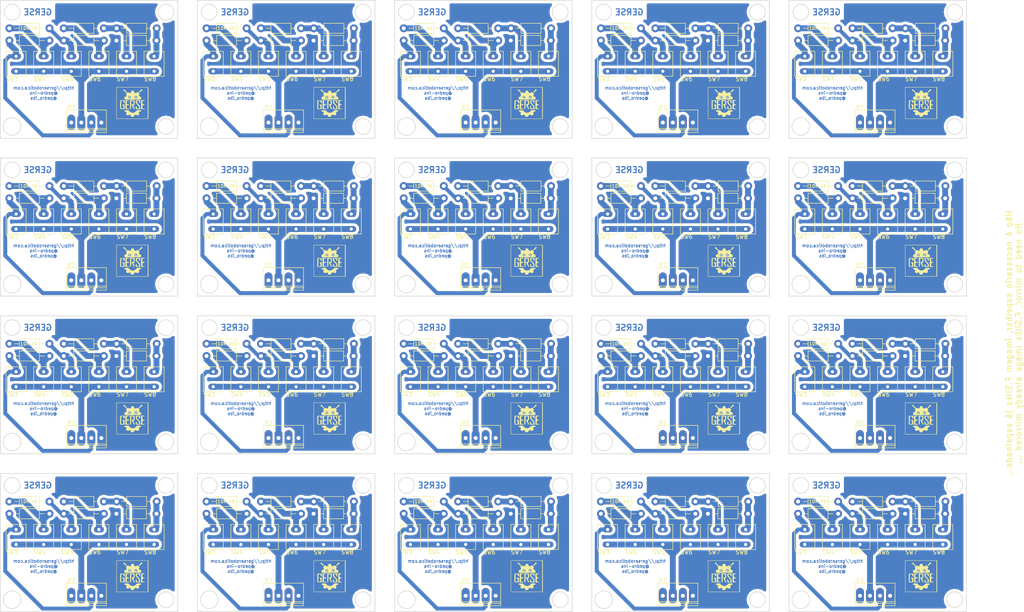
<source format=kicad_pcb>
(kicad_pcb (version 4) (host pcbnew 4.0.2+dfsg1-stable)
  (title_block (title "Sensor Botão ADC para Shield Sensor Base Grover GERSE") (date 2017-07-11) (rev 1.0) (company "GERSE - Grupo de Estudos em Robótica e sistemas Embarcados") (comment 1 "Facebook: www.facebook.com/gerserobot/ ") (comment 2 "Instagram: www.instagram.com/gerserobot/  ") (comment 3 "Website: gerserobotica.com") (comment 4 "Projetista: @pedro_ibs (www.instagram.com/pedro_ibs/)"))
  (layers (0 F.Cu signal) (31 B.Cu signal) (34 B.Paste user) (35 F.Paste user) (36 B.SilkS user) (37 F.SilkS user) (38 B.Mask user) (39 F.Mask user) (44 Edge.Cuts user))
  (net 0 "")
  (net 1 GND)
  (net 2 P12)
  (net 3 P11)
  (net 4 BT1)
  (net 5 BT2)
  (net 6 BT3)
  (net 7 BT4)
  (net 8 BT5)
  (net 9 BT6)
  (module MyFootprint:LOGO3 (layer F.Cu) (at 248.5 121)
    (fp_text reference G*** hide)
    (fp_text value LOGO hide)
  )
  (module MyFootprint:BUTTON2P (layer F.Cu) (at 254 113 90)
    (fp_text reference SW8 (at -2 -1 180) (layer F.SilkS))
    (fp_text value SW_PUSH hide)
    (pad 1 thru_hole oval (at 0 0 90) (size 1.524 2.524) (drill 0.8) (layers *.Cu *.Mask) (net 3 P11))
    (pad 2 thru_hole oval (at 3.81 0 90) (size 1.524 2.524) (drill 0.8) (layers *.Cu *.Mask) (net 9 BT6))
  )
  (module MyFootprint:BUTTON2P (layer F.Cu) (at 247 113 90)
    (fp_text reference SW7 (at -2 -1 180) (layer F.SilkS))
    (fp_text value SW_PUSH hide)
    (pad 1 thru_hole oval (at 0 0 90) (size 1.524 2.524) (drill 0.8) (layers *.Cu *.Mask) (net 3 P11))
    (pad 2 thru_hole oval (at 3.81 0 90) (size 1.524 2.524) (drill 0.8) (layers *.Cu *.Mask) (net 8 BT5))
  )
  (module MyFootprint:BUTTON2P (layer F.Cu) (at 240 113 90)
    (fp_text reference SW6 (at -2 -1 180) (layer F.SilkS))
    (fp_text value SW_PUSH hide)
    (pad 1 thru_hole oval (at 0 0 90) (size 1.524 2.524) (drill 0.8) (layers *.Cu *.Mask) (net 3 P11))
    (pad 2 thru_hole oval (at 3.81 0 90) (size 1.524 2.524) (drill 0.8) (layers *.Cu *.Mask) (net 7 BT4))
  )
  (module MyFootprint:BUTTON2P (layer F.Cu) (at 233 113 90)
    (fp_text reference SW5 (at -2 -1 180) (layer F.SilkS))
    (fp_text value SW_PUSH hide)
    (pad 1 thru_hole oval (at 0 0 90) (size 1.524 2.524) (drill 0.8) (layers *.Cu *.Mask) (net 3 P11))
    (pad 2 thru_hole oval (at 3.81 0 90) (size 1.524 2.524) (drill 0.8) (layers *.Cu *.Mask) (net 6 BT3))
  )
  (module MyFootprint:BUTTON2P (layer F.Cu) (at 226 113 90)
    (fp_text reference SW4 (at -2 -1 180) (layer F.SilkS))
    (fp_text value SW_PUSH hide)
    (pad 1 thru_hole oval (at 0 0 90) (size 1.524 2.524) (drill 0.8) (layers *.Cu *.Mask) (net 3 P11))
    (pad 2 thru_hole oval (at 3.81 0 90) (size 1.524 2.524) (drill 0.8) (layers *.Cu *.Mask) (net 5 BT2))
  )
  (module MyFootprint:BUTTON2P (layer F.Cu) (at 219 113 90)
    (fp_text reference SW3 (at -2 -1 360) (layer F.SilkS))
    (fp_text value SW_PUSH hide)
    (pad 1 thru_hole oval (at 0 0 90) (size 1.524 2.524) (drill 0.8) (layers *.Cu *.Mask) (net 3 P11))
    (pad 2 thru_hole oval (at 3.81 0 90) (size 1.524 2.524) (drill 0.8) (layers *.Cu *.Mask) (net 4 BT1))
  )
  (module Resistors_ThroughHole:Resistor_Horizontal_RM10mm (layer F.Cu) (at 254.6 105.2 180)
    (fp_text reference R13 hide)
    (fp_text value 10K hide)
    (pad 1 thru_hole circle (at 0 0 180) (size 1.99898 1.99898) (drill 1.00076) (layers *.Cu *.Mask) (net 9 BT6))
    (pad 2 thru_hole circle (at 10.16 0 180) (size 1.99898 1.99898) (drill 1.00076) (layers *.Cu *.Mask) (net 1 GND))
  )
  (module Resistors_ThroughHole:Resistor_Horizontal_RM10mm (layer F.Cu) (at 231.1 102.1)
    (fp_text reference R11 hide)
    (fp_text value 10K hide)
    (pad 1 thru_hole circle (at 0 0) (size 1.99898 1.99898) (drill 1.00076) (layers *.Cu *.Mask) (net 7 BT4))
    (pad 2 thru_hole circle (at 10.16 0) (size 1.99898 1.99898) (drill 1.00076) (layers *.Cu *.Mask) (net 8 BT5))
  )
  (module Resistors_ThroughHole:Resistor_Horizontal_RM10mm (layer F.Cu) (at 231.1 105.2)
    (fp_text reference R10 hide)
    (fp_text value 10K hide)
    (pad 1 thru_hole circle (at 0 0) (size 1.99898 1.99898) (drill 1.00076) (layers *.Cu *.Mask) (net 6 BT3))
    (pad 2 thru_hole circle (at 10.16 0) (size 1.99898 1.99898) (drill 1.00076) (layers *.Cu *.Mask) (net 7 BT4))
  )
  (module Resistors_ThroughHole:Resistor_Horizontal_RM10mm (layer F.Cu) (at 217.3 102.1)
    (fp_text reference R9 hide)
    (fp_text value 10K hide)
    (pad 1 thru_hole circle (at 0 0) (size 1.99898 1.99898) (drill 1.00076) (layers *.Cu *.Mask) (net 5 BT2))
    (pad 2 thru_hole circle (at 10.16 0) (size 1.99898 1.99898) (drill 1.00076) (layers *.Cu *.Mask) (net 6 BT3))
  )
  (module Resistors_ThroughHole:Resistor_Horizontal_RM10mm (layer F.Cu) (at 217.3 105.2)
    (fp_text reference R8 hide)
    (fp_text value 10K hide)
    (pad 1 thru_hole circle (at 0 0) (size 1.99898 1.99898) (drill 1.00076) (layers *.Cu *.Mask) (net 4 BT1))
    (pad 2 thru_hole circle (at 10.16 0) (size 1.99898 1.99898) (drill 1.00076) (layers *.Cu *.Mask) (net 5 BT2))
  )
  (module MyFootprint:molex_2510 (layer F.Cu) (at 233 126)
    (fp_text reference P7 (at 0 -3.81) (layer F.SilkS))
    (fp_text value CON6 hide)
    (pad 1 thru_hole oval (at 0 0) (size 2 4) (drill 1) (layers *.Cu *.Mask) (net 2 P12))
    (pad 2 thru_hole oval (at 2.54 0) (size 2 4) (drill 1) (layers *.Cu *.Mask) (net 3 P11))
    (pad 3 thru_hole oval (at 5.08 0) (size 2 4) (drill 1) (layers *.Cu *.Mask) (net 4 BT1))
    (pad 4 thru_hole oval (at 7.62 0) (size 2 4) (drill 1) (layers *.Cu *.Mask) (net 1 GND))
  )
  (module Resistors_ThroughHole:Resistor_Horizontal_RM10mm (layer F.Cu) (at 244.5 102.1)
    (fp_text reference R12 hide)
    (fp_text value 10K hide)
    (pad 1 thru_hole circle (at 0 0) (size 1.99898 1.99898) (drill 1.00076) (layers *.Cu *.Mask) (net 8 BT5))
    (pad 2 thru_hole circle (at 10.16 0) (size 1.99898 1.99898) (drill 1.00076) (layers *.Cu *.Mask) (net 9 BT6))
  )
  (module Resistors_ThroughHole:Resistor_Horizontal_RM10mm (layer F.Cu) (at 244.5 142.1)
    (fp_text reference R12 hide)
    (fp_text value 10K hide)
    (pad 1 thru_hole circle (at 0 0) (size 1.99898 1.99898) (drill 1.00076) (layers *.Cu *.Mask) (net 8 BT5))
    (pad 2 thru_hole circle (at 10.16 0) (size 1.99898 1.99898) (drill 1.00076) (layers *.Cu *.Mask) (net 9 BT6))
  )
  (module MyFootprint:molex_2510 (layer F.Cu) (at 233 166)
    (fp_text reference P7 (at 0 -3.81) (layer F.SilkS))
    (fp_text value CON6 hide)
    (pad 1 thru_hole oval (at 0 0) (size 2 4) (drill 1) (layers *.Cu *.Mask) (net 2 P12))
    (pad 2 thru_hole oval (at 2.54 0) (size 2 4) (drill 1) (layers *.Cu *.Mask) (net 3 P11))
    (pad 3 thru_hole oval (at 5.08 0) (size 2 4) (drill 1) (layers *.Cu *.Mask) (net 4 BT1))
    (pad 4 thru_hole oval (at 7.62 0) (size 2 4) (drill 1) (layers *.Cu *.Mask) (net 1 GND))
  )
  (module Resistors_ThroughHole:Resistor_Horizontal_RM10mm (layer F.Cu) (at 217.3 145.2)
    (fp_text reference R8 hide)
    (fp_text value 10K hide)
    (pad 1 thru_hole circle (at 0 0) (size 1.99898 1.99898) (drill 1.00076) (layers *.Cu *.Mask) (net 4 BT1))
    (pad 2 thru_hole circle (at 10.16 0) (size 1.99898 1.99898) (drill 1.00076) (layers *.Cu *.Mask) (net 5 BT2))
  )
  (module Resistors_ThroughHole:Resistor_Horizontal_RM10mm (layer F.Cu) (at 217.3 142.1)
    (fp_text reference R9 hide)
    (fp_text value 10K hide)
    (pad 1 thru_hole circle (at 0 0) (size 1.99898 1.99898) (drill 1.00076) (layers *.Cu *.Mask) (net 5 BT2))
    (pad 2 thru_hole circle (at 10.16 0) (size 1.99898 1.99898) (drill 1.00076) (layers *.Cu *.Mask) (net 6 BT3))
  )
  (module Resistors_ThroughHole:Resistor_Horizontal_RM10mm (layer F.Cu) (at 231.1 145.2)
    (fp_text reference R10 hide)
    (fp_text value 10K hide)
    (pad 1 thru_hole circle (at 0 0) (size 1.99898 1.99898) (drill 1.00076) (layers *.Cu *.Mask) (net 6 BT3))
    (pad 2 thru_hole circle (at 10.16 0) (size 1.99898 1.99898) (drill 1.00076) (layers *.Cu *.Mask) (net 7 BT4))
  )
  (module Resistors_ThroughHole:Resistor_Horizontal_RM10mm (layer F.Cu) (at 231.1 142.1)
    (fp_text reference R11 hide)
    (fp_text value 10K hide)
    (pad 1 thru_hole circle (at 0 0) (size 1.99898 1.99898) (drill 1.00076) (layers *.Cu *.Mask) (net 7 BT4))
    (pad 2 thru_hole circle (at 10.16 0) (size 1.99898 1.99898) (drill 1.00076) (layers *.Cu *.Mask) (net 8 BT5))
  )
  (module Resistors_ThroughHole:Resistor_Horizontal_RM10mm (layer F.Cu) (at 254.6 145.2 180)
    (fp_text reference R13 hide)
    (fp_text value 10K hide)
    (pad 1 thru_hole circle (at 0 0 180) (size 1.99898 1.99898) (drill 1.00076) (layers *.Cu *.Mask) (net 9 BT6))
    (pad 2 thru_hole circle (at 10.16 0 180) (size 1.99898 1.99898) (drill 1.00076) (layers *.Cu *.Mask) (net 1 GND))
  )
  (module MyFootprint:BUTTON2P (layer F.Cu) (at 219 153 90)
    (fp_text reference SW3 (at -2 -1 360) (layer F.SilkS))
    (fp_text value SW_PUSH hide)
    (pad 1 thru_hole oval (at 0 0 90) (size 1.524 2.524) (drill 0.8) (layers *.Cu *.Mask) (net 3 P11))
    (pad 2 thru_hole oval (at 3.81 0 90) (size 1.524 2.524) (drill 0.8) (layers *.Cu *.Mask) (net 4 BT1))
  )
  (module MyFootprint:BUTTON2P (layer F.Cu) (at 226 153 90)
    (fp_text reference SW4 (at -2 -1 180) (layer F.SilkS))
    (fp_text value SW_PUSH hide)
    (pad 1 thru_hole oval (at 0 0 90) (size 1.524 2.524) (drill 0.8) (layers *.Cu *.Mask) (net 3 P11))
    (pad 2 thru_hole oval (at 3.81 0 90) (size 1.524 2.524) (drill 0.8) (layers *.Cu *.Mask) (net 5 BT2))
  )
  (module MyFootprint:BUTTON2P (layer F.Cu) (at 233 153 90)
    (fp_text reference SW5 (at -2 -1 180) (layer F.SilkS))
    (fp_text value SW_PUSH hide)
    (pad 1 thru_hole oval (at 0 0 90) (size 1.524 2.524) (drill 0.8) (layers *.Cu *.Mask) (net 3 P11))
    (pad 2 thru_hole oval (at 3.81 0 90) (size 1.524 2.524) (drill 0.8) (layers *.Cu *.Mask) (net 6 BT3))
  )
  (module MyFootprint:BUTTON2P (layer F.Cu) (at 240 153 90)
    (fp_text reference SW6 (at -2 -1 180) (layer F.SilkS))
    (fp_text value SW_PUSH hide)
    (pad 1 thru_hole oval (at 0 0 90) (size 1.524 2.524) (drill 0.8) (layers *.Cu *.Mask) (net 3 P11))
    (pad 2 thru_hole oval (at 3.81 0 90) (size 1.524 2.524) (drill 0.8) (layers *.Cu *.Mask) (net 7 BT4))
  )
  (module MyFootprint:BUTTON2P (layer F.Cu) (at 247 153 90)
    (fp_text reference SW7 (at -2 -1 180) (layer F.SilkS))
    (fp_text value SW_PUSH hide)
    (pad 1 thru_hole oval (at 0 0 90) (size 1.524 2.524) (drill 0.8) (layers *.Cu *.Mask) (net 3 P11))
    (pad 2 thru_hole oval (at 3.81 0 90) (size 1.524 2.524) (drill 0.8) (layers *.Cu *.Mask) (net 8 BT5))
  )
  (module MyFootprint:BUTTON2P (layer F.Cu) (at 254 153 90)
    (fp_text reference SW8 (at -2 -1 180) (layer F.SilkS))
    (fp_text value SW_PUSH hide)
    (pad 1 thru_hole oval (at 0 0 90) (size 1.524 2.524) (drill 0.8) (layers *.Cu *.Mask) (net 3 P11))
    (pad 2 thru_hole oval (at 3.81 0 90) (size 1.524 2.524) (drill 0.8) (layers *.Cu *.Mask) (net 9 BT6))
  )
  (module MyFootprint:LOGO3 (layer F.Cu) (at 248.5 161)
    (fp_text reference G*** hide)
    (fp_text value LOGO hide)
  )
  (module MyFootprint:LOGO3 (layer F.Cu) (at 248.5 81)
    (fp_text reference G*** hide)
    (fp_text value LOGO hide)
  )
  (module MyFootprint:BUTTON2P (layer F.Cu) (at 254 73 90)
    (fp_text reference SW8 (at -2 -1 180) (layer F.SilkS))
    (fp_text value SW_PUSH hide)
    (pad 1 thru_hole oval (at 0 0 90) (size 1.524 2.524) (drill 0.8) (layers *.Cu *.Mask) (net 3 P11))
    (pad 2 thru_hole oval (at 3.81 0 90) (size 1.524 2.524) (drill 0.8) (layers *.Cu *.Mask) (net 9 BT6))
  )
  (module MyFootprint:BUTTON2P (layer F.Cu) (at 247 73 90)
    (fp_text reference SW7 (at -2 -1 180) (layer F.SilkS))
    (fp_text value SW_PUSH hide)
    (pad 1 thru_hole oval (at 0 0 90) (size 1.524 2.524) (drill 0.8) (layers *.Cu *.Mask) (net 3 P11))
    (pad 2 thru_hole oval (at 3.81 0 90) (size 1.524 2.524) (drill 0.8) (layers *.Cu *.Mask) (net 8 BT5))
  )
  (module MyFootprint:BUTTON2P (layer F.Cu) (at 240 73 90)
    (fp_text reference SW6 (at -2 -1 180) (layer F.SilkS))
    (fp_text value SW_PUSH hide)
    (pad 1 thru_hole oval (at 0 0 90) (size 1.524 2.524) (drill 0.8) (layers *.Cu *.Mask) (net 3 P11))
    (pad 2 thru_hole oval (at 3.81 0 90) (size 1.524 2.524) (drill 0.8) (layers *.Cu *.Mask) (net 7 BT4))
  )
  (module MyFootprint:BUTTON2P (layer F.Cu) (at 233 73 90)
    (fp_text reference SW5 (at -2 -1 180) (layer F.SilkS))
    (fp_text value SW_PUSH hide)
    (pad 1 thru_hole oval (at 0 0 90) (size 1.524 2.524) (drill 0.8) (layers *.Cu *.Mask) (net 3 P11))
    (pad 2 thru_hole oval (at 3.81 0 90) (size 1.524 2.524) (drill 0.8) (layers *.Cu *.Mask) (net 6 BT3))
  )
  (module MyFootprint:BUTTON2P (layer F.Cu) (at 226 73 90)
    (fp_text reference SW4 (at -2 -1 180) (layer F.SilkS))
    (fp_text value SW_PUSH hide)
    (pad 1 thru_hole oval (at 0 0 90) (size 1.524 2.524) (drill 0.8) (layers *.Cu *.Mask) (net 3 P11))
    (pad 2 thru_hole oval (at 3.81 0 90) (size 1.524 2.524) (drill 0.8) (layers *.Cu *.Mask) (net 5 BT2))
  )
  (module MyFootprint:BUTTON2P (layer F.Cu) (at 219 73 90)
    (fp_text reference SW3 (at -2 -1 360) (layer F.SilkS))
    (fp_text value SW_PUSH hide)
    (pad 1 thru_hole oval (at 0 0 90) (size 1.524 2.524) (drill 0.8) (layers *.Cu *.Mask) (net 3 P11))
    (pad 2 thru_hole oval (at 3.81 0 90) (size 1.524 2.524) (drill 0.8) (layers *.Cu *.Mask) (net 4 BT1))
  )
  (module Resistors_ThroughHole:Resistor_Horizontal_RM10mm (layer F.Cu) (at 254.6 65.2 180)
    (fp_text reference R13 hide)
    (fp_text value 10K hide)
    (pad 1 thru_hole circle (at 0 0 180) (size 1.99898 1.99898) (drill 1.00076) (layers *.Cu *.Mask) (net 9 BT6))
    (pad 2 thru_hole circle (at 10.16 0 180) (size 1.99898 1.99898) (drill 1.00076) (layers *.Cu *.Mask) (net 1 GND))
  )
  (module Resistors_ThroughHole:Resistor_Horizontal_RM10mm (layer F.Cu) (at 231.1 62.1)
    (fp_text reference R11 hide)
    (fp_text value 10K hide)
    (pad 1 thru_hole circle (at 0 0) (size 1.99898 1.99898) (drill 1.00076) (layers *.Cu *.Mask) (net 7 BT4))
    (pad 2 thru_hole circle (at 10.16 0) (size 1.99898 1.99898) (drill 1.00076) (layers *.Cu *.Mask) (net 8 BT5))
  )
  (module Resistors_ThroughHole:Resistor_Horizontal_RM10mm (layer F.Cu) (at 231.1 65.2)
    (fp_text reference R10 hide)
    (fp_text value 10K hide)
    (pad 1 thru_hole circle (at 0 0) (size 1.99898 1.99898) (drill 1.00076) (layers *.Cu *.Mask) (net 6 BT3))
    (pad 2 thru_hole circle (at 10.16 0) (size 1.99898 1.99898) (drill 1.00076) (layers *.Cu *.Mask) (net 7 BT4))
  )
  (module Resistors_ThroughHole:Resistor_Horizontal_RM10mm (layer F.Cu) (at 217.3 62.1)
    (fp_text reference R9 hide)
    (fp_text value 10K hide)
    (pad 1 thru_hole circle (at 0 0) (size 1.99898 1.99898) (drill 1.00076) (layers *.Cu *.Mask) (net 5 BT2))
    (pad 2 thru_hole circle (at 10.16 0) (size 1.99898 1.99898) (drill 1.00076) (layers *.Cu *.Mask) (net 6 BT3))
  )
  (module Resistors_ThroughHole:Resistor_Horizontal_RM10mm (layer F.Cu) (at 217.3 65.2)
    (fp_text reference R8 hide)
    (fp_text value 10K hide)
    (pad 1 thru_hole circle (at 0 0) (size 1.99898 1.99898) (drill 1.00076) (layers *.Cu *.Mask) (net 4 BT1))
    (pad 2 thru_hole circle (at 10.16 0) (size 1.99898 1.99898) (drill 1.00076) (layers *.Cu *.Mask) (net 5 BT2))
  )
  (module MyFootprint:molex_2510 (layer F.Cu) (at 233 86)
    (fp_text reference P7 (at 0 -3.81) (layer F.SilkS))
    (fp_text value CON6 hide)
    (pad 1 thru_hole oval (at 0 0) (size 2 4) (drill 1) (layers *.Cu *.Mask) (net 2 P12))
    (pad 2 thru_hole oval (at 2.54 0) (size 2 4) (drill 1) (layers *.Cu *.Mask) (net 3 P11))
    (pad 3 thru_hole oval (at 5.08 0) (size 2 4) (drill 1) (layers *.Cu *.Mask) (net 4 BT1))
    (pad 4 thru_hole oval (at 7.62 0) (size 2 4) (drill 1) (layers *.Cu *.Mask) (net 1 GND))
  )
  (module Resistors_ThroughHole:Resistor_Horizontal_RM10mm (layer F.Cu) (at 244.5 62.1)
    (fp_text reference R12 hide)
    (fp_text value 10K hide)
    (pad 1 thru_hole circle (at 0 0) (size 1.99898 1.99898) (drill 1.00076) (layers *.Cu *.Mask) (net 8 BT5))
    (pad 2 thru_hole circle (at 10.16 0) (size 1.99898 1.99898) (drill 1.00076) (layers *.Cu *.Mask) (net 9 BT6))
  )
  (module Resistors_ThroughHole:Resistor_Horizontal_RM10mm (layer F.Cu) (at 244.5 22.1)
    (fp_text reference R12 hide)
    (fp_text value 10K hide)
    (pad 1 thru_hole circle (at 0 0) (size 1.99898 1.99898) (drill 1.00076) (layers *.Cu *.Mask) (net 8 BT5))
    (pad 2 thru_hole circle (at 10.16 0) (size 1.99898 1.99898) (drill 1.00076) (layers *.Cu *.Mask) (net 9 BT6))
  )
  (module MyFootprint:molex_2510 (layer F.Cu) (at 233 46)
    (fp_text reference P7 (at 0 -3.81) (layer F.SilkS))
    (fp_text value CON6 hide)
    (pad 1 thru_hole oval (at 0 0) (size 2 4) (drill 1) (layers *.Cu *.Mask) (net 2 P12))
    (pad 2 thru_hole oval (at 2.54 0) (size 2 4) (drill 1) (layers *.Cu *.Mask) (net 3 P11))
    (pad 3 thru_hole oval (at 5.08 0) (size 2 4) (drill 1) (layers *.Cu *.Mask) (net 4 BT1))
    (pad 4 thru_hole oval (at 7.62 0) (size 2 4) (drill 1) (layers *.Cu *.Mask) (net 1 GND))
  )
  (module Resistors_ThroughHole:Resistor_Horizontal_RM10mm (layer F.Cu) (at 217.3 25.2)
    (fp_text reference R8 hide)
    (fp_text value 10K hide)
    (pad 1 thru_hole circle (at 0 0) (size 1.99898 1.99898) (drill 1.00076) (layers *.Cu *.Mask) (net 4 BT1))
    (pad 2 thru_hole circle (at 10.16 0) (size 1.99898 1.99898) (drill 1.00076) (layers *.Cu *.Mask) (net 5 BT2))
  )
  (module Resistors_ThroughHole:Resistor_Horizontal_RM10mm (layer F.Cu) (at 217.3 22.1)
    (fp_text reference R9 hide)
    (fp_text value 10K hide)
    (pad 1 thru_hole circle (at 0 0) (size 1.99898 1.99898) (drill 1.00076) (layers *.Cu *.Mask) (net 5 BT2))
    (pad 2 thru_hole circle (at 10.16 0) (size 1.99898 1.99898) (drill 1.00076) (layers *.Cu *.Mask) (net 6 BT3))
  )
  (module Resistors_ThroughHole:Resistor_Horizontal_RM10mm (layer F.Cu) (at 231.1 25.2)
    (fp_text reference R10 hide)
    (fp_text value 10K hide)
    (pad 1 thru_hole circle (at 0 0) (size 1.99898 1.99898) (drill 1.00076) (layers *.Cu *.Mask) (net 6 BT3))
    (pad 2 thru_hole circle (at 10.16 0) (size 1.99898 1.99898) (drill 1.00076) (layers *.Cu *.Mask) (net 7 BT4))
  )
  (module Resistors_ThroughHole:Resistor_Horizontal_RM10mm (layer F.Cu) (at 231.1 22.1)
    (fp_text reference R11 hide)
    (fp_text value 10K hide)
    (pad 1 thru_hole circle (at 0 0) (size 1.99898 1.99898) (drill 1.00076) (layers *.Cu *.Mask) (net 7 BT4))
    (pad 2 thru_hole circle (at 10.16 0) (size 1.99898 1.99898) (drill 1.00076) (layers *.Cu *.Mask) (net 8 BT5))
  )
  (module Resistors_ThroughHole:Resistor_Horizontal_RM10mm (layer F.Cu) (at 254.6 25.2 180)
    (fp_text reference R13 hide)
    (fp_text value 10K hide)
    (pad 1 thru_hole circle (at 0 0 180) (size 1.99898 1.99898) (drill 1.00076) (layers *.Cu *.Mask) (net 9 BT6))
    (pad 2 thru_hole circle (at 10.16 0 180) (size 1.99898 1.99898) (drill 1.00076) (layers *.Cu *.Mask) (net 1 GND))
  )
  (module MyFootprint:BUTTON2P (layer F.Cu) (at 219 33 90)
    (fp_text reference SW3 (at -2 -1 360) (layer F.SilkS))
    (fp_text value SW_PUSH hide)
    (pad 1 thru_hole oval (at 0 0 90) (size 1.524 2.524) (drill 0.8) (layers *.Cu *.Mask) (net 3 P11))
    (pad 2 thru_hole oval (at 3.81 0 90) (size 1.524 2.524) (drill 0.8) (layers *.Cu *.Mask) (net 4 BT1))
  )
  (module MyFootprint:BUTTON2P (layer F.Cu) (at 226 33 90)
    (fp_text reference SW4 (at -2 -1 180) (layer F.SilkS))
    (fp_text value SW_PUSH hide)
    (pad 1 thru_hole oval (at 0 0 90) (size 1.524 2.524) (drill 0.8) (layers *.Cu *.Mask) (net 3 P11))
    (pad 2 thru_hole oval (at 3.81 0 90) (size 1.524 2.524) (drill 0.8) (layers *.Cu *.Mask) (net 5 BT2))
  )
  (module MyFootprint:BUTTON2P (layer F.Cu) (at 233 33 90)
    (fp_text reference SW5 (at -2 -1 180) (layer F.SilkS))
    (fp_text value SW_PUSH hide)
    (pad 1 thru_hole oval (at 0 0 90) (size 1.524 2.524) (drill 0.8) (layers *.Cu *.Mask) (net 3 P11))
    (pad 2 thru_hole oval (at 3.81 0 90) (size 1.524 2.524) (drill 0.8) (layers *.Cu *.Mask) (net 6 BT3))
  )
  (module MyFootprint:BUTTON2P (layer F.Cu) (at 240 33 90)
    (fp_text reference SW6 (at -2 -1 180) (layer F.SilkS))
    (fp_text value SW_PUSH hide)
    (pad 1 thru_hole oval (at 0 0 90) (size 1.524 2.524) (drill 0.8) (layers *.Cu *.Mask) (net 3 P11))
    (pad 2 thru_hole oval (at 3.81 0 90) (size 1.524 2.524) (drill 0.8) (layers *.Cu *.Mask) (net 7 BT4))
  )
  (module MyFootprint:BUTTON2P (layer F.Cu) (at 247 33 90)
    (fp_text reference SW7 (at -2 -1 180) (layer F.SilkS))
    (fp_text value SW_PUSH hide)
    (pad 1 thru_hole oval (at 0 0 90) (size 1.524 2.524) (drill 0.8) (layers *.Cu *.Mask) (net 3 P11))
    (pad 2 thru_hole oval (at 3.81 0 90) (size 1.524 2.524) (drill 0.8) (layers *.Cu *.Mask) (net 8 BT5))
  )
  (module MyFootprint:BUTTON2P (layer F.Cu) (at 254 33 90)
    (fp_text reference SW8 (at -2 -1 180) (layer F.SilkS))
    (fp_text value SW_PUSH hide)
    (pad 1 thru_hole oval (at 0 0 90) (size 1.524 2.524) (drill 0.8) (layers *.Cu *.Mask) (net 3 P11))
    (pad 2 thru_hole oval (at 3.81 0 90) (size 1.524 2.524) (drill 0.8) (layers *.Cu *.Mask) (net 9 BT6))
  )
  (module MyFootprint:LOGO3 (layer F.Cu) (at 248.5 41)
    (fp_text reference G*** hide)
    (fp_text value LOGO hide)
  )
  (module MyFootprint:LOGO3 (layer F.Cu) (at 148.5 121)
    (fp_text reference G*** hide)
    (fp_text value LOGO hide)
  )
  (module MyFootprint:BUTTON2P (layer F.Cu) (at 154 113 90)
    (fp_text reference SW8 (at -2 -1 180) (layer F.SilkS))
    (fp_text value SW_PUSH hide)
    (pad 1 thru_hole oval (at 0 0 90) (size 1.524 2.524) (drill 0.8) (layers *.Cu *.Mask) (net 3 P11))
    (pad 2 thru_hole oval (at 3.81 0 90) (size 1.524 2.524) (drill 0.8) (layers *.Cu *.Mask) (net 9 BT6))
  )
  (module MyFootprint:BUTTON2P (layer F.Cu) (at 147 113 90)
    (fp_text reference SW7 (at -2 -1 180) (layer F.SilkS))
    (fp_text value SW_PUSH hide)
    (pad 1 thru_hole oval (at 0 0 90) (size 1.524 2.524) (drill 0.8) (layers *.Cu *.Mask) (net 3 P11))
    (pad 2 thru_hole oval (at 3.81 0 90) (size 1.524 2.524) (drill 0.8) (layers *.Cu *.Mask) (net 8 BT5))
  )
  (module MyFootprint:BUTTON2P (layer F.Cu) (at 140 113 90)
    (fp_text reference SW6 (at -2 -1 180) (layer F.SilkS))
    (fp_text value SW_PUSH hide)
    (pad 1 thru_hole oval (at 0 0 90) (size 1.524 2.524) (drill 0.8) (layers *.Cu *.Mask) (net 3 P11))
    (pad 2 thru_hole oval (at 3.81 0 90) (size 1.524 2.524) (drill 0.8) (layers *.Cu *.Mask) (net 7 BT4))
  )
  (module MyFootprint:BUTTON2P (layer F.Cu) (at 133 113 90)
    (fp_text reference SW5 (at -2 -1 180) (layer F.SilkS))
    (fp_text value SW_PUSH hide)
    (pad 1 thru_hole oval (at 0 0 90) (size 1.524 2.524) (drill 0.8) (layers *.Cu *.Mask) (net 3 P11))
    (pad 2 thru_hole oval (at 3.81 0 90) (size 1.524 2.524) (drill 0.8) (layers *.Cu *.Mask) (net 6 BT3))
  )
  (module MyFootprint:BUTTON2P (layer F.Cu) (at 126 113 90)
    (fp_text reference SW4 (at -2 -1 180) (layer F.SilkS))
    (fp_text value SW_PUSH hide)
    (pad 1 thru_hole oval (at 0 0 90) (size 1.524 2.524) (drill 0.8) (layers *.Cu *.Mask) (net 3 P11))
    (pad 2 thru_hole oval (at 3.81 0 90) (size 1.524 2.524) (drill 0.8) (layers *.Cu *.Mask) (net 5 BT2))
  )
  (module MyFootprint:BUTTON2P (layer F.Cu) (at 119 113 90)
    (fp_text reference SW3 (at -2 -1 360) (layer F.SilkS))
    (fp_text value SW_PUSH hide)
    (pad 1 thru_hole oval (at 0 0 90) (size 1.524 2.524) (drill 0.8) (layers *.Cu *.Mask) (net 3 P11))
    (pad 2 thru_hole oval (at 3.81 0 90) (size 1.524 2.524) (drill 0.8) (layers *.Cu *.Mask) (net 4 BT1))
  )
  (module Resistors_ThroughHole:Resistor_Horizontal_RM10mm (layer F.Cu) (at 154.6 105.2 180)
    (fp_text reference R13 hide)
    (fp_text value 10K hide)
    (pad 1 thru_hole circle (at 0 0 180) (size 1.99898 1.99898) (drill 1.00076) (layers *.Cu *.Mask) (net 9 BT6))
    (pad 2 thru_hole circle (at 10.16 0 180) (size 1.99898 1.99898) (drill 1.00076) (layers *.Cu *.Mask) (net 1 GND))
  )
  (module Resistors_ThroughHole:Resistor_Horizontal_RM10mm (layer F.Cu) (at 131.1 102.1)
    (fp_text reference R11 hide)
    (fp_text value 10K hide)
    (pad 1 thru_hole circle (at 0 0) (size 1.99898 1.99898) (drill 1.00076) (layers *.Cu *.Mask) (net 7 BT4))
    (pad 2 thru_hole circle (at 10.16 0) (size 1.99898 1.99898) (drill 1.00076) (layers *.Cu *.Mask) (net 8 BT5))
  )
  (module Resistors_ThroughHole:Resistor_Horizontal_RM10mm (layer F.Cu) (at 131.1 105.2)
    (fp_text reference R10 hide)
    (fp_text value 10K hide)
    (pad 1 thru_hole circle (at 0 0) (size 1.99898 1.99898) (drill 1.00076) (layers *.Cu *.Mask) (net 6 BT3))
    (pad 2 thru_hole circle (at 10.16 0) (size 1.99898 1.99898) (drill 1.00076) (layers *.Cu *.Mask) (net 7 BT4))
  )
  (module Resistors_ThroughHole:Resistor_Horizontal_RM10mm (layer F.Cu) (at 117.3 102.1)
    (fp_text reference R9 hide)
    (fp_text value 10K hide)
    (pad 1 thru_hole circle (at 0 0) (size 1.99898 1.99898) (drill 1.00076) (layers *.Cu *.Mask) (net 5 BT2))
    (pad 2 thru_hole circle (at 10.16 0) (size 1.99898 1.99898) (drill 1.00076) (layers *.Cu *.Mask) (net 6 BT3))
  )
  (module Resistors_ThroughHole:Resistor_Horizontal_RM10mm (layer F.Cu) (at 117.3 105.2)
    (fp_text reference R8 hide)
    (fp_text value 10K hide)
    (pad 1 thru_hole circle (at 0 0) (size 1.99898 1.99898) (drill 1.00076) (layers *.Cu *.Mask) (net 4 BT1))
    (pad 2 thru_hole circle (at 10.16 0) (size 1.99898 1.99898) (drill 1.00076) (layers *.Cu *.Mask) (net 5 BT2))
  )
  (module MyFootprint:molex_2510 (layer F.Cu) (at 133 126)
    (fp_text reference P7 (at 0 -3.81) (layer F.SilkS))
    (fp_text value CON6 hide)
    (pad 1 thru_hole oval (at 0 0) (size 2 4) (drill 1) (layers *.Cu *.Mask) (net 2 P12))
    (pad 2 thru_hole oval (at 2.54 0) (size 2 4) (drill 1) (layers *.Cu *.Mask) (net 3 P11))
    (pad 3 thru_hole oval (at 5.08 0) (size 2 4) (drill 1) (layers *.Cu *.Mask) (net 4 BT1))
    (pad 4 thru_hole oval (at 7.62 0) (size 2 4) (drill 1) (layers *.Cu *.Mask) (net 1 GND))
  )
  (module Resistors_ThroughHole:Resistor_Horizontal_RM10mm (layer F.Cu) (at 144.5 102.1)
    (fp_text reference R12 hide)
    (fp_text value 10K hide)
    (pad 1 thru_hole circle (at 0 0) (size 1.99898 1.99898) (drill 1.00076) (layers *.Cu *.Mask) (net 8 BT5))
    (pad 2 thru_hole circle (at 10.16 0) (size 1.99898 1.99898) (drill 1.00076) (layers *.Cu *.Mask) (net 9 BT6))
  )
  (module Resistors_ThroughHole:Resistor_Horizontal_RM10mm (layer F.Cu) (at 144.5 142.1)
    (fp_text reference R12 hide)
    (fp_text value 10K hide)
    (pad 1 thru_hole circle (at 0 0) (size 1.99898 1.99898) (drill 1.00076) (layers *.Cu *.Mask) (net 8 BT5))
    (pad 2 thru_hole circle (at 10.16 0) (size 1.99898 1.99898) (drill 1.00076) (layers *.Cu *.Mask) (net 9 BT6))
  )
  (module MyFootprint:molex_2510 (layer F.Cu) (at 133 166)
    (fp_text reference P7 (at 0 -3.81) (layer F.SilkS))
    (fp_text value CON6 hide)
    (pad 1 thru_hole oval (at 0 0) (size 2 4) (drill 1) (layers *.Cu *.Mask) (net 2 P12))
    (pad 2 thru_hole oval (at 2.54 0) (size 2 4) (drill 1) (layers *.Cu *.Mask) (net 3 P11))
    (pad 3 thru_hole oval (at 5.08 0) (size 2 4) (drill 1) (layers *.Cu *.Mask) (net 4 BT1))
    (pad 4 thru_hole oval (at 7.62 0) (size 2 4) (drill 1) (layers *.Cu *.Mask) (net 1 GND))
  )
  (module Resistors_ThroughHole:Resistor_Horizontal_RM10mm (layer F.Cu) (at 117.3 145.2)
    (fp_text reference R8 hide)
    (fp_text value 10K hide)
    (pad 1 thru_hole circle (at 0 0) (size 1.99898 1.99898) (drill 1.00076) (layers *.Cu *.Mask) (net 4 BT1))
    (pad 2 thru_hole circle (at 10.16 0) (size 1.99898 1.99898) (drill 1.00076) (layers *.Cu *.Mask) (net 5 BT2))
  )
  (module Resistors_ThroughHole:Resistor_Horizontal_RM10mm (layer F.Cu) (at 117.3 142.1)
    (fp_text reference R9 hide)
    (fp_text value 10K hide)
    (pad 1 thru_hole circle (at 0 0) (size 1.99898 1.99898) (drill 1.00076) (layers *.Cu *.Mask) (net 5 BT2))
    (pad 2 thru_hole circle (at 10.16 0) (size 1.99898 1.99898) (drill 1.00076) (layers *.Cu *.Mask) (net 6 BT3))
  )
  (module Resistors_ThroughHole:Resistor_Horizontal_RM10mm (layer F.Cu) (at 131.1 145.2)
    (fp_text reference R10 hide)
    (fp_text value 10K hide)
    (pad 1 thru_hole circle (at 0 0) (size 1.99898 1.99898) (drill 1.00076) (layers *.Cu *.Mask) (net 6 BT3))
    (pad 2 thru_hole circle (at 10.16 0) (size 1.99898 1.99898) (drill 1.00076) (layers *.Cu *.Mask) (net 7 BT4))
  )
  (module Resistors_ThroughHole:Resistor_Horizontal_RM10mm (layer F.Cu) (at 131.1 142.1)
    (fp_text reference R11 hide)
    (fp_text value 10K hide)
    (pad 1 thru_hole circle (at 0 0) (size 1.99898 1.99898) (drill 1.00076) (layers *.Cu *.Mask) (net 7 BT4))
    (pad 2 thru_hole circle (at 10.16 0) (size 1.99898 1.99898) (drill 1.00076) (layers *.Cu *.Mask) (net 8 BT5))
  )
  (module Resistors_ThroughHole:Resistor_Horizontal_RM10mm (layer F.Cu) (at 154.6 145.2 180)
    (fp_text reference R13 hide)
    (fp_text value 10K hide)
    (pad 1 thru_hole circle (at 0 0 180) (size 1.99898 1.99898) (drill 1.00076) (layers *.Cu *.Mask) (net 9 BT6))
    (pad 2 thru_hole circle (at 10.16 0 180) (size 1.99898 1.99898) (drill 1.00076) (layers *.Cu *.Mask) (net 1 GND))
  )
  (module MyFootprint:BUTTON2P (layer F.Cu) (at 119 153 90)
    (fp_text reference SW3 (at -2 -1 360) (layer F.SilkS))
    (fp_text value SW_PUSH hide)
    (pad 1 thru_hole oval (at 0 0 90) (size 1.524 2.524) (drill 0.8) (layers *.Cu *.Mask) (net 3 P11))
    (pad 2 thru_hole oval (at 3.81 0 90) (size 1.524 2.524) (drill 0.8) (layers *.Cu *.Mask) (net 4 BT1))
  )
  (module MyFootprint:BUTTON2P (layer F.Cu) (at 126 153 90)
    (fp_text reference SW4 (at -2 -1 180) (layer F.SilkS))
    (fp_text value SW_PUSH hide)
    (pad 1 thru_hole oval (at 0 0 90) (size 1.524 2.524) (drill 0.8) (layers *.Cu *.Mask) (net 3 P11))
    (pad 2 thru_hole oval (at 3.81 0 90) (size 1.524 2.524) (drill 0.8) (layers *.Cu *.Mask) (net 5 BT2))
  )
  (module MyFootprint:BUTTON2P (layer F.Cu) (at 133 153 90)
    (fp_text reference SW5 (at -2 -1 180) (layer F.SilkS))
    (fp_text value SW_PUSH hide)
    (pad 1 thru_hole oval (at 0 0 90) (size 1.524 2.524) (drill 0.8) (layers *.Cu *.Mask) (net 3 P11))
    (pad 2 thru_hole oval (at 3.81 0 90) (size 1.524 2.524) (drill 0.8) (layers *.Cu *.Mask) (net 6 BT3))
  )
  (module MyFootprint:BUTTON2P (layer F.Cu) (at 140 153 90)
    (fp_text reference SW6 (at -2 -1 180) (layer F.SilkS))
    (fp_text value SW_PUSH hide)
    (pad 1 thru_hole oval (at 0 0 90) (size 1.524 2.524) (drill 0.8) (layers *.Cu *.Mask) (net 3 P11))
    (pad 2 thru_hole oval (at 3.81 0 90) (size 1.524 2.524) (drill 0.8) (layers *.Cu *.Mask) (net 7 BT4))
  )
  (module MyFootprint:BUTTON2P (layer F.Cu) (at 147 153 90)
    (fp_text reference SW7 (at -2 -1 180) (layer F.SilkS))
    (fp_text value SW_PUSH hide)
    (pad 1 thru_hole oval (at 0 0 90) (size 1.524 2.524) (drill 0.8) (layers *.Cu *.Mask) (net 3 P11))
    (pad 2 thru_hole oval (at 3.81 0 90) (size 1.524 2.524) (drill 0.8) (layers *.Cu *.Mask) (net 8 BT5))
  )
  (module MyFootprint:BUTTON2P (layer F.Cu) (at 154 153 90)
    (fp_text reference SW8 (at -2 -1 180) (layer F.SilkS))
    (fp_text value SW_PUSH hide)
    (pad 1 thru_hole oval (at 0 0 90) (size 1.524 2.524) (drill 0.8) (layers *.Cu *.Mask) (net 3 P11))
    (pad 2 thru_hole oval (at 3.81 0 90) (size 1.524 2.524) (drill 0.8) (layers *.Cu *.Mask) (net 9 BT6))
  )
  (module MyFootprint:LOGO3 (layer F.Cu) (at 148.5 161)
    (fp_text reference G*** hide)
    (fp_text value LOGO hide)
  )
  (module MyFootprint:LOGO3 (layer F.Cu) (at 148.5 81)
    (fp_text reference G*** hide)
    (fp_text value LOGO hide)
  )
  (module MyFootprint:BUTTON2P (layer F.Cu) (at 154 73 90)
    (fp_text reference SW8 (at -2 -1 180) (layer F.SilkS))
    (fp_text value SW_PUSH hide)
    (pad 1 thru_hole oval (at 0 0 90) (size 1.524 2.524) (drill 0.8) (layers *.Cu *.Mask) (net 3 P11))
    (pad 2 thru_hole oval (at 3.81 0 90) (size 1.524 2.524) (drill 0.8) (layers *.Cu *.Mask) (net 9 BT6))
  )
  (module MyFootprint:BUTTON2P (layer F.Cu) (at 147 73 90)
    (fp_text reference SW7 (at -2 -1 180) (layer F.SilkS))
    (fp_text value SW_PUSH hide)
    (pad 1 thru_hole oval (at 0 0 90) (size 1.524 2.524) (drill 0.8) (layers *.Cu *.Mask) (net 3 P11))
    (pad 2 thru_hole oval (at 3.81 0 90) (size 1.524 2.524) (drill 0.8) (layers *.Cu *.Mask) (net 8 BT5))
  )
  (module MyFootprint:BUTTON2P (layer F.Cu) (at 140 73 90)
    (fp_text reference SW6 (at -2 -1 180) (layer F.SilkS))
    (fp_text value SW_PUSH hide)
    (pad 1 thru_hole oval (at 0 0 90) (size 1.524 2.524) (drill 0.8) (layers *.Cu *.Mask) (net 3 P11))
    (pad 2 thru_hole oval (at 3.81 0 90) (size 1.524 2.524) (drill 0.8) (layers *.Cu *.Mask) (net 7 BT4))
  )
  (module MyFootprint:BUTTON2P (layer F.Cu) (at 133 73 90)
    (fp_text reference SW5 (at -2 -1 180) (layer F.SilkS))
    (fp_text value SW_PUSH hide)
    (pad 1 thru_hole oval (at 0 0 90) (size 1.524 2.524) (drill 0.8) (layers *.Cu *.Mask) (net 3 P11))
    (pad 2 thru_hole oval (at 3.81 0 90) (size 1.524 2.524) (drill 0.8) (layers *.Cu *.Mask) (net 6 BT3))
  )
  (module MyFootprint:BUTTON2P (layer F.Cu) (at 126 73 90)
    (fp_text reference SW4 (at -2 -1 180) (layer F.SilkS))
    (fp_text value SW_PUSH hide)
    (pad 1 thru_hole oval (at 0 0 90) (size 1.524 2.524) (drill 0.8) (layers *.Cu *.Mask) (net 3 P11))
    (pad 2 thru_hole oval (at 3.81 0 90) (size 1.524 2.524) (drill 0.8) (layers *.Cu *.Mask) (net 5 BT2))
  )
  (module MyFootprint:BUTTON2P (layer F.Cu) (at 119 73 90)
    (fp_text reference SW3 (at -2 -1 360) (layer F.SilkS))
    (fp_text value SW_PUSH hide)
    (pad 1 thru_hole oval (at 0 0 90) (size 1.524 2.524) (drill 0.8) (layers *.Cu *.Mask) (net 3 P11))
    (pad 2 thru_hole oval (at 3.81 0 90) (size 1.524 2.524) (drill 0.8) (layers *.Cu *.Mask) (net 4 BT1))
  )
  (module Resistors_ThroughHole:Resistor_Horizontal_RM10mm (layer F.Cu) (at 154.6 65.2 180)
    (fp_text reference R13 hide)
    (fp_text value 10K hide)
    (pad 1 thru_hole circle (at 0 0 180) (size 1.99898 1.99898) (drill 1.00076) (layers *.Cu *.Mask) (net 9 BT6))
    (pad 2 thru_hole circle (at 10.16 0 180) (size 1.99898 1.99898) (drill 1.00076) (layers *.Cu *.Mask) (net 1 GND))
  )
  (module Resistors_ThroughHole:Resistor_Horizontal_RM10mm (layer F.Cu) (at 131.1 62.1)
    (fp_text reference R11 hide)
    (fp_text value 10K hide)
    (pad 1 thru_hole circle (at 0 0) (size 1.99898 1.99898) (drill 1.00076) (layers *.Cu *.Mask) (net 7 BT4))
    (pad 2 thru_hole circle (at 10.16 0) (size 1.99898 1.99898) (drill 1.00076) (layers *.Cu *.Mask) (net 8 BT5))
  )
  (module Resistors_ThroughHole:Resistor_Horizontal_RM10mm (layer F.Cu) (at 131.1 65.2)
    (fp_text reference R10 hide)
    (fp_text value 10K hide)
    (pad 1 thru_hole circle (at 0 0) (size 1.99898 1.99898) (drill 1.00076) (layers *.Cu *.Mask) (net 6 BT3))
    (pad 2 thru_hole circle (at 10.16 0) (size 1.99898 1.99898) (drill 1.00076) (layers *.Cu *.Mask) (net 7 BT4))
  )
  (module Resistors_ThroughHole:Resistor_Horizontal_RM10mm (layer F.Cu) (at 117.3 62.1)
    (fp_text reference R9 hide)
    (fp_text value 10K hide)
    (pad 1 thru_hole circle (at 0 0) (size 1.99898 1.99898) (drill 1.00076) (layers *.Cu *.Mask) (net 5 BT2))
    (pad 2 thru_hole circle (at 10.16 0) (size 1.99898 1.99898) (drill 1.00076) (layers *.Cu *.Mask) (net 6 BT3))
  )
  (module Resistors_ThroughHole:Resistor_Horizontal_RM10mm (layer F.Cu) (at 117.3 65.2)
    (fp_text reference R8 hide)
    (fp_text value 10K hide)
    (pad 1 thru_hole circle (at 0 0) (size 1.99898 1.99898) (drill 1.00076) (layers *.Cu *.Mask) (net 4 BT1))
    (pad 2 thru_hole circle (at 10.16 0) (size 1.99898 1.99898) (drill 1.00076) (layers *.Cu *.Mask) (net 5 BT2))
  )
  (module MyFootprint:molex_2510 (layer F.Cu) (at 133 86)
    (fp_text reference P7 (at 0 -3.81) (layer F.SilkS))
    (fp_text value CON6 hide)
    (pad 1 thru_hole oval (at 0 0) (size 2 4) (drill 1) (layers *.Cu *.Mask) (net 2 P12))
    (pad 2 thru_hole oval (at 2.54 0) (size 2 4) (drill 1) (layers *.Cu *.Mask) (net 3 P11))
    (pad 3 thru_hole oval (at 5.08 0) (size 2 4) (drill 1) (layers *.Cu *.Mask) (net 4 BT1))
    (pad 4 thru_hole oval (at 7.62 0) (size 2 4) (drill 1) (layers *.Cu *.Mask) (net 1 GND))
  )
  (module Resistors_ThroughHole:Resistor_Horizontal_RM10mm (layer F.Cu) (at 144.5 62.1)
    (fp_text reference R12 hide)
    (fp_text value 10K hide)
    (pad 1 thru_hole circle (at 0 0) (size 1.99898 1.99898) (drill 1.00076) (layers *.Cu *.Mask) (net 8 BT5))
    (pad 2 thru_hole circle (at 10.16 0) (size 1.99898 1.99898) (drill 1.00076) (layers *.Cu *.Mask) (net 9 BT6))
  )
  (module Resistors_ThroughHole:Resistor_Horizontal_RM10mm (layer F.Cu) (at 144.5 22.1)
    (fp_text reference R12 hide)
    (fp_text value 10K hide)
    (pad 1 thru_hole circle (at 0 0) (size 1.99898 1.99898) (drill 1.00076) (layers *.Cu *.Mask) (net 8 BT5))
    (pad 2 thru_hole circle (at 10.16 0) (size 1.99898 1.99898) (drill 1.00076) (layers *.Cu *.Mask) (net 9 BT6))
  )
  (module MyFootprint:molex_2510 (layer F.Cu) (at 133 46)
    (fp_text reference P7 (at 0 -3.81) (layer F.SilkS))
    (fp_text value CON6 hide)
    (pad 1 thru_hole oval (at 0 0) (size 2 4) (drill 1) (layers *.Cu *.Mask) (net 2 P12))
    (pad 2 thru_hole oval (at 2.54 0) (size 2 4) (drill 1) (layers *.Cu *.Mask) (net 3 P11))
    (pad 3 thru_hole oval (at 5.08 0) (size 2 4) (drill 1) (layers *.Cu *.Mask) (net 4 BT1))
    (pad 4 thru_hole oval (at 7.62 0) (size 2 4) (drill 1) (layers *.Cu *.Mask) (net 1 GND))
  )
  (module Resistors_ThroughHole:Resistor_Horizontal_RM10mm (layer F.Cu) (at 117.3 25.2)
    (fp_text reference R8 hide)
    (fp_text value 10K hide)
    (pad 1 thru_hole circle (at 0 0) (size 1.99898 1.99898) (drill 1.00076) (layers *.Cu *.Mask) (net 4 BT1))
    (pad 2 thru_hole circle (at 10.16 0) (size 1.99898 1.99898) (drill 1.00076) (layers *.Cu *.Mask) (net 5 BT2))
  )
  (module Resistors_ThroughHole:Resistor_Horizontal_RM10mm (layer F.Cu) (at 117.3 22.1)
    (fp_text reference R9 hide)
    (fp_text value 10K hide)
    (pad 1 thru_hole circle (at 0 0) (size 1.99898 1.99898) (drill 1.00076) (layers *.Cu *.Mask) (net 5 BT2))
    (pad 2 thru_hole circle (at 10.16 0) (size 1.99898 1.99898) (drill 1.00076) (layers *.Cu *.Mask) (net 6 BT3))
  )
  (module Resistors_ThroughHole:Resistor_Horizontal_RM10mm (layer F.Cu) (at 131.1 25.2)
    (fp_text reference R10 hide)
    (fp_text value 10K hide)
    (pad 1 thru_hole circle (at 0 0) (size 1.99898 1.99898) (drill 1.00076) (layers *.Cu *.Mask) (net 6 BT3))
    (pad 2 thru_hole circle (at 10.16 0) (size 1.99898 1.99898) (drill 1.00076) (layers *.Cu *.Mask) (net 7 BT4))
  )
  (module Resistors_ThroughHole:Resistor_Horizontal_RM10mm (layer F.Cu) (at 131.1 22.1)
    (fp_text reference R11 hide)
    (fp_text value 10K hide)
    (pad 1 thru_hole circle (at 0 0) (size 1.99898 1.99898) (drill 1.00076) (layers *.Cu *.Mask) (net 7 BT4))
    (pad 2 thru_hole circle (at 10.16 0) (size 1.99898 1.99898) (drill 1.00076) (layers *.Cu *.Mask) (net 8 BT5))
  )
  (module Resistors_ThroughHole:Resistor_Horizontal_RM10mm (layer F.Cu) (at 154.6 25.2 180)
    (fp_text reference R13 hide)
    (fp_text value 10K hide)
    (pad 1 thru_hole circle (at 0 0 180) (size 1.99898 1.99898) (drill 1.00076) (layers *.Cu *.Mask) (net 9 BT6))
    (pad 2 thru_hole circle (at 10.16 0 180) (size 1.99898 1.99898) (drill 1.00076) (layers *.Cu *.Mask) (net 1 GND))
  )
  (module MyFootprint:BUTTON2P (layer F.Cu) (at 119 33 90)
    (fp_text reference SW3 (at -2 -1 360) (layer F.SilkS))
    (fp_text value SW_PUSH hide)
    (pad 1 thru_hole oval (at 0 0 90) (size 1.524 2.524) (drill 0.8) (layers *.Cu *.Mask) (net 3 P11))
    (pad 2 thru_hole oval (at 3.81 0 90) (size 1.524 2.524) (drill 0.8) (layers *.Cu *.Mask) (net 4 BT1))
  )
  (module MyFootprint:BUTTON2P (layer F.Cu) (at 126 33 90)
    (fp_text reference SW4 (at -2 -1 180) (layer F.SilkS))
    (fp_text value SW_PUSH hide)
    (pad 1 thru_hole oval (at 0 0 90) (size 1.524 2.524) (drill 0.8) (layers *.Cu *.Mask) (net 3 P11))
    (pad 2 thru_hole oval (at 3.81 0 90) (size 1.524 2.524) (drill 0.8) (layers *.Cu *.Mask) (net 5 BT2))
  )
  (module MyFootprint:BUTTON2P (layer F.Cu) (at 133 33 90)
    (fp_text reference SW5 (at -2 -1 180) (layer F.SilkS))
    (fp_text value SW_PUSH hide)
    (pad 1 thru_hole oval (at 0 0 90) (size 1.524 2.524) (drill 0.8) (layers *.Cu *.Mask) (net 3 P11))
    (pad 2 thru_hole oval (at 3.81 0 90) (size 1.524 2.524) (drill 0.8) (layers *.Cu *.Mask) (net 6 BT3))
  )
  (module MyFootprint:BUTTON2P (layer F.Cu) (at 140 33 90)
    (fp_text reference SW6 (at -2 -1 180) (layer F.SilkS))
    (fp_text value SW_PUSH hide)
    (pad 1 thru_hole oval (at 0 0 90) (size 1.524 2.524) (drill 0.8) (layers *.Cu *.Mask) (net 3 P11))
    (pad 2 thru_hole oval (at 3.81 0 90) (size 1.524 2.524) (drill 0.8) (layers *.Cu *.Mask) (net 7 BT4))
  )
  (module MyFootprint:BUTTON2P (layer F.Cu) (at 147 33 90)
    (fp_text reference SW7 (at -2 -1 180) (layer F.SilkS))
    (fp_text value SW_PUSH hide)
    (pad 1 thru_hole oval (at 0 0 90) (size 1.524 2.524) (drill 0.8) (layers *.Cu *.Mask) (net 3 P11))
    (pad 2 thru_hole oval (at 3.81 0 90) (size 1.524 2.524) (drill 0.8) (layers *.Cu *.Mask) (net 8 BT5))
  )
  (module MyFootprint:BUTTON2P (layer F.Cu) (at 154 33 90)
    (fp_text reference SW8 (at -2 -1 180) (layer F.SilkS))
    (fp_text value SW_PUSH hide)
    (pad 1 thru_hole oval (at 0 0 90) (size 1.524 2.524) (drill 0.8) (layers *.Cu *.Mask) (net 3 P11))
    (pad 2 thru_hole oval (at 3.81 0 90) (size 1.524 2.524) (drill 0.8) (layers *.Cu *.Mask) (net 9 BT6))
  )
  (module MyFootprint:LOGO3 (layer F.Cu) (at 148.5 41)
    (fp_text reference G*** hide)
    (fp_text value LOGO hide)
  )
  (module MyFootprint:LOGO3 (layer F.Cu) (at 198.5 41)
    (fp_text reference G*** hide)
    (fp_text value LOGO hide)
  )
  (module MyFootprint:BUTTON2P (layer F.Cu) (at 204 33 90)
    (fp_text reference SW8 (at -2 -1 180) (layer F.SilkS))
    (fp_text value SW_PUSH hide)
    (pad 1 thru_hole oval (at 0 0 90) (size 1.524 2.524) (drill 0.8) (layers *.Cu *.Mask) (net 3 P11))
    (pad 2 thru_hole oval (at 3.81 0 90) (size 1.524 2.524) (drill 0.8) (layers *.Cu *.Mask) (net 9 BT6))
  )
  (module MyFootprint:BUTTON2P (layer F.Cu) (at 197 33 90)
    (fp_text reference SW7 (at -2 -1 180) (layer F.SilkS))
    (fp_text value SW_PUSH hide)
    (pad 1 thru_hole oval (at 0 0 90) (size 1.524 2.524) (drill 0.8) (layers *.Cu *.Mask) (net 3 P11))
    (pad 2 thru_hole oval (at 3.81 0 90) (size 1.524 2.524) (drill 0.8) (layers *.Cu *.Mask) (net 8 BT5))
  )
  (module MyFootprint:BUTTON2P (layer F.Cu) (at 190 33 90)
    (fp_text reference SW6 (at -2 -1 180) (layer F.SilkS))
    (fp_text value SW_PUSH hide)
    (pad 1 thru_hole oval (at 0 0 90) (size 1.524 2.524) (drill 0.8) (layers *.Cu *.Mask) (net 3 P11))
    (pad 2 thru_hole oval (at 3.81 0 90) (size 1.524 2.524) (drill 0.8) (layers *.Cu *.Mask) (net 7 BT4))
  )
  (module MyFootprint:BUTTON2P (layer F.Cu) (at 183 33 90)
    (fp_text reference SW5 (at -2 -1 180) (layer F.SilkS))
    (fp_text value SW_PUSH hide)
    (pad 1 thru_hole oval (at 0 0 90) (size 1.524 2.524) (drill 0.8) (layers *.Cu *.Mask) (net 3 P11))
    (pad 2 thru_hole oval (at 3.81 0 90) (size 1.524 2.524) (drill 0.8) (layers *.Cu *.Mask) (net 6 BT3))
  )
  (module MyFootprint:BUTTON2P (layer F.Cu) (at 176 33 90)
    (fp_text reference SW4 (at -2 -1 180) (layer F.SilkS))
    (fp_text value SW_PUSH hide)
    (pad 1 thru_hole oval (at 0 0 90) (size 1.524 2.524) (drill 0.8) (layers *.Cu *.Mask) (net 3 P11))
    (pad 2 thru_hole oval (at 3.81 0 90) (size 1.524 2.524) (drill 0.8) (layers *.Cu *.Mask) (net 5 BT2))
  )
  (module MyFootprint:BUTTON2P (layer F.Cu) (at 169 33 90)
    (fp_text reference SW3 (at -2 -1 360) (layer F.SilkS))
    (fp_text value SW_PUSH hide)
    (pad 1 thru_hole oval (at 0 0 90) (size 1.524 2.524) (drill 0.8) (layers *.Cu *.Mask) (net 3 P11))
    (pad 2 thru_hole oval (at 3.81 0 90) (size 1.524 2.524) (drill 0.8) (layers *.Cu *.Mask) (net 4 BT1))
  )
  (module Resistors_ThroughHole:Resistor_Horizontal_RM10mm (layer F.Cu) (at 204.6 25.2 180)
    (fp_text reference R13 hide)
    (fp_text value 10K hide)
    (pad 1 thru_hole circle (at 0 0 180) (size 1.99898 1.99898) (drill 1.00076) (layers *.Cu *.Mask) (net 9 BT6))
    (pad 2 thru_hole circle (at 10.16 0 180) (size 1.99898 1.99898) (drill 1.00076) (layers *.Cu *.Mask) (net 1 GND))
  )
  (module Resistors_ThroughHole:Resistor_Horizontal_RM10mm (layer F.Cu) (at 181.1 22.1)
    (fp_text reference R11 hide)
    (fp_text value 10K hide)
    (pad 1 thru_hole circle (at 0 0) (size 1.99898 1.99898) (drill 1.00076) (layers *.Cu *.Mask) (net 7 BT4))
    (pad 2 thru_hole circle (at 10.16 0) (size 1.99898 1.99898) (drill 1.00076) (layers *.Cu *.Mask) (net 8 BT5))
  )
  (module Resistors_ThroughHole:Resistor_Horizontal_RM10mm (layer F.Cu) (at 181.1 25.2)
    (fp_text reference R10 hide)
    (fp_text value 10K hide)
    (pad 1 thru_hole circle (at 0 0) (size 1.99898 1.99898) (drill 1.00076) (layers *.Cu *.Mask) (net 6 BT3))
    (pad 2 thru_hole circle (at 10.16 0) (size 1.99898 1.99898) (drill 1.00076) (layers *.Cu *.Mask) (net 7 BT4))
  )
  (module Resistors_ThroughHole:Resistor_Horizontal_RM10mm (layer F.Cu) (at 167.3 22.1)
    (fp_text reference R9 hide)
    (fp_text value 10K hide)
    (pad 1 thru_hole circle (at 0 0) (size 1.99898 1.99898) (drill 1.00076) (layers *.Cu *.Mask) (net 5 BT2))
    (pad 2 thru_hole circle (at 10.16 0) (size 1.99898 1.99898) (drill 1.00076) (layers *.Cu *.Mask) (net 6 BT3))
  )
  (module Resistors_ThroughHole:Resistor_Horizontal_RM10mm (layer F.Cu) (at 167.3 25.2)
    (fp_text reference R8 hide)
    (fp_text value 10K hide)
    (pad 1 thru_hole circle (at 0 0) (size 1.99898 1.99898) (drill 1.00076) (layers *.Cu *.Mask) (net 4 BT1))
    (pad 2 thru_hole circle (at 10.16 0) (size 1.99898 1.99898) (drill 1.00076) (layers *.Cu *.Mask) (net 5 BT2))
  )
  (module MyFootprint:molex_2510 (layer F.Cu) (at 183 46)
    (fp_text reference P7 (at 0 -3.81) (layer F.SilkS))
    (fp_text value CON6 hide)
    (pad 1 thru_hole oval (at 0 0) (size 2 4) (drill 1) (layers *.Cu *.Mask) (net 2 P12))
    (pad 2 thru_hole oval (at 2.54 0) (size 2 4) (drill 1) (layers *.Cu *.Mask) (net 3 P11))
    (pad 3 thru_hole oval (at 5.08 0) (size 2 4) (drill 1) (layers *.Cu *.Mask) (net 4 BT1))
    (pad 4 thru_hole oval (at 7.62 0) (size 2 4) (drill 1) (layers *.Cu *.Mask) (net 1 GND))
  )
  (module Resistors_ThroughHole:Resistor_Horizontal_RM10mm (layer F.Cu) (at 194.5 22.1)
    (fp_text reference R12 hide)
    (fp_text value 10K hide)
    (pad 1 thru_hole circle (at 0 0) (size 1.99898 1.99898) (drill 1.00076) (layers *.Cu *.Mask) (net 8 BT5))
    (pad 2 thru_hole circle (at 10.16 0) (size 1.99898 1.99898) (drill 1.00076) (layers *.Cu *.Mask) (net 9 BT6))
  )
  (module Resistors_ThroughHole:Resistor_Horizontal_RM10mm (layer F.Cu) (at 194.5 62.1)
    (fp_text reference R12 hide)
    (fp_text value 10K hide)
    (pad 1 thru_hole circle (at 0 0) (size 1.99898 1.99898) (drill 1.00076) (layers *.Cu *.Mask) (net 8 BT5))
    (pad 2 thru_hole circle (at 10.16 0) (size 1.99898 1.99898) (drill 1.00076) (layers *.Cu *.Mask) (net 9 BT6))
  )
  (module MyFootprint:molex_2510 (layer F.Cu) (at 183 86)
    (fp_text reference P7 (at 0 -3.81) (layer F.SilkS))
    (fp_text value CON6 hide)
    (pad 1 thru_hole oval (at 0 0) (size 2 4) (drill 1) (layers *.Cu *.Mask) (net 2 P12))
    (pad 2 thru_hole oval (at 2.54 0) (size 2 4) (drill 1) (layers *.Cu *.Mask) (net 3 P11))
    (pad 3 thru_hole oval (at 5.08 0) (size 2 4) (drill 1) (layers *.Cu *.Mask) (net 4 BT1))
    (pad 4 thru_hole oval (at 7.62 0) (size 2 4) (drill 1) (layers *.Cu *.Mask) (net 1 GND))
  )
  (module Resistors_ThroughHole:Resistor_Horizontal_RM10mm (layer F.Cu) (at 167.3 65.2)
    (fp_text reference R8 hide)
    (fp_text value 10K hide)
    (pad 1 thru_hole circle (at 0 0) (size 1.99898 1.99898) (drill 1.00076) (layers *.Cu *.Mask) (net 4 BT1))
    (pad 2 thru_hole circle (at 10.16 0) (size 1.99898 1.99898) (drill 1.00076) (layers *.Cu *.Mask) (net 5 BT2))
  )
  (module Resistors_ThroughHole:Resistor_Horizontal_RM10mm (layer F.Cu) (at 167.3 62.1)
    (fp_text reference R9 hide)
    (fp_text value 10K hide)
    (pad 1 thru_hole circle (at 0 0) (size 1.99898 1.99898) (drill 1.00076) (layers *.Cu *.Mask) (net 5 BT2))
    (pad 2 thru_hole circle (at 10.16 0) (size 1.99898 1.99898) (drill 1.00076) (layers *.Cu *.Mask) (net 6 BT3))
  )
  (module Resistors_ThroughHole:Resistor_Horizontal_RM10mm (layer F.Cu) (at 181.1 65.2)
    (fp_text reference R10 hide)
    (fp_text value 10K hide)
    (pad 1 thru_hole circle (at 0 0) (size 1.99898 1.99898) (drill 1.00076) (layers *.Cu *.Mask) (net 6 BT3))
    (pad 2 thru_hole circle (at 10.16 0) (size 1.99898 1.99898) (drill 1.00076) (layers *.Cu *.Mask) (net 7 BT4))
  )
  (module Resistors_ThroughHole:Resistor_Horizontal_RM10mm (layer F.Cu) (at 181.1 62.1)
    (fp_text reference R11 hide)
    (fp_text value 10K hide)
    (pad 1 thru_hole circle (at 0 0) (size 1.99898 1.99898) (drill 1.00076) (layers *.Cu *.Mask) (net 7 BT4))
    (pad 2 thru_hole circle (at 10.16 0) (size 1.99898 1.99898) (drill 1.00076) (layers *.Cu *.Mask) (net 8 BT5))
  )
  (module Resistors_ThroughHole:Resistor_Horizontal_RM10mm (layer F.Cu) (at 204.6 65.2 180)
    (fp_text reference R13 hide)
    (fp_text value 10K hide)
    (pad 1 thru_hole circle (at 0 0 180) (size 1.99898 1.99898) (drill 1.00076) (layers *.Cu *.Mask) (net 9 BT6))
    (pad 2 thru_hole circle (at 10.16 0 180) (size 1.99898 1.99898) (drill 1.00076) (layers *.Cu *.Mask) (net 1 GND))
  )
  (module MyFootprint:BUTTON2P (layer F.Cu) (at 169 73 90)
    (fp_text reference SW3 (at -2 -1 360) (layer F.SilkS))
    (fp_text value SW_PUSH hide)
    (pad 1 thru_hole oval (at 0 0 90) (size 1.524 2.524) (drill 0.8) (layers *.Cu *.Mask) (net 3 P11))
    (pad 2 thru_hole oval (at 3.81 0 90) (size 1.524 2.524) (drill 0.8) (layers *.Cu *.Mask) (net 4 BT1))
  )
  (module MyFootprint:BUTTON2P (layer F.Cu) (at 176 73 90)
    (fp_text reference SW4 (at -2 -1 180) (layer F.SilkS))
    (fp_text value SW_PUSH hide)
    (pad 1 thru_hole oval (at 0 0 90) (size 1.524 2.524) (drill 0.8) (layers *.Cu *.Mask) (net 3 P11))
    (pad 2 thru_hole oval (at 3.81 0 90) (size 1.524 2.524) (drill 0.8) (layers *.Cu *.Mask) (net 5 BT2))
  )
  (module MyFootprint:BUTTON2P (layer F.Cu) (at 183 73 90)
    (fp_text reference SW5 (at -2 -1 180) (layer F.SilkS))
    (fp_text value SW_PUSH hide)
    (pad 1 thru_hole oval (at 0 0 90) (size 1.524 2.524) (drill 0.8) (layers *.Cu *.Mask) (net 3 P11))
    (pad 2 thru_hole oval (at 3.81 0 90) (size 1.524 2.524) (drill 0.8) (layers *.Cu *.Mask) (net 6 BT3))
  )
  (module MyFootprint:BUTTON2P (layer F.Cu) (at 190 73 90)
    (fp_text reference SW6 (at -2 -1 180) (layer F.SilkS))
    (fp_text value SW_PUSH hide)
    (pad 1 thru_hole oval (at 0 0 90) (size 1.524 2.524) (drill 0.8) (layers *.Cu *.Mask) (net 3 P11))
    (pad 2 thru_hole oval (at 3.81 0 90) (size 1.524 2.524) (drill 0.8) (layers *.Cu *.Mask) (net 7 BT4))
  )
  (module MyFootprint:BUTTON2P (layer F.Cu) (at 197 73 90)
    (fp_text reference SW7 (at -2 -1 180) (layer F.SilkS))
    (fp_text value SW_PUSH hide)
    (pad 1 thru_hole oval (at 0 0 90) (size 1.524 2.524) (drill 0.8) (layers *.Cu *.Mask) (net 3 P11))
    (pad 2 thru_hole oval (at 3.81 0 90) (size 1.524 2.524) (drill 0.8) (layers *.Cu *.Mask) (net 8 BT5))
  )
  (module MyFootprint:BUTTON2P (layer F.Cu) (at 204 73 90)
    (fp_text reference SW8 (at -2 -1 180) (layer F.SilkS))
    (fp_text value SW_PUSH hide)
    (pad 1 thru_hole oval (at 0 0 90) (size 1.524 2.524) (drill 0.8) (layers *.Cu *.Mask) (net 3 P11))
    (pad 2 thru_hole oval (at 3.81 0 90) (size 1.524 2.524) (drill 0.8) (layers *.Cu *.Mask) (net 9 BT6))
  )
  (module MyFootprint:LOGO3 (layer F.Cu) (at 198.5 81)
    (fp_text reference G*** hide)
    (fp_text value LOGO hide)
  )
  (module MyFootprint:LOGO3 (layer F.Cu) (at 198.5 161)
    (fp_text reference G*** hide)
    (fp_text value LOGO hide)
  )
  (module MyFootprint:BUTTON2P (layer F.Cu) (at 204 153 90)
    (fp_text reference SW8 (at -2 -1 180) (layer F.SilkS))
    (fp_text value SW_PUSH hide)
    (pad 1 thru_hole oval (at 0 0 90) (size 1.524 2.524) (drill 0.8) (layers *.Cu *.Mask) (net 3 P11))
    (pad 2 thru_hole oval (at 3.81 0 90) (size 1.524 2.524) (drill 0.8) (layers *.Cu *.Mask) (net 9 BT6))
  )
  (module MyFootprint:BUTTON2P (layer F.Cu) (at 197 153 90)
    (fp_text reference SW7 (at -2 -1 180) (layer F.SilkS))
    (fp_text value SW_PUSH hide)
    (pad 1 thru_hole oval (at 0 0 90) (size 1.524 2.524) (drill 0.8) (layers *.Cu *.Mask) (net 3 P11))
    (pad 2 thru_hole oval (at 3.81 0 90) (size 1.524 2.524) (drill 0.8) (layers *.Cu *.Mask) (net 8 BT5))
  )
  (module MyFootprint:BUTTON2P (layer F.Cu) (at 190 153 90)
    (fp_text reference SW6 (at -2 -1 180) (layer F.SilkS))
    (fp_text value SW_PUSH hide)
    (pad 1 thru_hole oval (at 0 0 90) (size 1.524 2.524) (drill 0.8) (layers *.Cu *.Mask) (net 3 P11))
    (pad 2 thru_hole oval (at 3.81 0 90) (size 1.524 2.524) (drill 0.8) (layers *.Cu *.Mask) (net 7 BT4))
  )
  (module MyFootprint:BUTTON2P (layer F.Cu) (at 183 153 90)
    (fp_text reference SW5 (at -2 -1 180) (layer F.SilkS))
    (fp_text value SW_PUSH hide)
    (pad 1 thru_hole oval (at 0 0 90) (size 1.524 2.524) (drill 0.8) (layers *.Cu *.Mask) (net 3 P11))
    (pad 2 thru_hole oval (at 3.81 0 90) (size 1.524 2.524) (drill 0.8) (layers *.Cu *.Mask) (net 6 BT3))
  )
  (module MyFootprint:BUTTON2P (layer F.Cu) (at 176 153 90)
    (fp_text reference SW4 (at -2 -1 180) (layer F.SilkS))
    (fp_text value SW_PUSH hide)
    (pad 1 thru_hole oval (at 0 0 90) (size 1.524 2.524) (drill 0.8) (layers *.Cu *.Mask) (net 3 P11))
    (pad 2 thru_hole oval (at 3.81 0 90) (size 1.524 2.524) (drill 0.8) (layers *.Cu *.Mask) (net 5 BT2))
  )
  (module MyFootprint:BUTTON2P (layer F.Cu) (at 169 153 90)
    (fp_text reference SW3 (at -2 -1 360) (layer F.SilkS))
    (fp_text value SW_PUSH hide)
    (pad 1 thru_hole oval (at 0 0 90) (size 1.524 2.524) (drill 0.8) (layers *.Cu *.Mask) (net 3 P11))
    (pad 2 thru_hole oval (at 3.81 0 90) (size 1.524 2.524) (drill 0.8) (layers *.Cu *.Mask) (net 4 BT1))
  )
  (module Resistors_ThroughHole:Resistor_Horizontal_RM10mm (layer F.Cu) (at 204.6 145.2 180)
    (fp_text reference R13 hide)
    (fp_text value 10K hide)
    (pad 1 thru_hole circle (at 0 0 180) (size 1.99898 1.99898) (drill 1.00076) (layers *.Cu *.Mask) (net 9 BT6))
    (pad 2 thru_hole circle (at 10.16 0 180) (size 1.99898 1.99898) (drill 1.00076) (layers *.Cu *.Mask) (net 1 GND))
  )
  (module Resistors_ThroughHole:Resistor_Horizontal_RM10mm (layer F.Cu) (at 181.1 142.1)
    (fp_text reference R11 hide)
    (fp_text value 10K hide)
    (pad 1 thru_hole circle (at 0 0) (size 1.99898 1.99898) (drill 1.00076) (layers *.Cu *.Mask) (net 7 BT4))
    (pad 2 thru_hole circle (at 10.16 0) (size 1.99898 1.99898) (drill 1.00076) (layers *.Cu *.Mask) (net 8 BT5))
  )
  (module Resistors_ThroughHole:Resistor_Horizontal_RM10mm (layer F.Cu) (at 181.1 145.2)
    (fp_text reference R10 hide)
    (fp_text value 10K hide)
    (pad 1 thru_hole circle (at 0 0) (size 1.99898 1.99898) (drill 1.00076) (layers *.Cu *.Mask) (net 6 BT3))
    (pad 2 thru_hole circle (at 10.16 0) (size 1.99898 1.99898) (drill 1.00076) (layers *.Cu *.Mask) (net 7 BT4))
  )
  (module Resistors_ThroughHole:Resistor_Horizontal_RM10mm (layer F.Cu) (at 167.3 142.1)
    (fp_text reference R9 hide)
    (fp_text value 10K hide)
    (pad 1 thru_hole circle (at 0 0) (size 1.99898 1.99898) (drill 1.00076) (layers *.Cu *.Mask) (net 5 BT2))
    (pad 2 thru_hole circle (at 10.16 0) (size 1.99898 1.99898) (drill 1.00076) (layers *.Cu *.Mask) (net 6 BT3))
  )
  (module Resistors_ThroughHole:Resistor_Horizontal_RM10mm (layer F.Cu) (at 167.3 145.2)
    (fp_text reference R8 hide)
    (fp_text value 10K hide)
    (pad 1 thru_hole circle (at 0 0) (size 1.99898 1.99898) (drill 1.00076) (layers *.Cu *.Mask) (net 4 BT1))
    (pad 2 thru_hole circle (at 10.16 0) (size 1.99898 1.99898) (drill 1.00076) (layers *.Cu *.Mask) (net 5 BT2))
  )
  (module MyFootprint:molex_2510 (layer F.Cu) (at 183 166)
    (fp_text reference P7 (at 0 -3.81) (layer F.SilkS))
    (fp_text value CON6 hide)
    (pad 1 thru_hole oval (at 0 0) (size 2 4) (drill 1) (layers *.Cu *.Mask) (net 2 P12))
    (pad 2 thru_hole oval (at 2.54 0) (size 2 4) (drill 1) (layers *.Cu *.Mask) (net 3 P11))
    (pad 3 thru_hole oval (at 5.08 0) (size 2 4) (drill 1) (layers *.Cu *.Mask) (net 4 BT1))
    (pad 4 thru_hole oval (at 7.62 0) (size 2 4) (drill 1) (layers *.Cu *.Mask) (net 1 GND))
  )
  (module Resistors_ThroughHole:Resistor_Horizontal_RM10mm (layer F.Cu) (at 194.5 142.1)
    (fp_text reference R12 hide)
    (fp_text value 10K hide)
    (pad 1 thru_hole circle (at 0 0) (size 1.99898 1.99898) (drill 1.00076) (layers *.Cu *.Mask) (net 8 BT5))
    (pad 2 thru_hole circle (at 10.16 0) (size 1.99898 1.99898) (drill 1.00076) (layers *.Cu *.Mask) (net 9 BT6))
  )
  (module Resistors_ThroughHole:Resistor_Horizontal_RM10mm (layer F.Cu) (at 194.5 102.1)
    (fp_text reference R12 hide)
    (fp_text value 10K hide)
    (pad 1 thru_hole circle (at 0 0) (size 1.99898 1.99898) (drill 1.00076) (layers *.Cu *.Mask) (net 8 BT5))
    (pad 2 thru_hole circle (at 10.16 0) (size 1.99898 1.99898) (drill 1.00076) (layers *.Cu *.Mask) (net 9 BT6))
  )
  (module MyFootprint:molex_2510 (layer F.Cu) (at 183 126)
    (fp_text reference P7 (at 0 -3.81) (layer F.SilkS))
    (fp_text value CON6 hide)
    (pad 1 thru_hole oval (at 0 0) (size 2 4) (drill 1) (layers *.Cu *.Mask) (net 2 P12))
    (pad 2 thru_hole oval (at 2.54 0) (size 2 4) (drill 1) (layers *.Cu *.Mask) (net 3 P11))
    (pad 3 thru_hole oval (at 5.08 0) (size 2 4) (drill 1) (layers *.Cu *.Mask) (net 4 BT1))
    (pad 4 thru_hole oval (at 7.62 0) (size 2 4) (drill 1) (layers *.Cu *.Mask) (net 1 GND))
  )
  (module Resistors_ThroughHole:Resistor_Horizontal_RM10mm (layer F.Cu) (at 167.3 105.2)
    (fp_text reference R8 hide)
    (fp_text value 10K hide)
    (pad 1 thru_hole circle (at 0 0) (size 1.99898 1.99898) (drill 1.00076) (layers *.Cu *.Mask) (net 4 BT1))
    (pad 2 thru_hole circle (at 10.16 0) (size 1.99898 1.99898) (drill 1.00076) (layers *.Cu *.Mask) (net 5 BT2))
  )
  (module Resistors_ThroughHole:Resistor_Horizontal_RM10mm (layer F.Cu) (at 167.3 102.1)
    (fp_text reference R9 hide)
    (fp_text value 10K hide)
    (pad 1 thru_hole circle (at 0 0) (size 1.99898 1.99898) (drill 1.00076) (layers *.Cu *.Mask) (net 5 BT2))
    (pad 2 thru_hole circle (at 10.16 0) (size 1.99898 1.99898) (drill 1.00076) (layers *.Cu *.Mask) (net 6 BT3))
  )
  (module Resistors_ThroughHole:Resistor_Horizontal_RM10mm (layer F.Cu) (at 181.1 105.2)
    (fp_text reference R10 hide)
    (fp_text value 10K hide)
    (pad 1 thru_hole circle (at 0 0) (size 1.99898 1.99898) (drill 1.00076) (layers *.Cu *.Mask) (net 6 BT3))
    (pad 2 thru_hole circle (at 10.16 0) (size 1.99898 1.99898) (drill 1.00076) (layers *.Cu *.Mask) (net 7 BT4))
  )
  (module Resistors_ThroughHole:Resistor_Horizontal_RM10mm (layer F.Cu) (at 181.1 102.1)
    (fp_text reference R11 hide)
    (fp_text value 10K hide)
    (pad 1 thru_hole circle (at 0 0) (size 1.99898 1.99898) (drill 1.00076) (layers *.Cu *.Mask) (net 7 BT4))
    (pad 2 thru_hole circle (at 10.16 0) (size 1.99898 1.99898) (drill 1.00076) (layers *.Cu *.Mask) (net 8 BT5))
  )
  (module Resistors_ThroughHole:Resistor_Horizontal_RM10mm (layer F.Cu) (at 204.6 105.2 180)
    (fp_text reference R13 hide)
    (fp_text value 10K hide)
    (pad 1 thru_hole circle (at 0 0 180) (size 1.99898 1.99898) (drill 1.00076) (layers *.Cu *.Mask) (net 9 BT6))
    (pad 2 thru_hole circle (at 10.16 0 180) (size 1.99898 1.99898) (drill 1.00076) (layers *.Cu *.Mask) (net 1 GND))
  )
  (module MyFootprint:BUTTON2P (layer F.Cu) (at 169 113 90)
    (fp_text reference SW3 (at -2 -1 360) (layer F.SilkS))
    (fp_text value SW_PUSH hide)
    (pad 1 thru_hole oval (at 0 0 90) (size 1.524 2.524) (drill 0.8) (layers *.Cu *.Mask) (net 3 P11))
    (pad 2 thru_hole oval (at 3.81 0 90) (size 1.524 2.524) (drill 0.8) (layers *.Cu *.Mask) (net 4 BT1))
  )
  (module MyFootprint:BUTTON2P (layer F.Cu) (at 176 113 90)
    (fp_text reference SW4 (at -2 -1 180) (layer F.SilkS))
    (fp_text value SW_PUSH hide)
    (pad 1 thru_hole oval (at 0 0 90) (size 1.524 2.524) (drill 0.8) (layers *.Cu *.Mask) (net 3 P11))
    (pad 2 thru_hole oval (at 3.81 0 90) (size 1.524 2.524) (drill 0.8) (layers *.Cu *.Mask) (net 5 BT2))
  )
  (module MyFootprint:BUTTON2P (layer F.Cu) (at 183 113 90)
    (fp_text reference SW5 (at -2 -1 180) (layer F.SilkS))
    (fp_text value SW_PUSH hide)
    (pad 1 thru_hole oval (at 0 0 90) (size 1.524 2.524) (drill 0.8) (layers *.Cu *.Mask) (net 3 P11))
    (pad 2 thru_hole oval (at 3.81 0 90) (size 1.524 2.524) (drill 0.8) (layers *.Cu *.Mask) (net 6 BT3))
  )
  (module MyFootprint:BUTTON2P (layer F.Cu) (at 190 113 90)
    (fp_text reference SW6 (at -2 -1 180) (layer F.SilkS))
    (fp_text value SW_PUSH hide)
    (pad 1 thru_hole oval (at 0 0 90) (size 1.524 2.524) (drill 0.8) (layers *.Cu *.Mask) (net 3 P11))
    (pad 2 thru_hole oval (at 3.81 0 90) (size 1.524 2.524) (drill 0.8) (layers *.Cu *.Mask) (net 7 BT4))
  )
  (module MyFootprint:BUTTON2P (layer F.Cu) (at 197 113 90)
    (fp_text reference SW7 (at -2 -1 180) (layer F.SilkS))
    (fp_text value SW_PUSH hide)
    (pad 1 thru_hole oval (at 0 0 90) (size 1.524 2.524) (drill 0.8) (layers *.Cu *.Mask) (net 3 P11))
    (pad 2 thru_hole oval (at 3.81 0 90) (size 1.524 2.524) (drill 0.8) (layers *.Cu *.Mask) (net 8 BT5))
  )
  (module MyFootprint:BUTTON2P (layer F.Cu) (at 204 113 90)
    (fp_text reference SW8 (at -2 -1 180) (layer F.SilkS))
    (fp_text value SW_PUSH hide)
    (pad 1 thru_hole oval (at 0 0 90) (size 1.524 2.524) (drill 0.8) (layers *.Cu *.Mask) (net 3 P11))
    (pad 2 thru_hole oval (at 3.81 0 90) (size 1.524 2.524) (drill 0.8) (layers *.Cu *.Mask) (net 9 BT6))
  )
  (module MyFootprint:LOGO3 (layer F.Cu) (at 198.5 121)
    (fp_text reference G*** hide)
    (fp_text value LOGO hide)
  )
  (module MyFootprint:LOGO3 (layer F.Cu) (at 98.5 121)
    (fp_text reference G*** hide)
    (fp_text value LOGO hide)
  )
  (module MyFootprint:BUTTON2P (layer F.Cu) (at 104 113 90)
    (fp_text reference SW8 (at -2 -1 180) (layer F.SilkS))
    (fp_text value SW_PUSH hide)
    (pad 1 thru_hole oval (at 0 0 90) (size 1.524 2.524) (drill 0.8) (layers *.Cu *.Mask) (net 3 P11))
    (pad 2 thru_hole oval (at 3.81 0 90) (size 1.524 2.524) (drill 0.8) (layers *.Cu *.Mask) (net 9 BT6))
  )
  (module MyFootprint:BUTTON2P (layer F.Cu) (at 97 113 90)
    (fp_text reference SW7 (at -2 -1 180) (layer F.SilkS))
    (fp_text value SW_PUSH hide)
    (pad 1 thru_hole oval (at 0 0 90) (size 1.524 2.524) (drill 0.8) (layers *.Cu *.Mask) (net 3 P11))
    (pad 2 thru_hole oval (at 3.81 0 90) (size 1.524 2.524) (drill 0.8) (layers *.Cu *.Mask) (net 8 BT5))
  )
  (module MyFootprint:BUTTON2P (layer F.Cu) (at 90 113 90)
    (fp_text reference SW6 (at -2 -1 180) (layer F.SilkS))
    (fp_text value SW_PUSH hide)
    (pad 1 thru_hole oval (at 0 0 90) (size 1.524 2.524) (drill 0.8) (layers *.Cu *.Mask) (net 3 P11))
    (pad 2 thru_hole oval (at 3.81 0 90) (size 1.524 2.524) (drill 0.8) (layers *.Cu *.Mask) (net 7 BT4))
  )
  (module MyFootprint:BUTTON2P (layer F.Cu) (at 83 113 90)
    (fp_text reference SW5 (at -2 -1 180) (layer F.SilkS))
    (fp_text value SW_PUSH hide)
    (pad 1 thru_hole oval (at 0 0 90) (size 1.524 2.524) (drill 0.8) (layers *.Cu *.Mask) (net 3 P11))
    (pad 2 thru_hole oval (at 3.81 0 90) (size 1.524 2.524) (drill 0.8) (layers *.Cu *.Mask) (net 6 BT3))
  )
  (module MyFootprint:BUTTON2P (layer F.Cu) (at 76 113 90)
    (fp_text reference SW4 (at -2 -1 180) (layer F.SilkS))
    (fp_text value SW_PUSH hide)
    (pad 1 thru_hole oval (at 0 0 90) (size 1.524 2.524) (drill 0.8) (layers *.Cu *.Mask) (net 3 P11))
    (pad 2 thru_hole oval (at 3.81 0 90) (size 1.524 2.524) (drill 0.8) (layers *.Cu *.Mask) (net 5 BT2))
  )
  (module MyFootprint:BUTTON2P (layer F.Cu) (at 69 113 90)
    (fp_text reference SW3 (at -2 -1 360) (layer F.SilkS))
    (fp_text value SW_PUSH hide)
    (pad 1 thru_hole oval (at 0 0 90) (size 1.524 2.524) (drill 0.8) (layers *.Cu *.Mask) (net 3 P11))
    (pad 2 thru_hole oval (at 3.81 0 90) (size 1.524 2.524) (drill 0.8) (layers *.Cu *.Mask) (net 4 BT1))
  )
  (module Resistors_ThroughHole:Resistor_Horizontal_RM10mm (layer F.Cu) (at 104.6 105.2 180)
    (fp_text reference R13 hide)
    (fp_text value 10K hide)
    (pad 1 thru_hole circle (at 0 0 180) (size 1.99898 1.99898) (drill 1.00076) (layers *.Cu *.Mask) (net 9 BT6))
    (pad 2 thru_hole circle (at 10.16 0 180) (size 1.99898 1.99898) (drill 1.00076) (layers *.Cu *.Mask) (net 1 GND))
  )
  (module Resistors_ThroughHole:Resistor_Horizontal_RM10mm (layer F.Cu) (at 81.1 102.1)
    (fp_text reference R11 hide)
    (fp_text value 10K hide)
    (pad 1 thru_hole circle (at 0 0) (size 1.99898 1.99898) (drill 1.00076) (layers *.Cu *.Mask) (net 7 BT4))
    (pad 2 thru_hole circle (at 10.16 0) (size 1.99898 1.99898) (drill 1.00076) (layers *.Cu *.Mask) (net 8 BT5))
  )
  (module Resistors_ThroughHole:Resistor_Horizontal_RM10mm (layer F.Cu) (at 81.1 105.2)
    (fp_text reference R10 hide)
    (fp_text value 10K hide)
    (pad 1 thru_hole circle (at 0 0) (size 1.99898 1.99898) (drill 1.00076) (layers *.Cu *.Mask) (net 6 BT3))
    (pad 2 thru_hole circle (at 10.16 0) (size 1.99898 1.99898) (drill 1.00076) (layers *.Cu *.Mask) (net 7 BT4))
  )
  (module Resistors_ThroughHole:Resistor_Horizontal_RM10mm (layer F.Cu) (at 67.3 102.1)
    (fp_text reference R9 hide)
    (fp_text value 10K hide)
    (pad 1 thru_hole circle (at 0 0) (size 1.99898 1.99898) (drill 1.00076) (layers *.Cu *.Mask) (net 5 BT2))
    (pad 2 thru_hole circle (at 10.16 0) (size 1.99898 1.99898) (drill 1.00076) (layers *.Cu *.Mask) (net 6 BT3))
  )
  (module Resistors_ThroughHole:Resistor_Horizontal_RM10mm (layer F.Cu) (at 67.3 105.2)
    (fp_text reference R8 hide)
    (fp_text value 10K hide)
    (pad 1 thru_hole circle (at 0 0) (size 1.99898 1.99898) (drill 1.00076) (layers *.Cu *.Mask) (net 4 BT1))
    (pad 2 thru_hole circle (at 10.16 0) (size 1.99898 1.99898) (drill 1.00076) (layers *.Cu *.Mask) (net 5 BT2))
  )
  (module MyFootprint:molex_2510 (layer F.Cu) (at 83 126)
    (fp_text reference P7 (at 0 -3.81) (layer F.SilkS))
    (fp_text value CON6 hide)
    (pad 1 thru_hole oval (at 0 0) (size 2 4) (drill 1) (layers *.Cu *.Mask) (net 2 P12))
    (pad 2 thru_hole oval (at 2.54 0) (size 2 4) (drill 1) (layers *.Cu *.Mask) (net 3 P11))
    (pad 3 thru_hole oval (at 5.08 0) (size 2 4) (drill 1) (layers *.Cu *.Mask) (net 4 BT1))
    (pad 4 thru_hole oval (at 7.62 0) (size 2 4) (drill 1) (layers *.Cu *.Mask) (net 1 GND))
  )
  (module Resistors_ThroughHole:Resistor_Horizontal_RM10mm (layer F.Cu) (at 94.5 102.1)
    (fp_text reference R12 hide)
    (fp_text value 10K hide)
    (pad 1 thru_hole circle (at 0 0) (size 1.99898 1.99898) (drill 1.00076) (layers *.Cu *.Mask) (net 8 BT5))
    (pad 2 thru_hole circle (at 10.16 0) (size 1.99898 1.99898) (drill 1.00076) (layers *.Cu *.Mask) (net 9 BT6))
  )
  (module Resistors_ThroughHole:Resistor_Horizontal_RM10mm (layer F.Cu) (at 94.5 142.1)
    (fp_text reference R12 hide)
    (fp_text value 10K hide)
    (pad 1 thru_hole circle (at 0 0) (size 1.99898 1.99898) (drill 1.00076) (layers *.Cu *.Mask) (net 8 BT5))
    (pad 2 thru_hole circle (at 10.16 0) (size 1.99898 1.99898) (drill 1.00076) (layers *.Cu *.Mask) (net 9 BT6))
  )
  (module MyFootprint:molex_2510 (layer F.Cu) (at 83 166)
    (fp_text reference P7 (at 0 -3.81) (layer F.SilkS))
    (fp_text value CON6 hide)
    (pad 1 thru_hole oval (at 0 0) (size 2 4) (drill 1) (layers *.Cu *.Mask) (net 2 P12))
    (pad 2 thru_hole oval (at 2.54 0) (size 2 4) (drill 1) (layers *.Cu *.Mask) (net 3 P11))
    (pad 3 thru_hole oval (at 5.08 0) (size 2 4) (drill 1) (layers *.Cu *.Mask) (net 4 BT1))
    (pad 4 thru_hole oval (at 7.62 0) (size 2 4) (drill 1) (layers *.Cu *.Mask) (net 1 GND))
  )
  (module Resistors_ThroughHole:Resistor_Horizontal_RM10mm (layer F.Cu) (at 67.3 145.2)
    (fp_text reference R8 hide)
    (fp_text value 10K hide)
    (pad 1 thru_hole circle (at 0 0) (size 1.99898 1.99898) (drill 1.00076) (layers *.Cu *.Mask) (net 4 BT1))
    (pad 2 thru_hole circle (at 10.16 0) (size 1.99898 1.99898) (drill 1.00076) (layers *.Cu *.Mask) (net 5 BT2))
  )
  (module Resistors_ThroughHole:Resistor_Horizontal_RM10mm (layer F.Cu) (at 67.3 142.1)
    (fp_text reference R9 hide)
    (fp_text value 10K hide)
    (pad 1 thru_hole circle (at 0 0) (size 1.99898 1.99898) (drill 1.00076) (layers *.Cu *.Mask) (net 5 BT2))
    (pad 2 thru_hole circle (at 10.16 0) (size 1.99898 1.99898) (drill 1.00076) (layers *.Cu *.Mask) (net 6 BT3))
  )
  (module Resistors_ThroughHole:Resistor_Horizontal_RM10mm (layer F.Cu) (at 81.1 145.2)
    (fp_text reference R10 hide)
    (fp_text value 10K hide)
    (pad 1 thru_hole circle (at 0 0) (size 1.99898 1.99898) (drill 1.00076) (layers *.Cu *.Mask) (net 6 BT3))
    (pad 2 thru_hole circle (at 10.16 0) (size 1.99898 1.99898) (drill 1.00076) (layers *.Cu *.Mask) (net 7 BT4))
  )
  (module Resistors_ThroughHole:Resistor_Horizontal_RM10mm (layer F.Cu) (at 81.1 142.1)
    (fp_text reference R11 hide)
    (fp_text value 10K hide)
    (pad 1 thru_hole circle (at 0 0) (size 1.99898 1.99898) (drill 1.00076) (layers *.Cu *.Mask) (net 7 BT4))
    (pad 2 thru_hole circle (at 10.16 0) (size 1.99898 1.99898) (drill 1.00076) (layers *.Cu *.Mask) (net 8 BT5))
  )
  (module Resistors_ThroughHole:Resistor_Horizontal_RM10mm (layer F.Cu) (at 104.6 145.2 180)
    (fp_text reference R13 hide)
    (fp_text value 10K hide)
    (pad 1 thru_hole circle (at 0 0 180) (size 1.99898 1.99898) (drill 1.00076) (layers *.Cu *.Mask) (net 9 BT6))
    (pad 2 thru_hole circle (at 10.16 0 180) (size 1.99898 1.99898) (drill 1.00076) (layers *.Cu *.Mask) (net 1 GND))
  )
  (module MyFootprint:BUTTON2P (layer F.Cu) (at 69 153 90)
    (fp_text reference SW3 (at -2 -1 360) (layer F.SilkS))
    (fp_text value SW_PUSH hide)
    (pad 1 thru_hole oval (at 0 0 90) (size 1.524 2.524) (drill 0.8) (layers *.Cu *.Mask) (net 3 P11))
    (pad 2 thru_hole oval (at 3.81 0 90) (size 1.524 2.524) (drill 0.8) (layers *.Cu *.Mask) (net 4 BT1))
  )
  (module MyFootprint:BUTTON2P (layer F.Cu) (at 76 153 90)
    (fp_text reference SW4 (at -2 -1 180) (layer F.SilkS))
    (fp_text value SW_PUSH hide)
    (pad 1 thru_hole oval (at 0 0 90) (size 1.524 2.524) (drill 0.8) (layers *.Cu *.Mask) (net 3 P11))
    (pad 2 thru_hole oval (at 3.81 0 90) (size 1.524 2.524) (drill 0.8) (layers *.Cu *.Mask) (net 5 BT2))
  )
  (module MyFootprint:BUTTON2P (layer F.Cu) (at 83 153 90)
    (fp_text reference SW5 (at -2 -1 180) (layer F.SilkS))
    (fp_text value SW_PUSH hide)
    (pad 1 thru_hole oval (at 0 0 90) (size 1.524 2.524) (drill 0.8) (layers *.Cu *.Mask) (net 3 P11))
    (pad 2 thru_hole oval (at 3.81 0 90) (size 1.524 2.524) (drill 0.8) (layers *.Cu *.Mask) (net 6 BT3))
  )
  (module MyFootprint:BUTTON2P (layer F.Cu) (at 90 153 90)
    (fp_text reference SW6 (at -2 -1 180) (layer F.SilkS))
    (fp_text value SW_PUSH hide)
    (pad 1 thru_hole oval (at 0 0 90) (size 1.524 2.524) (drill 0.8) (layers *.Cu *.Mask) (net 3 P11))
    (pad 2 thru_hole oval (at 3.81 0 90) (size 1.524 2.524) (drill 0.8) (layers *.Cu *.Mask) (net 7 BT4))
  )
  (module MyFootprint:BUTTON2P (layer F.Cu) (at 97 153 90)
    (fp_text reference SW7 (at -2 -1 180) (layer F.SilkS))
    (fp_text value SW_PUSH hide)
    (pad 1 thru_hole oval (at 0 0 90) (size 1.524 2.524) (drill 0.8) (layers *.Cu *.Mask) (net 3 P11))
    (pad 2 thru_hole oval (at 3.81 0 90) (size 1.524 2.524) (drill 0.8) (layers *.Cu *.Mask) (net 8 BT5))
  )
  (module MyFootprint:BUTTON2P (layer F.Cu) (at 104 153 90)
    (fp_text reference SW8 (at -2 -1 180) (layer F.SilkS))
    (fp_text value SW_PUSH hide)
    (pad 1 thru_hole oval (at 0 0 90) (size 1.524 2.524) (drill 0.8) (layers *.Cu *.Mask) (net 3 P11))
    (pad 2 thru_hole oval (at 3.81 0 90) (size 1.524 2.524) (drill 0.8) (layers *.Cu *.Mask) (net 9 BT6))
  )
  (module MyFootprint:LOGO3 (layer F.Cu) (at 98.5 161)
    (fp_text reference G*** hide)
    (fp_text value LOGO hide)
  )
  (module MyFootprint:LOGO3 (layer F.Cu) (at 98.5 81)
    (fp_text reference G*** hide)
    (fp_text value LOGO hide)
  )
  (module MyFootprint:BUTTON2P (layer F.Cu) (at 104 73 90)
    (fp_text reference SW8 (at -2 -1 180) (layer F.SilkS))
    (fp_text value SW_PUSH hide)
    (pad 1 thru_hole oval (at 0 0 90) (size 1.524 2.524) (drill 0.8) (layers *.Cu *.Mask) (net 3 P11))
    (pad 2 thru_hole oval (at 3.81 0 90) (size 1.524 2.524) (drill 0.8) (layers *.Cu *.Mask) (net 9 BT6))
  )
  (module MyFootprint:BUTTON2P (layer F.Cu) (at 97 73 90)
    (fp_text reference SW7 (at -2 -1 180) (layer F.SilkS))
    (fp_text value SW_PUSH hide)
    (pad 1 thru_hole oval (at 0 0 90) (size 1.524 2.524) (drill 0.8) (layers *.Cu *.Mask) (net 3 P11))
    (pad 2 thru_hole oval (at 3.81 0 90) (size 1.524 2.524) (drill 0.8) (layers *.Cu *.Mask) (net 8 BT5))
  )
  (module MyFootprint:BUTTON2P (layer F.Cu) (at 90 73 90)
    (fp_text reference SW6 (at -2 -1 180) (layer F.SilkS))
    (fp_text value SW_PUSH hide)
    (pad 1 thru_hole oval (at 0 0 90) (size 1.524 2.524) (drill 0.8) (layers *.Cu *.Mask) (net 3 P11))
    (pad 2 thru_hole oval (at 3.81 0 90) (size 1.524 2.524) (drill 0.8) (layers *.Cu *.Mask) (net 7 BT4))
  )
  (module MyFootprint:BUTTON2P (layer F.Cu) (at 83 73 90)
    (fp_text reference SW5 (at -2 -1 180) (layer F.SilkS))
    (fp_text value SW_PUSH hide)
    (pad 1 thru_hole oval (at 0 0 90) (size 1.524 2.524) (drill 0.8) (layers *.Cu *.Mask) (net 3 P11))
    (pad 2 thru_hole oval (at 3.81 0 90) (size 1.524 2.524) (drill 0.8) (layers *.Cu *.Mask) (net 6 BT3))
  )
  (module MyFootprint:BUTTON2P (layer F.Cu) (at 76 73 90)
    (fp_text reference SW4 (at -2 -1 180) (layer F.SilkS))
    (fp_text value SW_PUSH hide)
    (pad 1 thru_hole oval (at 0 0 90) (size 1.524 2.524) (drill 0.8) (layers *.Cu *.Mask) (net 3 P11))
    (pad 2 thru_hole oval (at 3.81 0 90) (size 1.524 2.524) (drill 0.8) (layers *.Cu *.Mask) (net 5 BT2))
  )
  (module MyFootprint:BUTTON2P (layer F.Cu) (at 69 73 90)
    (fp_text reference SW3 (at -2 -1 360) (layer F.SilkS))
    (fp_text value SW_PUSH hide)
    (pad 1 thru_hole oval (at 0 0 90) (size 1.524 2.524) (drill 0.8) (layers *.Cu *.Mask) (net 3 P11))
    (pad 2 thru_hole oval (at 3.81 0 90) (size 1.524 2.524) (drill 0.8) (layers *.Cu *.Mask) (net 4 BT1))
  )
  (module Resistors_ThroughHole:Resistor_Horizontal_RM10mm (layer F.Cu) (at 104.6 65.2 180)
    (fp_text reference R13 hide)
    (fp_text value 10K hide)
    (pad 1 thru_hole circle (at 0 0 180) (size 1.99898 1.99898) (drill 1.00076) (layers *.Cu *.Mask) (net 9 BT6))
    (pad 2 thru_hole circle (at 10.16 0 180) (size 1.99898 1.99898) (drill 1.00076) (layers *.Cu *.Mask) (net 1 GND))
  )
  (module Resistors_ThroughHole:Resistor_Horizontal_RM10mm (layer F.Cu) (at 81.1 62.1)
    (fp_text reference R11 hide)
    (fp_text value 10K hide)
    (pad 1 thru_hole circle (at 0 0) (size 1.99898 1.99898) (drill 1.00076) (layers *.Cu *.Mask) (net 7 BT4))
    (pad 2 thru_hole circle (at 10.16 0) (size 1.99898 1.99898) (drill 1.00076) (layers *.Cu *.Mask) (net 8 BT5))
  )
  (module Resistors_ThroughHole:Resistor_Horizontal_RM10mm (layer F.Cu) (at 81.1 65.2)
    (fp_text reference R10 hide)
    (fp_text value 10K hide)
    (pad 1 thru_hole circle (at 0 0) (size 1.99898 1.99898) (drill 1.00076) (layers *.Cu *.Mask) (net 6 BT3))
    (pad 2 thru_hole circle (at 10.16 0) (size 1.99898 1.99898) (drill 1.00076) (layers *.Cu *.Mask) (net 7 BT4))
  )
  (module Resistors_ThroughHole:Resistor_Horizontal_RM10mm (layer F.Cu) (at 67.3 62.1)
    (fp_text reference R9 hide)
    (fp_text value 10K hide)
    (pad 1 thru_hole circle (at 0 0) (size 1.99898 1.99898) (drill 1.00076) (layers *.Cu *.Mask) (net 5 BT2))
    (pad 2 thru_hole circle (at 10.16 0) (size 1.99898 1.99898) (drill 1.00076) (layers *.Cu *.Mask) (net 6 BT3))
  )
  (module Resistors_ThroughHole:Resistor_Horizontal_RM10mm (layer F.Cu) (at 67.3 65.2)
    (fp_text reference R8 hide)
    (fp_text value 10K hide)
    (pad 1 thru_hole circle (at 0 0) (size 1.99898 1.99898) (drill 1.00076) (layers *.Cu *.Mask) (net 4 BT1))
    (pad 2 thru_hole circle (at 10.16 0) (size 1.99898 1.99898) (drill 1.00076) (layers *.Cu *.Mask) (net 5 BT2))
  )
  (module MyFootprint:molex_2510 (layer F.Cu) (at 83 86)
    (fp_text reference P7 (at 0 -3.81) (layer F.SilkS))
    (fp_text value CON6 hide)
    (pad 1 thru_hole oval (at 0 0) (size 2 4) (drill 1) (layers *.Cu *.Mask) (net 2 P12))
    (pad 2 thru_hole oval (at 2.54 0) (size 2 4) (drill 1) (layers *.Cu *.Mask) (net 3 P11))
    (pad 3 thru_hole oval (at 5.08 0) (size 2 4) (drill 1) (layers *.Cu *.Mask) (net 4 BT1))
    (pad 4 thru_hole oval (at 7.62 0) (size 2 4) (drill 1) (layers *.Cu *.Mask) (net 1 GND))
  )
  (module Resistors_ThroughHole:Resistor_Horizontal_RM10mm (layer F.Cu) (at 94.5 62.1)
    (fp_text reference R12 hide)
    (fp_text value 10K hide)
    (pad 1 thru_hole circle (at 0 0) (size 1.99898 1.99898) (drill 1.00076) (layers *.Cu *.Mask) (net 8 BT5))
    (pad 2 thru_hole circle (at 10.16 0) (size 1.99898 1.99898) (drill 1.00076) (layers *.Cu *.Mask) (net 9 BT6))
  )
  (module Resistors_ThroughHole:Resistor_Horizontal_RM10mm (layer F.Cu) (at 94.5 22.1)
    (fp_text reference R12 hide)
    (fp_text value 10K hide)
    (pad 1 thru_hole circle (at 0 0) (size 1.99898 1.99898) (drill 1.00076) (layers *.Cu *.Mask) (net 8 BT5))
    (pad 2 thru_hole circle (at 10.16 0) (size 1.99898 1.99898) (drill 1.00076) (layers *.Cu *.Mask) (net 9 BT6))
  )
  (module MyFootprint:molex_2510 (layer F.Cu) (at 83 46)
    (fp_text reference P7 (at 0 -3.81) (layer F.SilkS))
    (fp_text value CON6 hide)
    (pad 1 thru_hole oval (at 0 0) (size 2 4) (drill 1) (layers *.Cu *.Mask) (net 2 P12))
    (pad 2 thru_hole oval (at 2.54 0) (size 2 4) (drill 1) (layers *.Cu *.Mask) (net 3 P11))
    (pad 3 thru_hole oval (at 5.08 0) (size 2 4) (drill 1) (layers *.Cu *.Mask) (net 4 BT1))
    (pad 4 thru_hole oval (at 7.62 0) (size 2 4) (drill 1) (layers *.Cu *.Mask) (net 1 GND))
  )
  (module Resistors_ThroughHole:Resistor_Horizontal_RM10mm (layer F.Cu) (at 67.3 25.2)
    (fp_text reference R8 hide)
    (fp_text value 10K hide)
    (pad 1 thru_hole circle (at 0 0) (size 1.99898 1.99898) (drill 1.00076) (layers *.Cu *.Mask) (net 4 BT1))
    (pad 2 thru_hole circle (at 10.16 0) (size 1.99898 1.99898) (drill 1.00076) (layers *.Cu *.Mask) (net 5 BT2))
  )
  (module Resistors_ThroughHole:Resistor_Horizontal_RM10mm (layer F.Cu) (at 67.3 22.1)
    (fp_text reference R9 hide)
    (fp_text value 10K hide)
    (pad 1 thru_hole circle (at 0 0) (size 1.99898 1.99898) (drill 1.00076) (layers *.Cu *.Mask) (net 5 BT2))
    (pad 2 thru_hole circle (at 10.16 0) (size 1.99898 1.99898) (drill 1.00076) (layers *.Cu *.Mask) (net 6 BT3))
  )
  (module Resistors_ThroughHole:Resistor_Horizontal_RM10mm (layer F.Cu) (at 81.1 25.2)
    (fp_text reference R10 hide)
    (fp_text value 10K hide)
    (pad 1 thru_hole circle (at 0 0) (size 1.99898 1.99898) (drill 1.00076) (layers *.Cu *.Mask) (net 6 BT3))
    (pad 2 thru_hole circle (at 10.16 0) (size 1.99898 1.99898) (drill 1.00076) (layers *.Cu *.Mask) (net 7 BT4))
  )
  (module Resistors_ThroughHole:Resistor_Horizontal_RM10mm (layer F.Cu) (at 81.1 22.1)
    (fp_text reference R11 hide)
    (fp_text value 10K hide)
    (pad 1 thru_hole circle (at 0 0) (size 1.99898 1.99898) (drill 1.00076) (layers *.Cu *.Mask) (net 7 BT4))
    (pad 2 thru_hole circle (at 10.16 0) (size 1.99898 1.99898) (drill 1.00076) (layers *.Cu *.Mask) (net 8 BT5))
  )
  (module Resistors_ThroughHole:Resistor_Horizontal_RM10mm (layer F.Cu) (at 104.6 25.2 180)
    (fp_text reference R13 hide)
    (fp_text value 10K hide)
    (pad 1 thru_hole circle (at 0 0 180) (size 1.99898 1.99898) (drill 1.00076) (layers *.Cu *.Mask) (net 9 BT6))
    (pad 2 thru_hole circle (at 10.16 0 180) (size 1.99898 1.99898) (drill 1.00076) (layers *.Cu *.Mask) (net 1 GND))
  )
  (module MyFootprint:BUTTON2P (layer F.Cu) (at 69 33 90)
    (fp_text reference SW3 (at -2 -1 360) (layer F.SilkS))
    (fp_text value SW_PUSH hide)
    (pad 1 thru_hole oval (at 0 0 90) (size 1.524 2.524) (drill 0.8) (layers *.Cu *.Mask) (net 3 P11))
    (pad 2 thru_hole oval (at 3.81 0 90) (size 1.524 2.524) (drill 0.8) (layers *.Cu *.Mask) (net 4 BT1))
  )
  (module MyFootprint:BUTTON2P (layer F.Cu) (at 76 33 90)
    (fp_text reference SW4 (at -2 -1 180) (layer F.SilkS))
    (fp_text value SW_PUSH hide)
    (pad 1 thru_hole oval (at 0 0 90) (size 1.524 2.524) (drill 0.8) (layers *.Cu *.Mask) (net 3 P11))
    (pad 2 thru_hole oval (at 3.81 0 90) (size 1.524 2.524) (drill 0.8) (layers *.Cu *.Mask) (net 5 BT2))
  )
  (module MyFootprint:BUTTON2P (layer F.Cu) (at 83 33 90)
    (fp_text reference SW5 (at -2 -1 180) (layer F.SilkS))
    (fp_text value SW_PUSH hide)
    (pad 1 thru_hole oval (at 0 0 90) (size 1.524 2.524) (drill 0.8) (layers *.Cu *.Mask) (net 3 P11))
    (pad 2 thru_hole oval (at 3.81 0 90) (size 1.524 2.524) (drill 0.8) (layers *.Cu *.Mask) (net 6 BT3))
  )
  (module MyFootprint:BUTTON2P (layer F.Cu) (at 90 33 90)
    (fp_text reference SW6 (at -2 -1 180) (layer F.SilkS))
    (fp_text value SW_PUSH hide)
    (pad 1 thru_hole oval (at 0 0 90) (size 1.524 2.524) (drill 0.8) (layers *.Cu *.Mask) (net 3 P11))
    (pad 2 thru_hole oval (at 3.81 0 90) (size 1.524 2.524) (drill 0.8) (layers *.Cu *.Mask) (net 7 BT4))
  )
  (module MyFootprint:BUTTON2P (layer F.Cu) (at 97 33 90)
    (fp_text reference SW7 (at -2 -1 180) (layer F.SilkS))
    (fp_text value SW_PUSH hide)
    (pad 1 thru_hole oval (at 0 0 90) (size 1.524 2.524) (drill 0.8) (layers *.Cu *.Mask) (net 3 P11))
    (pad 2 thru_hole oval (at 3.81 0 90) (size 1.524 2.524) (drill 0.8) (layers *.Cu *.Mask) (net 8 BT5))
  )
  (module MyFootprint:BUTTON2P (layer F.Cu) (at 104 33 90)
    (fp_text reference SW8 (at -2 -1 180) (layer F.SilkS))
    (fp_text value SW_PUSH hide)
    (pad 1 thru_hole oval (at 0 0 90) (size 1.524 2.524) (drill 0.8) (layers *.Cu *.Mask) (net 3 P11))
    (pad 2 thru_hole oval (at 3.81 0 90) (size 1.524 2.524) (drill 0.8) (layers *.Cu *.Mask) (net 9 BT6))
  )
  (module MyFootprint:LOGO3 (layer F.Cu) (at 98.5 41)
    (fp_text reference G*** hide)
    (fp_text value LOGO hide)
  )
  (module MyFootprint:LOGO3 (layer F.Cu) (at 48.5 41)
    (fp_text reference G*** hide)
    (fp_text value LOGO hide)
  )
  (module MyFootprint:BUTTON2P (layer F.Cu) (at 54 33 90)
    (fp_text reference SW8 (at -2 -1 180) (layer F.SilkS))
    (fp_text value SW_PUSH hide)
    (pad 1 thru_hole oval (at 0 0 90) (size 1.524 2.524) (drill 0.8) (layers *.Cu *.Mask) (net 3 P11))
    (pad 2 thru_hole oval (at 3.81 0 90) (size 1.524 2.524) (drill 0.8) (layers *.Cu *.Mask) (net 9 BT6))
  )
  (module MyFootprint:BUTTON2P (layer F.Cu) (at 47 33 90)
    (fp_text reference SW7 (at -2 -1 180) (layer F.SilkS))
    (fp_text value SW_PUSH hide)
    (pad 1 thru_hole oval (at 0 0 90) (size 1.524 2.524) (drill 0.8) (layers *.Cu *.Mask) (net 3 P11))
    (pad 2 thru_hole oval (at 3.81 0 90) (size 1.524 2.524) (drill 0.8) (layers *.Cu *.Mask) (net 8 BT5))
  )
  (module MyFootprint:BUTTON2P (layer F.Cu) (at 40 33 90)
    (fp_text reference SW6 (at -2 -1 180) (layer F.SilkS))
    (fp_text value SW_PUSH hide)
    (pad 1 thru_hole oval (at 0 0 90) (size 1.524 2.524) (drill 0.8) (layers *.Cu *.Mask) (net 3 P11))
    (pad 2 thru_hole oval (at 3.81 0 90) (size 1.524 2.524) (drill 0.8) (layers *.Cu *.Mask) (net 7 BT4))
  )
  (module MyFootprint:BUTTON2P (layer F.Cu) (at 33 33 90)
    (fp_text reference SW5 (at -2 -1 180) (layer F.SilkS))
    (fp_text value SW_PUSH hide)
    (pad 1 thru_hole oval (at 0 0 90) (size 1.524 2.524) (drill 0.8) (layers *.Cu *.Mask) (net 3 P11))
    (pad 2 thru_hole oval (at 3.81 0 90) (size 1.524 2.524) (drill 0.8) (layers *.Cu *.Mask) (net 6 BT3))
  )
  (module MyFootprint:BUTTON2P (layer F.Cu) (at 26 33 90)
    (fp_text reference SW4 (at -2 -1 180) (layer F.SilkS))
    (fp_text value SW_PUSH hide)
    (pad 1 thru_hole oval (at 0 0 90) (size 1.524 2.524) (drill 0.8) (layers *.Cu *.Mask) (net 3 P11))
    (pad 2 thru_hole oval (at 3.81 0 90) (size 1.524 2.524) (drill 0.8) (layers *.Cu *.Mask) (net 5 BT2))
  )
  (module MyFootprint:BUTTON2P (layer F.Cu) (at 19 33 90)
    (fp_text reference SW3 (at -2 -1 360) (layer F.SilkS))
    (fp_text value SW_PUSH hide)
    (pad 1 thru_hole oval (at 0 0 90) (size 1.524 2.524) (drill 0.8) (layers *.Cu *.Mask) (net 3 P11))
    (pad 2 thru_hole oval (at 3.81 0 90) (size 1.524 2.524) (drill 0.8) (layers *.Cu *.Mask) (net 4 BT1))
  )
  (module Resistors_ThroughHole:Resistor_Horizontal_RM10mm (layer F.Cu) (at 54.6 25.2 180)
    (fp_text reference R13 hide)
    (fp_text value 10K hide)
    (pad 1 thru_hole circle (at 0 0 180) (size 1.99898 1.99898) (drill 1.00076) (layers *.Cu *.Mask) (net 9 BT6))
    (pad 2 thru_hole circle (at 10.16 0 180) (size 1.99898 1.99898) (drill 1.00076) (layers *.Cu *.Mask) (net 1 GND))
  )
  (module Resistors_ThroughHole:Resistor_Horizontal_RM10mm (layer F.Cu) (at 31.1 22.1)
    (fp_text reference R11 hide)
    (fp_text value 10K hide)
    (pad 1 thru_hole circle (at 0 0) (size 1.99898 1.99898) (drill 1.00076) (layers *.Cu *.Mask) (net 7 BT4))
    (pad 2 thru_hole circle (at 10.16 0) (size 1.99898 1.99898) (drill 1.00076) (layers *.Cu *.Mask) (net 8 BT5))
  )
  (module Resistors_ThroughHole:Resistor_Horizontal_RM10mm (layer F.Cu) (at 31.1 25.2)
    (fp_text reference R10 hide)
    (fp_text value 10K hide)
    (pad 1 thru_hole circle (at 0 0) (size 1.99898 1.99898) (drill 1.00076) (layers *.Cu *.Mask) (net 6 BT3))
    (pad 2 thru_hole circle (at 10.16 0) (size 1.99898 1.99898) (drill 1.00076) (layers *.Cu *.Mask) (net 7 BT4))
  )
  (module Resistors_ThroughHole:Resistor_Horizontal_RM10mm (layer F.Cu) (at 17.3 22.1)
    (fp_text reference R9 hide)
    (fp_text value 10K hide)
    (pad 1 thru_hole circle (at 0 0) (size 1.99898 1.99898) (drill 1.00076) (layers *.Cu *.Mask) (net 5 BT2))
    (pad 2 thru_hole circle (at 10.16 0) (size 1.99898 1.99898) (drill 1.00076) (layers *.Cu *.Mask) (net 6 BT3))
  )
  (module Resistors_ThroughHole:Resistor_Horizontal_RM10mm (layer F.Cu) (at 17.3 25.2)
    (fp_text reference R8 hide)
    (fp_text value 10K hide)
    (pad 1 thru_hole circle (at 0 0) (size 1.99898 1.99898) (drill 1.00076) (layers *.Cu *.Mask) (net 4 BT1))
    (pad 2 thru_hole circle (at 10.16 0) (size 1.99898 1.99898) (drill 1.00076) (layers *.Cu *.Mask) (net 5 BT2))
  )
  (module MyFootprint:molex_2510 (layer F.Cu) (at 33 46)
    (fp_text reference P7 (at 0 -3.81) (layer F.SilkS))
    (fp_text value CON6 hide)
    (pad 1 thru_hole oval (at 0 0) (size 2 4) (drill 1) (layers *.Cu *.Mask) (net 2 P12))
    (pad 2 thru_hole oval (at 2.54 0) (size 2 4) (drill 1) (layers *.Cu *.Mask) (net 3 P11))
    (pad 3 thru_hole oval (at 5.08 0) (size 2 4) (drill 1) (layers *.Cu *.Mask) (net 4 BT1))
    (pad 4 thru_hole oval (at 7.62 0) (size 2 4) (drill 1) (layers *.Cu *.Mask) (net 1 GND))
  )
  (module Resistors_ThroughHole:Resistor_Horizontal_RM10mm (layer F.Cu) (at 44.5 22.1)
    (fp_text reference R12 hide)
    (fp_text value 10K hide)
    (pad 1 thru_hole circle (at 0 0) (size 1.99898 1.99898) (drill 1.00076) (layers *.Cu *.Mask) (net 8 BT5))
    (pad 2 thru_hole circle (at 10.16 0) (size 1.99898 1.99898) (drill 1.00076) (layers *.Cu *.Mask) (net 9 BT6))
  )
  (module Resistors_ThroughHole:Resistor_Horizontal_RM10mm (layer F.Cu) (at 44.5 62.1)
    (fp_text reference R12 hide)
    (fp_text value 10K hide)
    (pad 1 thru_hole circle (at 0 0) (size 1.99898 1.99898) (drill 1.00076) (layers *.Cu *.Mask) (net 8 BT5))
    (pad 2 thru_hole circle (at 10.16 0) (size 1.99898 1.99898) (drill 1.00076) (layers *.Cu *.Mask) (net 9 BT6))
  )
  (module MyFootprint:molex_2510 (layer F.Cu) (at 33 86)
    (fp_text reference P7 (at 0 -3.81) (layer F.SilkS))
    (fp_text value CON6 hide)
    (pad 1 thru_hole oval (at 0 0) (size 2 4) (drill 1) (layers *.Cu *.Mask) (net 2 P12))
    (pad 2 thru_hole oval (at 2.54 0) (size 2 4) (drill 1) (layers *.Cu *.Mask) (net 3 P11))
    (pad 3 thru_hole oval (at 5.08 0) (size 2 4) (drill 1) (layers *.Cu *.Mask) (net 4 BT1))
    (pad 4 thru_hole oval (at 7.62 0) (size 2 4) (drill 1) (layers *.Cu *.Mask) (net 1 GND))
  )
  (module Resistors_ThroughHole:Resistor_Horizontal_RM10mm (layer F.Cu) (at 17.3 65.2)
    (fp_text reference R8 hide)
    (fp_text value 10K hide)
    (pad 1 thru_hole circle (at 0 0) (size 1.99898 1.99898) (drill 1.00076) (layers *.Cu *.Mask) (net 4 BT1))
    (pad 2 thru_hole circle (at 10.16 0) (size 1.99898 1.99898) (drill 1.00076) (layers *.Cu *.Mask) (net 5 BT2))
  )
  (module Resistors_ThroughHole:Resistor_Horizontal_RM10mm (layer F.Cu) (at 17.3 62.1)
    (fp_text reference R9 hide)
    (fp_text value 10K hide)
    (pad 1 thru_hole circle (at 0 0) (size 1.99898 1.99898) (drill 1.00076) (layers *.Cu *.Mask) (net 5 BT2))
    (pad 2 thru_hole circle (at 10.16 0) (size 1.99898 1.99898) (drill 1.00076) (layers *.Cu *.Mask) (net 6 BT3))
  )
  (module Resistors_ThroughHole:Resistor_Horizontal_RM10mm (layer F.Cu) (at 31.1 65.2)
    (fp_text reference R10 hide)
    (fp_text value 10K hide)
    (pad 1 thru_hole circle (at 0 0) (size 1.99898 1.99898) (drill 1.00076) (layers *.Cu *.Mask) (net 6 BT3))
    (pad 2 thru_hole circle (at 10.16 0) (size 1.99898 1.99898) (drill 1.00076) (layers *.Cu *.Mask) (net 7 BT4))
  )
  (module Resistors_ThroughHole:Resistor_Horizontal_RM10mm (layer F.Cu) (at 31.1 62.1)
    (fp_text reference R11 hide)
    (fp_text value 10K hide)
    (pad 1 thru_hole circle (at 0 0) (size 1.99898 1.99898) (drill 1.00076) (layers *.Cu *.Mask) (net 7 BT4))
    (pad 2 thru_hole circle (at 10.16 0) (size 1.99898 1.99898) (drill 1.00076) (layers *.Cu *.Mask) (net 8 BT5))
  )
  (module Resistors_ThroughHole:Resistor_Horizontal_RM10mm (layer F.Cu) (at 54.6 65.2 180)
    (fp_text reference R13 hide)
    (fp_text value 10K hide)
    (pad 1 thru_hole circle (at 0 0 180) (size 1.99898 1.99898) (drill 1.00076) (layers *.Cu *.Mask) (net 9 BT6))
    (pad 2 thru_hole circle (at 10.16 0 180) (size 1.99898 1.99898) (drill 1.00076) (layers *.Cu *.Mask) (net 1 GND))
  )
  (module MyFootprint:BUTTON2P (layer F.Cu) (at 19 73 90)
    (fp_text reference SW3 (at -2 -1 360) (layer F.SilkS))
    (fp_text value SW_PUSH hide)
    (pad 1 thru_hole oval (at 0 0 90) (size 1.524 2.524) (drill 0.8) (layers *.Cu *.Mask) (net 3 P11))
    (pad 2 thru_hole oval (at 3.81 0 90) (size 1.524 2.524) (drill 0.8) (layers *.Cu *.Mask) (net 4 BT1))
  )
  (module MyFootprint:BUTTON2P (layer F.Cu) (at 26 73 90)
    (fp_text reference SW4 (at -2 -1 180) (layer F.SilkS))
    (fp_text value SW_PUSH hide)
    (pad 1 thru_hole oval (at 0 0 90) (size 1.524 2.524) (drill 0.8) (layers *.Cu *.Mask) (net 3 P11))
    (pad 2 thru_hole oval (at 3.81 0 90) (size 1.524 2.524) (drill 0.8) (layers *.Cu *.Mask) (net 5 BT2))
  )
  (module MyFootprint:BUTTON2P (layer F.Cu) (at 33 73 90)
    (fp_text reference SW5 (at -2 -1 180) (layer F.SilkS))
    (fp_text value SW_PUSH hide)
    (pad 1 thru_hole oval (at 0 0 90) (size 1.524 2.524) (drill 0.8) (layers *.Cu *.Mask) (net 3 P11))
    (pad 2 thru_hole oval (at 3.81 0 90) (size 1.524 2.524) (drill 0.8) (layers *.Cu *.Mask) (net 6 BT3))
  )
  (module MyFootprint:BUTTON2P (layer F.Cu) (at 40 73 90)
    (fp_text reference SW6 (at -2 -1 180) (layer F.SilkS))
    (fp_text value SW_PUSH hide)
    (pad 1 thru_hole oval (at 0 0 90) (size 1.524 2.524) (drill 0.8) (layers *.Cu *.Mask) (net 3 P11))
    (pad 2 thru_hole oval (at 3.81 0 90) (size 1.524 2.524) (drill 0.8) (layers *.Cu *.Mask) (net 7 BT4))
  )
  (module MyFootprint:BUTTON2P (layer F.Cu) (at 47 73 90)
    (fp_text reference SW7 (at -2 -1 180) (layer F.SilkS))
    (fp_text value SW_PUSH hide)
    (pad 1 thru_hole oval (at 0 0 90) (size 1.524 2.524) (drill 0.8) (layers *.Cu *.Mask) (net 3 P11))
    (pad 2 thru_hole oval (at 3.81 0 90) (size 1.524 2.524) (drill 0.8) (layers *.Cu *.Mask) (net 8 BT5))
  )
  (module MyFootprint:BUTTON2P (layer F.Cu) (at 54 73 90)
    (fp_text reference SW8 (at -2 -1 180) (layer F.SilkS))
    (fp_text value SW_PUSH hide)
    (pad 1 thru_hole oval (at 0 0 90) (size 1.524 2.524) (drill 0.8) (layers *.Cu *.Mask) (net 3 P11))
    (pad 2 thru_hole oval (at 3.81 0 90) (size 1.524 2.524) (drill 0.8) (layers *.Cu *.Mask) (net 9 BT6))
  )
  (module MyFootprint:LOGO3 (layer F.Cu) (at 48.5 81)
    (fp_text reference G*** hide)
    (fp_text value LOGO hide)
  )
  (module MyFootprint:LOGO3 (layer F.Cu) (at 48.5 161)
    (fp_text reference G*** hide)
    (fp_text value LOGO hide)
  )
  (module MyFootprint:BUTTON2P (layer F.Cu) (at 54 153 90)
    (fp_text reference SW8 (at -2 -1 180) (layer F.SilkS))
    (fp_text value SW_PUSH hide)
    (pad 1 thru_hole oval (at 0 0 90) (size 1.524 2.524) (drill 0.8) (layers *.Cu *.Mask) (net 3 P11))
    (pad 2 thru_hole oval (at 3.81 0 90) (size 1.524 2.524) (drill 0.8) (layers *.Cu *.Mask) (net 9 BT6))
  )
  (module MyFootprint:BUTTON2P (layer F.Cu) (at 47 153 90)
    (fp_text reference SW7 (at -2 -1 180) (layer F.SilkS))
    (fp_text value SW_PUSH hide)
    (pad 1 thru_hole oval (at 0 0 90) (size 1.524 2.524) (drill 0.8) (layers *.Cu *.Mask) (net 3 P11))
    (pad 2 thru_hole oval (at 3.81 0 90) (size 1.524 2.524) (drill 0.8) (layers *.Cu *.Mask) (net 8 BT5))
  )
  (module MyFootprint:BUTTON2P (layer F.Cu) (at 40 153 90)
    (fp_text reference SW6 (at -2 -1 180) (layer F.SilkS))
    (fp_text value SW_PUSH hide)
    (pad 1 thru_hole oval (at 0 0 90) (size 1.524 2.524) (drill 0.8) (layers *.Cu *.Mask) (net 3 P11))
    (pad 2 thru_hole oval (at 3.81 0 90) (size 1.524 2.524) (drill 0.8) (layers *.Cu *.Mask) (net 7 BT4))
  )
  (module MyFootprint:BUTTON2P (layer F.Cu) (at 33 153 90)
    (fp_text reference SW5 (at -2 -1 180) (layer F.SilkS))
    (fp_text value SW_PUSH hide)
    (pad 1 thru_hole oval (at 0 0 90) (size 1.524 2.524) (drill 0.8) (layers *.Cu *.Mask) (net 3 P11))
    (pad 2 thru_hole oval (at 3.81 0 90) (size 1.524 2.524) (drill 0.8) (layers *.Cu *.Mask) (net 6 BT3))
  )
  (module MyFootprint:BUTTON2P (layer F.Cu) (at 26 153 90)
    (fp_text reference SW4 (at -2 -1 180) (layer F.SilkS))
    (fp_text value SW_PUSH hide)
    (pad 1 thru_hole oval (at 0 0 90) (size 1.524 2.524) (drill 0.8) (layers *.Cu *.Mask) (net 3 P11))
    (pad 2 thru_hole oval (at 3.81 0 90) (size 1.524 2.524) (drill 0.8) (layers *.Cu *.Mask) (net 5 BT2))
  )
  (module MyFootprint:BUTTON2P (layer F.Cu) (at 19 153 90)
    (fp_text reference SW3 (at -2 -1 360) (layer F.SilkS))
    (fp_text value SW_PUSH hide)
    (pad 1 thru_hole oval (at 0 0 90) (size 1.524 2.524) (drill 0.8) (layers *.Cu *.Mask) (net 3 P11))
    (pad 2 thru_hole oval (at 3.81 0 90) (size 1.524 2.524) (drill 0.8) (layers *.Cu *.Mask) (net 4 BT1))
  )
  (module Resistors_ThroughHole:Resistor_Horizontal_RM10mm (layer F.Cu) (at 54.6 145.2 180)
    (fp_text reference R13 hide)
    (fp_text value 10K hide)
    (pad 1 thru_hole circle (at 0 0 180) (size 1.99898 1.99898) (drill 1.00076) (layers *.Cu *.Mask) (net 9 BT6))
    (pad 2 thru_hole circle (at 10.16 0 180) (size 1.99898 1.99898) (drill 1.00076) (layers *.Cu *.Mask) (net 1 GND))
  )
  (module Resistors_ThroughHole:Resistor_Horizontal_RM10mm (layer F.Cu) (at 31.1 142.1)
    (fp_text reference R11 hide)
    (fp_text value 10K hide)
    (pad 1 thru_hole circle (at 0 0) (size 1.99898 1.99898) (drill 1.00076) (layers *.Cu *.Mask) (net 7 BT4))
    (pad 2 thru_hole circle (at 10.16 0) (size 1.99898 1.99898) (drill 1.00076) (layers *.Cu *.Mask) (net 8 BT5))
  )
  (module Resistors_ThroughHole:Resistor_Horizontal_RM10mm (layer F.Cu) (at 31.1 145.2)
    (fp_text reference R10 hide)
    (fp_text value 10K hide)
    (pad 1 thru_hole circle (at 0 0) (size 1.99898 1.99898) (drill 1.00076) (layers *.Cu *.Mask) (net 6 BT3))
    (pad 2 thru_hole circle (at 10.16 0) (size 1.99898 1.99898) (drill 1.00076) (layers *.Cu *.Mask) (net 7 BT4))
  )
  (module Resistors_ThroughHole:Resistor_Horizontal_RM10mm (layer F.Cu) (at 17.3 142.1)
    (fp_text reference R9 hide)
    (fp_text value 10K hide)
    (pad 1 thru_hole circle (at 0 0) (size 1.99898 1.99898) (drill 1.00076) (layers *.Cu *.Mask) (net 5 BT2))
    (pad 2 thru_hole circle (at 10.16 0) (size 1.99898 1.99898) (drill 1.00076) (layers *.Cu *.Mask) (net 6 BT3))
  )
  (module Resistors_ThroughHole:Resistor_Horizontal_RM10mm (layer F.Cu) (at 17.3 145.2)
    (fp_text reference R8 hide)
    (fp_text value 10K hide)
    (pad 1 thru_hole circle (at 0 0) (size 1.99898 1.99898) (drill 1.00076) (layers *.Cu *.Mask) (net 4 BT1))
    (pad 2 thru_hole circle (at 10.16 0) (size 1.99898 1.99898) (drill 1.00076) (layers *.Cu *.Mask) (net 5 BT2))
  )
  (module MyFootprint:molex_2510 (layer F.Cu) (at 33 166)
    (fp_text reference P7 (at 0 -3.81) (layer F.SilkS))
    (fp_text value CON6 hide)
    (pad 1 thru_hole oval (at 0 0) (size 2 4) (drill 1) (layers *.Cu *.Mask) (net 2 P12))
    (pad 2 thru_hole oval (at 2.54 0) (size 2 4) (drill 1) (layers *.Cu *.Mask) (net 3 P11))
    (pad 3 thru_hole oval (at 5.08 0) (size 2 4) (drill 1) (layers *.Cu *.Mask) (net 4 BT1))
    (pad 4 thru_hole oval (at 7.62 0) (size 2 4) (drill 1) (layers *.Cu *.Mask) (net 1 GND))
  )
  (module Resistors_ThroughHole:Resistor_Horizontal_RM10mm (layer F.Cu) (at 44.5 142.1)
    (fp_text reference R12 hide)
    (fp_text value 10K hide)
    (pad 1 thru_hole circle (at 0 0) (size 1.99898 1.99898) (drill 1.00076) (layers *.Cu *.Mask) (net 8 BT5))
    (pad 2 thru_hole circle (at 10.16 0) (size 1.99898 1.99898) (drill 1.00076) (layers *.Cu *.Mask) (net 9 BT6))
  )
  (module Resistors_ThroughHole:Resistor_Horizontal_RM10mm (layer F.Cu) (at 44.5 102.1)
    (fp_text reference R12 hide)
    (fp_text value 10K hide)
    (pad 1 thru_hole circle (at 0 0) (size 1.99898 1.99898) (drill 1.00076) (layers *.Cu *.Mask) (net 8 BT5))
    (pad 2 thru_hole circle (at 10.16 0) (size 1.99898 1.99898) (drill 1.00076) (layers *.Cu *.Mask) (net 9 BT6))
  )
  (module MyFootprint:molex_2510 (layer F.Cu) (at 33 126)
    (fp_text reference P7 (at 0 -3.81) (layer F.SilkS))
    (fp_text value CON6 hide)
    (pad 1 thru_hole oval (at 0 0) (size 2 4) (drill 1) (layers *.Cu *.Mask) (net 2 P12))
    (pad 2 thru_hole oval (at 2.54 0) (size 2 4) (drill 1) (layers *.Cu *.Mask) (net 3 P11))
    (pad 3 thru_hole oval (at 5.08 0) (size 2 4) (drill 1) (layers *.Cu *.Mask) (net 4 BT1))
    (pad 4 thru_hole oval (at 7.62 0) (size 2 4) (drill 1) (layers *.Cu *.Mask) (net 1 GND))
  )
  (module Resistors_ThroughHole:Resistor_Horizontal_RM10mm (layer F.Cu) (at 17.3 105.2)
    (fp_text reference R8 hide)
    (fp_text value 10K hide)
    (pad 1 thru_hole circle (at 0 0) (size 1.99898 1.99898) (drill 1.00076) (layers *.Cu *.Mask) (net 4 BT1))
    (pad 2 thru_hole circle (at 10.16 0) (size 1.99898 1.99898) (drill 1.00076) (layers *.Cu *.Mask) (net 5 BT2))
  )
  (module Resistors_ThroughHole:Resistor_Horizontal_RM10mm (layer F.Cu) (at 17.3 102.1)
    (fp_text reference R9 hide)
    (fp_text value 10K hide)
    (pad 1 thru_hole circle (at 0 0) (size 1.99898 1.99898) (drill 1.00076) (layers *.Cu *.Mask) (net 5 BT2))
    (pad 2 thru_hole circle (at 10.16 0) (size 1.99898 1.99898) (drill 1.00076) (layers *.Cu *.Mask) (net 6 BT3))
  )
  (module Resistors_ThroughHole:Resistor_Horizontal_RM10mm (layer F.Cu) (at 31.1 105.2)
    (fp_text reference R10 hide)
    (fp_text value 10K hide)
    (pad 1 thru_hole circle (at 0 0) (size 1.99898 1.99898) (drill 1.00076) (layers *.Cu *.Mask) (net 6 BT3))
    (pad 2 thru_hole circle (at 10.16 0) (size 1.99898 1.99898) (drill 1.00076) (layers *.Cu *.Mask) (net 7 BT4))
  )
  (module Resistors_ThroughHole:Resistor_Horizontal_RM10mm (layer F.Cu) (at 31.1 102.1)
    (fp_text reference R11 hide)
    (fp_text value 10K hide)
    (pad 1 thru_hole circle (at 0 0) (size 1.99898 1.99898) (drill 1.00076) (layers *.Cu *.Mask) (net 7 BT4))
    (pad 2 thru_hole circle (at 10.16 0) (size 1.99898 1.99898) (drill 1.00076) (layers *.Cu *.Mask) (net 8 BT5))
  )
  (module Resistors_ThroughHole:Resistor_Horizontal_RM10mm (layer F.Cu) (at 54.6 105.2 180)
    (fp_text reference R13 hide)
    (fp_text value 10K hide)
    (pad 1 thru_hole circle (at 0 0 180) (size 1.99898 1.99898) (drill 1.00076) (layers *.Cu *.Mask) (net 9 BT6))
    (pad 2 thru_hole circle (at 10.16 0 180) (size 1.99898 1.99898) (drill 1.00076) (layers *.Cu *.Mask) (net 1 GND))
  )
  (module MyFootprint:BUTTON2P (layer F.Cu) (at 19 113 90)
    (fp_text reference SW3 (at -2 -1 360) (layer F.SilkS))
    (fp_text value SW_PUSH hide)
    (pad 1 thru_hole oval (at 0 0 90) (size 1.524 2.524) (drill 0.8) (layers *.Cu *.Mask) (net 3 P11))
    (pad 2 thru_hole oval (at 3.81 0 90) (size 1.524 2.524) (drill 0.8) (layers *.Cu *.Mask) (net 4 BT1))
  )
  (module MyFootprint:BUTTON2P (layer F.Cu) (at 26 113 90)
    (fp_text reference SW4 (at -2 -1 180) (layer F.SilkS))
    (fp_text value SW_PUSH hide)
    (pad 1 thru_hole oval (at 0 0 90) (size 1.524 2.524) (drill 0.8) (layers *.Cu *.Mask) (net 3 P11))
    (pad 2 thru_hole oval (at 3.81 0 90) (size 1.524 2.524) (drill 0.8) (layers *.Cu *.Mask) (net 5 BT2))
  )
  (module MyFootprint:BUTTON2P (layer F.Cu) (at 33 113 90)
    (fp_text reference SW5 (at -2 -1 180) (layer F.SilkS))
    (fp_text value SW_PUSH hide)
    (pad 1 thru_hole oval (at 0 0 90) (size 1.524 2.524) (drill 0.8) (layers *.Cu *.Mask) (net 3 P11))
    (pad 2 thru_hole oval (at 3.81 0 90) (size 1.524 2.524) (drill 0.8) (layers *.Cu *.Mask) (net 6 BT3))
  )
  (module MyFootprint:BUTTON2P (layer F.Cu) (at 40 113 90)
    (fp_text reference SW6 (at -2 -1 180) (layer F.SilkS))
    (fp_text value SW_PUSH hide)
    (pad 1 thru_hole oval (at 0 0 90) (size 1.524 2.524) (drill 0.8) (layers *.Cu *.Mask) (net 3 P11))
    (pad 2 thru_hole oval (at 3.81 0 90) (size 1.524 2.524) (drill 0.8) (layers *.Cu *.Mask) (net 7 BT4))
  )
  (module MyFootprint:BUTTON2P (layer F.Cu) (at 47 113 90)
    (fp_text reference SW7 (at -2 -1 180) (layer F.SilkS))
    (fp_text value SW_PUSH hide)
    (pad 1 thru_hole oval (at 0 0 90) (size 1.524 2.524) (drill 0.8) (layers *.Cu *.Mask) (net 3 P11))
    (pad 2 thru_hole oval (at 3.81 0 90) (size 1.524 2.524) (drill 0.8) (layers *.Cu *.Mask) (net 8 BT5))
  )
  (module MyFootprint:BUTTON2P (layer F.Cu) (at 54 113 90)
    (fp_text reference SW8 (at -2 -1 180) (layer F.SilkS))
    (fp_text value SW_PUSH hide)
    (pad 1 thru_hole oval (at 0 0 90) (size 1.524 2.524) (drill 0.8) (layers *.Cu *.Mask) (net 3 P11))
    (pad 2 thru_hole oval (at 3.81 0 90) (size 1.524 2.524) (drill 0.8) (layers *.Cu *.Mask) (net 9 BT6))
  )
  (module MyFootprint:LOGO3 (layer F.Cu) (at 48.5 121)
    (fp_text reference G*** hide)
    (fp_text value LOGO hide)
  )
  (gr_text "Não é necessario espelhar, imagem F.Silks já espelhada...\nNo need to mirror, F.Silks image already mirrored ..." (at 272 102 90) (layer F.SilkS) (effects (font (size 1.5 1.5) (thickness 0.3)) (justify mirror)))
  (gr_line (start 215 95) (end 215 130) (angle 90) (layer Edge.Cuts) (width 0.15))
  (gr_line (start 215 130) (end 260 130) (angle 90) (layer Edge.Cuts) (width 0.15))
  (gr_line (start 260 130) (end 260 95) (angle 90) (layer Edge.Cuts) (width 0.15))
  (gr_line (start 260 95) (end 215 95) (angle 90) (layer Edge.Cuts) (width 0.15))
  (gr_circle (center 218 98) (end 220 98) (layer Edge.Cuts) (width 0.15))
  (gr_circle (center 257 98) (end 259 98) (layer Edge.Cuts) (width 0.15))
  (gr_circle (center 218 127) (end 217 129) (layer Edge.Cuts) (width 0.15))
  (gr_circle (center 257 127) (end 259 127) (layer Edge.Cuts) (width 0.15))
  (gr_text "http://gerserobotica.com\n@pedro-ins\n@pedro_ibs" (at 226 118.5) (layer B.Cu) (effects (font (size 0.8 0.8)) (justify mirror)))
  (gr_text GERSE (at 224.5 98) (layer B.Cu) (effects (font (size 1.5 1.5) (thickness 0.3)) (justify mirror)))
  (gr_text "10K X6" (at 222.3 102.1) (layer F.SilkS) (effects (font (size 0.8 0.8))))
  (gr_text "10K X6" (at 222.3 142.1) (layer F.SilkS) (effects (font (size 0.8 0.8))))
  (gr_text GERSE (at 224.5 138) (layer B.Cu) (effects (font (size 1.5 1.5) (thickness 0.3)) (justify mirror)))
  (gr_text "http://gerserobotica.com\n@pedro-ins\n@pedro_ibs" (at 226 158.5) (layer B.Cu) (effects (font (size 0.8 0.8)) (justify mirror)))
  (gr_circle (center 257 167) (end 259 167) (layer Edge.Cuts) (width 0.15))
  (gr_circle (center 218 167) (end 217 169) (layer Edge.Cuts) (width 0.15))
  (gr_circle (center 257 138) (end 259 138) (layer Edge.Cuts) (width 0.15))
  (gr_circle (center 218 138) (end 220 138) (layer Edge.Cuts) (width 0.15))
  (gr_line (start 260 135) (end 215 135) (angle 90) (layer Edge.Cuts) (width 0.15))
  (gr_line (start 260 170) (end 260 135) (angle 90) (layer Edge.Cuts) (width 0.15))
  (gr_line (start 215 170) (end 260 170) (angle 90) (layer Edge.Cuts) (width 0.15))
  (gr_line (start 215 135) (end 215 170) (angle 90) (layer Edge.Cuts) (width 0.15))
  (gr_line (start 215 55) (end 215 90) (angle 90) (layer Edge.Cuts) (width 0.15))
  (gr_line (start 215 90) (end 260 90) (angle 90) (layer Edge.Cuts) (width 0.15))
  (gr_line (start 260 90) (end 260 55) (angle 90) (layer Edge.Cuts) (width 0.15))
  (gr_line (start 260 55) (end 215 55) (angle 90) (layer Edge.Cuts) (width 0.15))
  (gr_circle (center 218 58) (end 220 58) (layer Edge.Cuts) (width 0.15))
  (gr_circle (center 257 58) (end 259 58) (layer Edge.Cuts) (width 0.15))
  (gr_circle (center 218 87) (end 217 89) (layer Edge.Cuts) (width 0.15))
  (gr_circle (center 257 87) (end 259 87) (layer Edge.Cuts) (width 0.15))
  (gr_text "http://gerserobotica.com\n@pedro-ins\n@pedro_ibs" (at 226 78.5) (layer B.Cu) (effects (font (size 0.8 0.8)) (justify mirror)))
  (gr_text GERSE (at 224.5 58) (layer B.Cu) (effects (font (size 1.5 1.5) (thickness 0.3)) (justify mirror)))
  (gr_text "10K X6" (at 222.3 62.1) (layer F.SilkS) (effects (font (size 0.8 0.8))))
  (gr_text "10K X6" (at 222.3 22.1) (layer F.SilkS) (effects (font (size 0.8 0.8))))
  (gr_text GERSE (at 224.5 18) (layer B.Cu) (effects (font (size 1.5 1.5) (thickness 0.3)) (justify mirror)))
  (gr_text "http://gerserobotica.com\n@pedro-ins\n@pedro_ibs" (at 226 38.5) (layer B.Cu) (effects (font (size 0.8 0.8)) (justify mirror)))
  (gr_circle (center 257 47) (end 259 47) (layer Edge.Cuts) (width 0.15))
  (gr_circle (center 218 47) (end 217 49) (layer Edge.Cuts) (width 0.15))
  (gr_circle (center 257 18) (end 259 18) (layer Edge.Cuts) (width 0.15))
  (gr_circle (center 218 18) (end 220 18) (layer Edge.Cuts) (width 0.15))
  (gr_line (start 260 15) (end 215 15) (angle 90) (layer Edge.Cuts) (width 0.15))
  (gr_line (start 260 50) (end 260 15) (angle 90) (layer Edge.Cuts) (width 0.15))
  (gr_line (start 215 50) (end 260 50) (angle 90) (layer Edge.Cuts) (width 0.15))
  (gr_line (start 215 15) (end 215 50) (angle 90) (layer Edge.Cuts) (width 0.15))
  (gr_line (start 115 95) (end 115 130) (angle 90) (layer Edge.Cuts) (width 0.15))
  (gr_line (start 115 130) (end 160 130) (angle 90) (layer Edge.Cuts) (width 0.15))
  (gr_line (start 160 130) (end 160 95) (angle 90) (layer Edge.Cuts) (width 0.15))
  (gr_line (start 160 95) (end 115 95) (angle 90) (layer Edge.Cuts) (width 0.15))
  (gr_circle (center 118 98) (end 120 98) (layer Edge.Cuts) (width 0.15))
  (gr_circle (center 157 98) (end 159 98) (layer Edge.Cuts) (width 0.15))
  (gr_circle (center 118 127) (end 117 129) (layer Edge.Cuts) (width 0.15))
  (gr_circle (center 157 127) (end 159 127) (layer Edge.Cuts) (width 0.15))
  (gr_text "http://gerserobotica.com\n@pedro-ins\n@pedro_ibs" (at 126 118.5) (layer B.Cu) (effects (font (size 0.8 0.8)) (justify mirror)))
  (gr_text GERSE (at 124.5 98) (layer B.Cu) (effects (font (size 1.5 1.5) (thickness 0.3)) (justify mirror)))
  (gr_text "10K X6" (at 122.3 102.1) (layer F.SilkS) (effects (font (size 0.8 0.8))))
  (gr_text "10K X6" (at 122.3 142.1) (layer F.SilkS) (effects (font (size 0.8 0.8))))
  (gr_text GERSE (at 124.5 138) (layer B.Cu) (effects (font (size 1.5 1.5) (thickness 0.3)) (justify mirror)))
  (gr_text "http://gerserobotica.com\n@pedro-ins\n@pedro_ibs" (at 126 158.5) (layer B.Cu) (effects (font (size 0.8 0.8)) (justify mirror)))
  (gr_circle (center 157 167) (end 159 167) (layer Edge.Cuts) (width 0.15))
  (gr_circle (center 118 167) (end 117 169) (layer Edge.Cuts) (width 0.15))
  (gr_circle (center 157 138) (end 159 138) (layer Edge.Cuts) (width 0.15))
  (gr_circle (center 118 138) (end 120 138) (layer Edge.Cuts) (width 0.15))
  (gr_line (start 160 135) (end 115 135) (angle 90) (layer Edge.Cuts) (width 0.15))
  (gr_line (start 160 170) (end 160 135) (angle 90) (layer Edge.Cuts) (width 0.15))
  (gr_line (start 115 170) (end 160 170) (angle 90) (layer Edge.Cuts) (width 0.15))
  (gr_line (start 115 135) (end 115 170) (angle 90) (layer Edge.Cuts) (width 0.15))
  (gr_line (start 115 55) (end 115 90) (angle 90) (layer Edge.Cuts) (width 0.15))
  (gr_line (start 115 90) (end 160 90) (angle 90) (layer Edge.Cuts) (width 0.15))
  (gr_line (start 160 90) (end 160 55) (angle 90) (layer Edge.Cuts) (width 0.15))
  (gr_line (start 160 55) (end 115 55) (angle 90) (layer Edge.Cuts) (width 0.15))
  (gr_circle (center 118 58) (end 120 58) (layer Edge.Cuts) (width 0.15))
  (gr_circle (center 157 58) (end 159 58) (layer Edge.Cuts) (width 0.15))
  (gr_circle (center 118 87) (end 117 89) (layer Edge.Cuts) (width 0.15))
  (gr_circle (center 157 87) (end 159 87) (layer Edge.Cuts) (width 0.15))
  (gr_text "http://gerserobotica.com\n@pedro-ins\n@pedro_ibs" (at 126 78.5) (layer B.Cu) (effects (font (size 0.8 0.8)) (justify mirror)))
  (gr_text GERSE (at 124.5 58) (layer B.Cu) (effects (font (size 1.5 1.5) (thickness 0.3)) (justify mirror)))
  (gr_text "10K X6" (at 122.3 62.1) (layer F.SilkS) (effects (font (size 0.8 0.8))))
  (gr_text "10K X6" (at 122.3 22.1) (layer F.SilkS) (effects (font (size 0.8 0.8))))
  (gr_text GERSE (at 124.5 18) (layer B.Cu) (effects (font (size 1.5 1.5) (thickness 0.3)) (justify mirror)))
  (gr_text "http://gerserobotica.com\n@pedro-ins\n@pedro_ibs" (at 126 38.5) (layer B.Cu) (effects (font (size 0.8 0.8)) (justify mirror)))
  (gr_circle (center 157 47) (end 159 47) (layer Edge.Cuts) (width 0.15))
  (gr_circle (center 118 47) (end 117 49) (layer Edge.Cuts) (width 0.15))
  (gr_circle (center 157 18) (end 159 18) (layer Edge.Cuts) (width 0.15))
  (gr_circle (center 118 18) (end 120 18) (layer Edge.Cuts) (width 0.15))
  (gr_line (start 160 15) (end 115 15) (angle 90) (layer Edge.Cuts) (width 0.15))
  (gr_line (start 160 50) (end 160 15) (angle 90) (layer Edge.Cuts) (width 0.15))
  (gr_line (start 115 50) (end 160 50) (angle 90) (layer Edge.Cuts) (width 0.15))
  (gr_line (start 115 15) (end 115 50) (angle 90) (layer Edge.Cuts) (width 0.15))
  (gr_line (start 165 15) (end 165 50) (angle 90) (layer Edge.Cuts) (width 0.15))
  (gr_line (start 165 50) (end 210 50) (angle 90) (layer Edge.Cuts) (width 0.15))
  (gr_line (start 210 50) (end 210 15) (angle 90) (layer Edge.Cuts) (width 0.15))
  (gr_line (start 210 15) (end 165 15) (angle 90) (layer Edge.Cuts) (width 0.15))
  (gr_circle (center 168 18) (end 170 18) (layer Edge.Cuts) (width 0.15))
  (gr_circle (center 207 18) (end 209 18) (layer Edge.Cuts) (width 0.15))
  (gr_circle (center 168 47) (end 167 49) (layer Edge.Cuts) (width 0.15))
  (gr_circle (center 207 47) (end 209 47) (layer Edge.Cuts) (width 0.15))
  (gr_text "http://gerserobotica.com\n@pedro-ins\n@pedro_ibs" (at 176 38.5) (layer B.Cu) (effects (font (size 0.8 0.8)) (justify mirror)))
  (gr_text GERSE (at 174.5 18) (layer B.Cu) (effects (font (size 1.5 1.5) (thickness 0.3)) (justify mirror)))
  (gr_text "10K X6" (at 172.3 22.1) (layer F.SilkS) (effects (font (size 0.8 0.8))))
  (gr_text "10K X6" (at 172.3 62.1) (layer F.SilkS) (effects (font (size 0.8 0.8))))
  (gr_text GERSE (at 174.5 58) (layer B.Cu) (effects (font (size 1.5 1.5) (thickness 0.3)) (justify mirror)))
  (gr_text "http://gerserobotica.com\n@pedro-ins\n@pedro_ibs" (at 176 78.5) (layer B.Cu) (effects (font (size 0.8 0.8)) (justify mirror)))
  (gr_circle (center 207 87) (end 209 87) (layer Edge.Cuts) (width 0.15))
  (gr_circle (center 168 87) (end 167 89) (layer Edge.Cuts) (width 0.15))
  (gr_circle (center 207 58) (end 209 58) (layer Edge.Cuts) (width 0.15))
  (gr_circle (center 168 58) (end 170 58) (layer Edge.Cuts) (width 0.15))
  (gr_line (start 210 55) (end 165 55) (angle 90) (layer Edge.Cuts) (width 0.15))
  (gr_line (start 210 90) (end 210 55) (angle 90) (layer Edge.Cuts) (width 0.15))
  (gr_line (start 165 90) (end 210 90) (angle 90) (layer Edge.Cuts) (width 0.15))
  (gr_line (start 165 55) (end 165 90) (angle 90) (layer Edge.Cuts) (width 0.15))
  (gr_line (start 165 135) (end 165 170) (angle 90) (layer Edge.Cuts) (width 0.15))
  (gr_line (start 165 170) (end 210 170) (angle 90) (layer Edge.Cuts) (width 0.15))
  (gr_line (start 210 170) (end 210 135) (angle 90) (layer Edge.Cuts) (width 0.15))
  (gr_line (start 210 135) (end 165 135) (angle 90) (layer Edge.Cuts) (width 0.15))
  (gr_circle (center 168 138) (end 170 138) (layer Edge.Cuts) (width 0.15))
  (gr_circle (center 207 138) (end 209 138) (layer Edge.Cuts) (width 0.15))
  (gr_circle (center 168 167) (end 167 169) (layer Edge.Cuts) (width 0.15))
  (gr_circle (center 207 167) (end 209 167) (layer Edge.Cuts) (width 0.15))
  (gr_text "http://gerserobotica.com\n@pedro-ins\n@pedro_ibs" (at 176 158.5) (layer B.Cu) (effects (font (size 0.8 0.8)) (justify mirror)))
  (gr_text GERSE (at 174.5 138) (layer B.Cu) (effects (font (size 1.5 1.5) (thickness 0.3)) (justify mirror)))
  (gr_text "10K X6" (at 172.3 142.1) (layer F.SilkS) (effects (font (size 0.8 0.8))))
  (gr_text "10K X6" (at 172.3 102.1) (layer F.SilkS) (effects (font (size 0.8 0.8))))
  (gr_text GERSE (at 174.5 98) (layer B.Cu) (effects (font (size 1.5 1.5) (thickness 0.3)) (justify mirror)))
  (gr_text "http://gerserobotica.com\n@pedro-ins\n@pedro_ibs" (at 176 118.5) (layer B.Cu) (effects (font (size 0.8 0.8)) (justify mirror)))
  (gr_circle (center 207 127) (end 209 127) (layer Edge.Cuts) (width 0.15))
  (gr_circle (center 168 127) (end 167 129) (layer Edge.Cuts) (width 0.15))
  (gr_circle (center 207 98) (end 209 98) (layer Edge.Cuts) (width 0.15))
  (gr_circle (center 168 98) (end 170 98) (layer Edge.Cuts) (width 0.15))
  (gr_line (start 210 95) (end 165 95) (angle 90) (layer Edge.Cuts) (width 0.15))
  (gr_line (start 210 130) (end 210 95) (angle 90) (layer Edge.Cuts) (width 0.15))
  (gr_line (start 165 130) (end 210 130) (angle 90) (layer Edge.Cuts) (width 0.15))
  (gr_line (start 165 95) (end 165 130) (angle 90) (layer Edge.Cuts) (width 0.15))
  (gr_line (start 65 95) (end 65 130) (angle 90) (layer Edge.Cuts) (width 0.15))
  (gr_line (start 65 130) (end 110 130) (angle 90) (layer Edge.Cuts) (width 0.15))
  (gr_line (start 110 130) (end 110 95) (angle 90) (layer Edge.Cuts) (width 0.15))
  (gr_line (start 110 95) (end 65 95) (angle 90) (layer Edge.Cuts) (width 0.15))
  (gr_circle (center 68 98) (end 70 98) (layer Edge.Cuts) (width 0.15))
  (gr_circle (center 107 98) (end 109 98) (layer Edge.Cuts) (width 0.15))
  (gr_circle (center 68 127) (end 67 129) (layer Edge.Cuts) (width 0.15))
  (gr_circle (center 107 127) (end 109 127) (layer Edge.Cuts) (width 0.15))
  (gr_text "http://gerserobotica.com\n@pedro-ins\n@pedro_ibs" (at 76 118.5) (layer B.Cu) (effects (font (size 0.8 0.8)) (justify mirror)))
  (gr_text GERSE (at 74.5 98) (layer B.Cu) (effects (font (size 1.5 1.5) (thickness 0.3)) (justify mirror)))
  (gr_text "10K X6" (at 72.3 102.1) (layer F.SilkS) (effects (font (size 0.8 0.8))))
  (gr_text "10K X6" (at 72.3 142.1) (layer F.SilkS) (effects (font (size 0.8 0.8))))
  (gr_text GERSE (at 74.5 138) (layer B.Cu) (effects (font (size 1.5 1.5) (thickness 0.3)) (justify mirror)))
  (gr_text "http://gerserobotica.com\n@pedro-ins\n@pedro_ibs" (at 76 158.5) (layer B.Cu) (effects (font (size 0.8 0.8)) (justify mirror)))
  (gr_circle (center 107 167) (end 109 167) (layer Edge.Cuts) (width 0.15))
  (gr_circle (center 68 167) (end 67 169) (layer Edge.Cuts) (width 0.15))
  (gr_circle (center 107 138) (end 109 138) (layer Edge.Cuts) (width 0.15))
  (gr_circle (center 68 138) (end 70 138) (layer Edge.Cuts) (width 0.15))
  (gr_line (start 110 135) (end 65 135) (angle 90) (layer Edge.Cuts) (width 0.15))
  (gr_line (start 110 170) (end 110 135) (angle 90) (layer Edge.Cuts) (width 0.15))
  (gr_line (start 65 170) (end 110 170) (angle 90) (layer Edge.Cuts) (width 0.15))
  (gr_line (start 65 135) (end 65 170) (angle 90) (layer Edge.Cuts) (width 0.15))
  (gr_line (start 65 55) (end 65 90) (angle 90) (layer Edge.Cuts) (width 0.15))
  (gr_line (start 65 90) (end 110 90) (angle 90) (layer Edge.Cuts) (width 0.15))
  (gr_line (start 110 90) (end 110 55) (angle 90) (layer Edge.Cuts) (width 0.15))
  (gr_line (start 110 55) (end 65 55) (angle 90) (layer Edge.Cuts) (width 0.15))
  (gr_circle (center 68 58) (end 70 58) (layer Edge.Cuts) (width 0.15))
  (gr_circle (center 107 58) (end 109 58) (layer Edge.Cuts) (width 0.15))
  (gr_circle (center 68 87) (end 67 89) (layer Edge.Cuts) (width 0.15))
  (gr_circle (center 107 87) (end 109 87) (layer Edge.Cuts) (width 0.15))
  (gr_text "http://gerserobotica.com\n@pedro-ins\n@pedro_ibs" (at 76 78.5) (layer B.Cu) (effects (font (size 0.8 0.8)) (justify mirror)))
  (gr_text GERSE (at 74.5 58) (layer B.Cu) (effects (font (size 1.5 1.5) (thickness 0.3)) (justify mirror)))
  (gr_text "10K X6" (at 72.3 62.1) (layer F.SilkS) (effects (font (size 0.8 0.8))))
  (gr_text "10K X6" (at 72.3 22.1) (layer F.SilkS) (effects (font (size 0.8 0.8))))
  (gr_text GERSE (at 74.5 18) (layer B.Cu) (effects (font (size 1.5 1.5) (thickness 0.3)) (justify mirror)))
  (gr_text "http://gerserobotica.com\n@pedro-ins\n@pedro_ibs" (at 76 38.5) (layer B.Cu) (effects (font (size 0.8 0.8)) (justify mirror)))
  (gr_circle (center 107 47) (end 109 47) (layer Edge.Cuts) (width 0.15))
  (gr_circle (center 68 47) (end 67 49) (layer Edge.Cuts) (width 0.15))
  (gr_circle (center 107 18) (end 109 18) (layer Edge.Cuts) (width 0.15))
  (gr_circle (center 68 18) (end 70 18) (layer Edge.Cuts) (width 0.15))
  (gr_line (start 110 15) (end 65 15) (angle 90) (layer Edge.Cuts) (width 0.15))
  (gr_line (start 110 50) (end 110 15) (angle 90) (layer Edge.Cuts) (width 0.15))
  (gr_line (start 65 50) (end 110 50) (angle 90) (layer Edge.Cuts) (width 0.15))
  (gr_line (start 65 15) (end 65 50) (angle 90) (layer Edge.Cuts) (width 0.15))
  (gr_line (start 15 15) (end 15 50) (angle 90) (layer Edge.Cuts) (width 0.15))
  (gr_line (start 15 50) (end 60 50) (angle 90) (layer Edge.Cuts) (width 0.15))
  (gr_line (start 60 50) (end 60 15) (angle 90) (layer Edge.Cuts) (width 0.15))
  (gr_line (start 60 15) (end 15 15) (angle 90) (layer Edge.Cuts) (width 0.15))
  (gr_circle (center 18 18) (end 20 18) (layer Edge.Cuts) (width 0.15))
  (gr_circle (center 57 18) (end 59 18) (layer Edge.Cuts) (width 0.15))
  (gr_circle (center 18 47) (end 17 49) (layer Edge.Cuts) (width 0.15))
  (gr_circle (center 57 47) (end 59 47) (layer Edge.Cuts) (width 0.15))
  (gr_text "http://gerserobotica.com\n@pedro-ins\n@pedro_ibs" (at 26 38.5) (layer B.Cu) (effects (font (size 0.8 0.8)) (justify mirror)))
  (gr_text GERSE (at 24.5 18) (layer B.Cu) (effects (font (size 1.5 1.5) (thickness 0.3)) (justify mirror)))
  (gr_text "10K X6" (at 22.3 22.1) (layer F.SilkS) (effects (font (size 0.8 0.8))))
  (gr_text "10K X6" (at 22.3 62.1) (layer F.SilkS) (effects (font (size 0.8 0.8))))
  (gr_text GERSE (at 24.5 58) (layer B.Cu) (effects (font (size 1.5 1.5) (thickness 0.3)) (justify mirror)))
  (gr_text "http://gerserobotica.com\n@pedro-ins\n@pedro_ibs" (at 26 78.5) (layer B.Cu) (effects (font (size 0.8 0.8)) (justify mirror)))
  (gr_circle (center 57 87) (end 59 87) (layer Edge.Cuts) (width 0.15))
  (gr_circle (center 18 87) (end 17 89) (layer Edge.Cuts) (width 0.15))
  (gr_circle (center 57 58) (end 59 58) (layer Edge.Cuts) (width 0.15))
  (gr_circle (center 18 58) (end 20 58) (layer Edge.Cuts) (width 0.15))
  (gr_line (start 60 55) (end 15 55) (angle 90) (layer Edge.Cuts) (width 0.15))
  (gr_line (start 60 90) (end 60 55) (angle 90) (layer Edge.Cuts) (width 0.15))
  (gr_line (start 15 90) (end 60 90) (angle 90) (layer Edge.Cuts) (width 0.15))
  (gr_line (start 15 55) (end 15 90) (angle 90) (layer Edge.Cuts) (width 0.15))
  (gr_line (start 15 135) (end 15 170) (angle 90) (layer Edge.Cuts) (width 0.15))
  (gr_line (start 15 170) (end 60 170) (angle 90) (layer Edge.Cuts) (width 0.15))
  (gr_line (start 60 170) (end 60 135) (angle 90) (layer Edge.Cuts) (width 0.15))
  (gr_line (start 60 135) (end 15 135) (angle 90) (layer Edge.Cuts) (width 0.15))
  (gr_circle (center 18 138) (end 20 138) (layer Edge.Cuts) (width 0.15))
  (gr_circle (center 57 138) (end 59 138) (layer Edge.Cuts) (width 0.15))
  (gr_circle (center 18 167) (end 17 169) (layer Edge.Cuts) (width 0.15))
  (gr_circle (center 57 167) (end 59 167) (layer Edge.Cuts) (width 0.15))
  (gr_text "http://gerserobotica.com\n@pedro-ins\n@pedro_ibs" (at 26 158.5) (layer B.Cu) (effects (font (size 0.8 0.8)) (justify mirror)))
  (gr_text GERSE (at 24.5 138) (layer B.Cu) (effects (font (size 1.5 1.5) (thickness 0.3)) (justify mirror)))
  (gr_text "10K X6" (at 22.3 142.1) (layer F.SilkS) (effects (font (size 0.8 0.8))))
  (gr_text "10K X6" (at 22.3 102.1) (layer F.SilkS) (effects (font (size 0.8 0.8))))
  (gr_text GERSE (at 24.5 98) (layer B.Cu) (effects (font (size 1.5 1.5) (thickness 0.3)) (justify mirror)))
  (gr_text "http://gerserobotica.com\n@pedro-ins\n@pedro_ibs" (at 26 118.5) (layer B.Cu) (effects (font (size 0.8 0.8)) (justify mirror)))
  (gr_circle (center 57 127) (end 59 127) (layer Edge.Cuts) (width 0.15))
  (gr_circle (center 18 127) (end 17 129) (layer Edge.Cuts) (width 0.15))
  (gr_circle (center 57 98) (end 59 98) (layer Edge.Cuts) (width 0.15))
  (gr_circle (center 18 98) (end 20 98) (layer Edge.Cuts) (width 0.15))
  (gr_line (start 60 95) (end 15 95) (angle 90) (layer Edge.Cuts) (width 0.15))
  (gr_line (start 60 130) (end 60 95) (angle 90) (layer Edge.Cuts) (width 0.15))
  (gr_line (start 15 130) (end 60 130) (angle 90) (layer Edge.Cuts) (width 0.15))
  (gr_line (start 15 95) (end 15 130) (angle 90) (layer Edge.Cuts) (width 0.15))
  (segment (start 226 113) (end 219 113) (width 1.5) (layer B.Cu) (net 3))
  (segment (start 233 113) (end 226 113) (width 1.5) (layer B.Cu) (net 3))
  (segment (start 238 113) (end 233 113) (width 1.5) (layer B.Cu) (net 3))
  (segment (start 240 113) (end 238 113) (width 1.5) (layer B.Cu) (net 3))
  (segment (start 247 113) (end 240 113) (width 1.5) (layer B.Cu) (net 3))
  (segment (start 254 113) (end 247 113) (width 1.5) (layer B.Cu) (net 3))
  (segment (start 234.5 114.5) (end 233 113) (width 1.5) (layer B.Cu) (net 3))
  (segment (start 235.54 115.54) (end 234.5 114.5) (width 1.5) (layer B.Cu) (net 3))
  (segment (start 235.54 126) (end 235.54 115.54) (width 1.5) (layer B.Cu) (net 3))
  (segment (start 236 115) (end 238 113) (width 1.5) (layer B.Cu) (net 3))
  (segment (start 235.54 115.46) (end 236 115) (width 1.5) (layer B.Cu) (net 3))
  (segment (start 235.54 115.54) (end 235.54 115.46) (width 1.5) (layer B.Cu) (net 3))
  (segment (start 236.5 114.5) (end 236 114) (width 1.5) (layer B.Cu) (net 3))
  (segment (start 236 114) (end 236 115) (width 1.5) (layer B.Cu) (net 3))
  (segment (start 234.5 114.5) (end 236.5 114.5) (width 1.5) (layer B.Cu) (net 3))
  (segment (start 234.5 154.5) (end 236.5 154.5) (width 1.5) (layer B.Cu) (net 3))
  (segment (start 236 154) (end 236 155) (width 1.5) (layer B.Cu) (net 3))
  (segment (start 236.5 154.5) (end 236 154) (width 1.5) (layer B.Cu) (net 3))
  (segment (start 235.54 155.54) (end 235.54 155.46) (width 1.5) (layer B.Cu) (net 3))
  (segment (start 235.54 155.46) (end 236 155) (width 1.5) (layer B.Cu) (net 3))
  (segment (start 236 155) (end 238 153) (width 1.5) (layer B.Cu) (net 3))
  (segment (start 235.54 166) (end 235.54 155.54) (width 1.5) (layer B.Cu) (net 3))
  (segment (start 235.54 155.54) (end 234.5 154.5) (width 1.5) (layer B.Cu) (net 3))
  (segment (start 234.5 154.5) (end 233 153) (width 1.5) (layer B.Cu) (net 3))
  (segment (start 254 153) (end 247 153) (width 1.5) (layer B.Cu) (net 3))
  (segment (start 247 153) (end 240 153) (width 1.5) (layer B.Cu) (net 3))
  (segment (start 240 153) (end 238 153) (width 1.5) (layer B.Cu) (net 3))
  (segment (start 238 153) (end 233 153) (width 1.5) (layer B.Cu) (net 3))
  (segment (start 233 153) (end 226 153) (width 1.5) (layer B.Cu) (net 3))
  (segment (start 226 153) (end 219 153) (width 1.5) (layer B.Cu) (net 3))
  (segment (start 226 73) (end 219 73) (width 1.5) (layer B.Cu) (net 3))
  (segment (start 233 73) (end 226 73) (width 1.5) (layer B.Cu) (net 3))
  (segment (start 238 73) (end 233 73) (width 1.5) (layer B.Cu) (net 3))
  (segment (start 240 73) (end 238 73) (width 1.5) (layer B.Cu) (net 3))
  (segment (start 247 73) (end 240 73) (width 1.5) (layer B.Cu) (net 3))
  (segment (start 254 73) (end 247 73) (width 1.5) (layer B.Cu) (net 3))
  (segment (start 234.5 74.5) (end 233 73) (width 1.5) (layer B.Cu) (net 3))
  (segment (start 235.54 75.54) (end 234.5 74.5) (width 1.5) (layer B.Cu) (net 3))
  (segment (start 235.54 86) (end 235.54 75.54) (width 1.5) (layer B.Cu) (net 3))
  (segment (start 236 75) (end 238 73) (width 1.5) (layer B.Cu) (net 3))
  (segment (start 235.54 75.46) (end 236 75) (width 1.5) (layer B.Cu) (net 3))
  (segment (start 235.54 75.54) (end 235.54 75.46) (width 1.5) (layer B.Cu) (net 3))
  (segment (start 236.5 74.5) (end 236 74) (width 1.5) (layer B.Cu) (net 3))
  (segment (start 236 74) (end 236 75) (width 1.5) (layer B.Cu) (net 3))
  (segment (start 234.5 74.5) (end 236.5 74.5) (width 1.5) (layer B.Cu) (net 3))
  (segment (start 234.5 34.5) (end 236.5 34.5) (width 1.5) (layer B.Cu) (net 3))
  (segment (start 236 34) (end 236 35) (width 1.5) (layer B.Cu) (net 3))
  (segment (start 236.5 34.5) (end 236 34) (width 1.5) (layer B.Cu) (net 3))
  (segment (start 235.54 35.54) (end 235.54 35.46) (width 1.5) (layer B.Cu) (net 3))
  (segment (start 235.54 35.46) (end 236 35) (width 1.5) (layer B.Cu) (net 3))
  (segment (start 236 35) (end 238 33) (width 1.5) (layer B.Cu) (net 3))
  (segment (start 235.54 46) (end 235.54 35.54) (width 1.5) (layer B.Cu) (net 3))
  (segment (start 235.54 35.54) (end 234.5 34.5) (width 1.5) (layer B.Cu) (net 3))
  (segment (start 234.5 34.5) (end 233 33) (width 1.5) (layer B.Cu) (net 3))
  (segment (start 254 33) (end 247 33) (width 1.5) (layer B.Cu) (net 3))
  (segment (start 247 33) (end 240 33) (width 1.5) (layer B.Cu) (net 3))
  (segment (start 240 33) (end 238 33) (width 1.5) (layer B.Cu) (net 3))
  (segment (start 238 33) (end 233 33) (width 1.5) (layer B.Cu) (net 3))
  (segment (start 233 33) (end 226 33) (width 1.5) (layer B.Cu) (net 3))
  (segment (start 226 33) (end 219 33) (width 1.5) (layer B.Cu) (net 3))
  (segment (start 126 113) (end 119 113) (width 1.5) (layer B.Cu) (net 3))
  (segment (start 133 113) (end 126 113) (width 1.5) (layer B.Cu) (net 3))
  (segment (start 138 113) (end 133 113) (width 1.5) (layer B.Cu) (net 3))
  (segment (start 140 113) (end 138 113) (width 1.5) (layer B.Cu) (net 3))
  (segment (start 147 113) (end 140 113) (width 1.5) (layer B.Cu) (net 3))
  (segment (start 154 113) (end 147 113) (width 1.5) (layer B.Cu) (net 3))
  (segment (start 134.5 114.5) (end 133 113) (width 1.5) (layer B.Cu) (net 3))
  (segment (start 135.54 115.54) (end 134.5 114.5) (width 1.5) (layer B.Cu) (net 3))
  (segment (start 135.54 126) (end 135.54 115.54) (width 1.5) (layer B.Cu) (net 3))
  (segment (start 136 115) (end 138 113) (width 1.5) (layer B.Cu) (net 3))
  (segment (start 135.54 115.46) (end 136 115) (width 1.5) (layer B.Cu) (net 3))
  (segment (start 135.54 115.54) (end 135.54 115.46) (width 1.5) (layer B.Cu) (net 3))
  (segment (start 136.5 114.5) (end 136 114) (width 1.5) (layer B.Cu) (net 3))
  (segment (start 136 114) (end 136 115) (width 1.5) (layer B.Cu) (net 3))
  (segment (start 134.5 114.5) (end 136.5 114.5) (width 1.5) (layer B.Cu) (net 3))
  (segment (start 134.5 154.5) (end 136.5 154.5) (width 1.5) (layer B.Cu) (net 3))
  (segment (start 136 154) (end 136 155) (width 1.5) (layer B.Cu) (net 3))
  (segment (start 136.5 154.5) (end 136 154) (width 1.5) (layer B.Cu) (net 3))
  (segment (start 135.54 155.54) (end 135.54 155.46) (width 1.5) (layer B.Cu) (net 3))
  (segment (start 135.54 155.46) (end 136 155) (width 1.5) (layer B.Cu) (net 3))
  (segment (start 136 155) (end 138 153) (width 1.5) (layer B.Cu) (net 3))
  (segment (start 135.54 166) (end 135.54 155.54) (width 1.5) (layer B.Cu) (net 3))
  (segment (start 135.54 155.54) (end 134.5 154.5) (width 1.5) (layer B.Cu) (net 3))
  (segment (start 134.5 154.5) (end 133 153) (width 1.5) (layer B.Cu) (net 3))
  (segment (start 154 153) (end 147 153) (width 1.5) (layer B.Cu) (net 3))
  (segment (start 147 153) (end 140 153) (width 1.5) (layer B.Cu) (net 3))
  (segment (start 140 153) (end 138 153) (width 1.5) (layer B.Cu) (net 3))
  (segment (start 138 153) (end 133 153) (width 1.5) (layer B.Cu) (net 3))
  (segment (start 133 153) (end 126 153) (width 1.5) (layer B.Cu) (net 3))
  (segment (start 126 153) (end 119 153) (width 1.5) (layer B.Cu) (net 3))
  (segment (start 126 73) (end 119 73) (width 1.5) (layer B.Cu) (net 3))
  (segment (start 133 73) (end 126 73) (width 1.5) (layer B.Cu) (net 3))
  (segment (start 138 73) (end 133 73) (width 1.5) (layer B.Cu) (net 3))
  (segment (start 140 73) (end 138 73) (width 1.5) (layer B.Cu) (net 3))
  (segment (start 147 73) (end 140 73) (width 1.5) (layer B.Cu) (net 3))
  (segment (start 154 73) (end 147 73) (width 1.5) (layer B.Cu) (net 3))
  (segment (start 134.5 74.5) (end 133 73) (width 1.5) (layer B.Cu) (net 3))
  (segment (start 135.54 75.54) (end 134.5 74.5) (width 1.5) (layer B.Cu) (net 3))
  (segment (start 135.54 86) (end 135.54 75.54) (width 1.5) (layer B.Cu) (net 3))
  (segment (start 136 75) (end 138 73) (width 1.5) (layer B.Cu) (net 3))
  (segment (start 135.54 75.46) (end 136 75) (width 1.5) (layer B.Cu) (net 3))
  (segment (start 135.54 75.54) (end 135.54 75.46) (width 1.5) (layer B.Cu) (net 3))
  (segment (start 136.5 74.5) (end 136 74) (width 1.5) (layer B.Cu) (net 3))
  (segment (start 136 74) (end 136 75) (width 1.5) (layer B.Cu) (net 3))
  (segment (start 134.5 74.5) (end 136.5 74.5) (width 1.5) (layer B.Cu) (net 3))
  (segment (start 134.5 34.5) (end 136.5 34.5) (width 1.5) (layer B.Cu) (net 3))
  (segment (start 136 34) (end 136 35) (width 1.5) (layer B.Cu) (net 3))
  (segment (start 136.5 34.5) (end 136 34) (width 1.5) (layer B.Cu) (net 3))
  (segment (start 135.54 35.54) (end 135.54 35.46) (width 1.5) (layer B.Cu) (net 3))
  (segment (start 135.54 35.46) (end 136 35) (width 1.5) (layer B.Cu) (net 3))
  (segment (start 136 35) (end 138 33) (width 1.5) (layer B.Cu) (net 3))
  (segment (start 135.54 46) (end 135.54 35.54) (width 1.5) (layer B.Cu) (net 3))
  (segment (start 135.54 35.54) (end 134.5 34.5) (width 1.5) (layer B.Cu) (net 3))
  (segment (start 134.5 34.5) (end 133 33) (width 1.5) (layer B.Cu) (net 3))
  (segment (start 154 33) (end 147 33) (width 1.5) (layer B.Cu) (net 3))
  (segment (start 147 33) (end 140 33) (width 1.5) (layer B.Cu) (net 3))
  (segment (start 140 33) (end 138 33) (width 1.5) (layer B.Cu) (net 3))
  (segment (start 138 33) (end 133 33) (width 1.5) (layer B.Cu) (net 3))
  (segment (start 133 33) (end 126 33) (width 1.5) (layer B.Cu) (net 3))
  (segment (start 126 33) (end 119 33) (width 1.5) (layer B.Cu) (net 3))
  (segment (start 176 33) (end 169 33) (width 1.5) (layer B.Cu) (net 3))
  (segment (start 183 33) (end 176 33) (width 1.5) (layer B.Cu) (net 3))
  (segment (start 188 33) (end 183 33) (width 1.5) (layer B.Cu) (net 3))
  (segment (start 190 33) (end 188 33) (width 1.5) (layer B.Cu) (net 3))
  (segment (start 197 33) (end 190 33) (width 1.5) (layer B.Cu) (net 3))
  (segment (start 204 33) (end 197 33) (width 1.5) (layer B.Cu) (net 3))
  (segment (start 184.5 34.5) (end 183 33) (width 1.5) (layer B.Cu) (net 3))
  (segment (start 185.54 35.54) (end 184.5 34.5) (width 1.5) (layer B.Cu) (net 3))
  (segment (start 185.54 46) (end 185.54 35.54) (width 1.5) (layer B.Cu) (net 3))
  (segment (start 186 35) (end 188 33) (width 1.5) (layer B.Cu) (net 3))
  (segment (start 185.54 35.46) (end 186 35) (width 1.5) (layer B.Cu) (net 3))
  (segment (start 185.54 35.54) (end 185.54 35.46) (width 1.5) (layer B.Cu) (net 3))
  (segment (start 186.5 34.5) (end 186 34) (width 1.5) (layer B.Cu) (net 3))
  (segment (start 186 34) (end 186 35) (width 1.5) (layer B.Cu) (net 3))
  (segment (start 184.5 34.5) (end 186.5 34.5) (width 1.5) (layer B.Cu) (net 3))
  (segment (start 184.5 74.5) (end 186.5 74.5) (width 1.5) (layer B.Cu) (net 3))
  (segment (start 186 74) (end 186 75) (width 1.5) (layer B.Cu) (net 3))
  (segment (start 186.5 74.5) (end 186 74) (width 1.5) (layer B.Cu) (net 3))
  (segment (start 185.54 75.54) (end 185.54 75.46) (width 1.5) (layer B.Cu) (net 3))
  (segment (start 185.54 75.46) (end 186 75) (width 1.5) (layer B.Cu) (net 3))
  (segment (start 186 75) (end 188 73) (width 1.5) (layer B.Cu) (net 3))
  (segment (start 185.54 86) (end 185.54 75.54) (width 1.5) (layer B.Cu) (net 3))
  (segment (start 185.54 75.54) (end 184.5 74.5) (width 1.5) (layer B.Cu) (net 3))
  (segment (start 184.5 74.5) (end 183 73) (width 1.5) (layer B.Cu) (net 3))
  (segment (start 204 73) (end 197 73) (width 1.5) (layer B.Cu) (net 3))
  (segment (start 197 73) (end 190 73) (width 1.5) (layer B.Cu) (net 3))
  (segment (start 190 73) (end 188 73) (width 1.5) (layer B.Cu) (net 3))
  (segment (start 188 73) (end 183 73) (width 1.5) (layer B.Cu) (net 3))
  (segment (start 183 73) (end 176 73) (width 1.5) (layer B.Cu) (net 3))
  (segment (start 176 73) (end 169 73) (width 1.5) (layer B.Cu) (net 3))
  (segment (start 176 153) (end 169 153) (width 1.5) (layer B.Cu) (net 3))
  (segment (start 183 153) (end 176 153) (width 1.5) (layer B.Cu) (net 3))
  (segment (start 188 153) (end 183 153) (width 1.5) (layer B.Cu) (net 3))
  (segment (start 190 153) (end 188 153) (width 1.5) (layer B.Cu) (net 3))
  (segment (start 197 153) (end 190 153) (width 1.5) (layer B.Cu) (net 3))
  (segment (start 204 153) (end 197 153) (width 1.5) (layer B.Cu) (net 3))
  (segment (start 184.5 154.5) (end 183 153) (width 1.5) (layer B.Cu) (net 3))
  (segment (start 185.54 155.54) (end 184.5 154.5) (width 1.5) (layer B.Cu) (net 3))
  (segment (start 185.54 166) (end 185.54 155.54) (width 1.5) (layer B.Cu) (net 3))
  (segment (start 186 155) (end 188 153) (width 1.5) (layer B.Cu) (net 3))
  (segment (start 185.54 155.46) (end 186 155) (width 1.5) (layer B.Cu) (net 3))
  (segment (start 185.54 155.54) (end 185.54 155.46) (width 1.5) (layer B.Cu) (net 3))
  (segment (start 186.5 154.5) (end 186 154) (width 1.5) (layer B.Cu) (net 3))
  (segment (start 186 154) (end 186 155) (width 1.5) (layer B.Cu) (net 3))
  (segment (start 184.5 154.5) (end 186.5 154.5) (width 1.5) (layer B.Cu) (net 3))
  (segment (start 184.5 114.5) (end 186.5 114.5) (width 1.5) (layer B.Cu) (net 3))
  (segment (start 186 114) (end 186 115) (width 1.5) (layer B.Cu) (net 3))
  (segment (start 186.5 114.5) (end 186 114) (width 1.5) (layer B.Cu) (net 3))
  (segment (start 185.54 115.54) (end 185.54 115.46) (width 1.5) (layer B.Cu) (net 3))
  (segment (start 185.54 115.46) (end 186 115) (width 1.5) (layer B.Cu) (net 3))
  (segment (start 186 115) (end 188 113) (width 1.5) (layer B.Cu) (net 3))
  (segment (start 185.54 126) (end 185.54 115.54) (width 1.5) (layer B.Cu) (net 3))
  (segment (start 185.54 115.54) (end 184.5 114.5) (width 1.5) (layer B.Cu) (net 3))
  (segment (start 184.5 114.5) (end 183 113) (width 1.5) (layer B.Cu) (net 3))
  (segment (start 204 113) (end 197 113) (width 1.5) (layer B.Cu) (net 3))
  (segment (start 197 113) (end 190 113) (width 1.5) (layer B.Cu) (net 3))
  (segment (start 190 113) (end 188 113) (width 1.5) (layer B.Cu) (net 3))
  (segment (start 188 113) (end 183 113) (width 1.5) (layer B.Cu) (net 3))
  (segment (start 183 113) (end 176 113) (width 1.5) (layer B.Cu) (net 3))
  (segment (start 176 113) (end 169 113) (width 1.5) (layer B.Cu) (net 3))
  (segment (start 76 113) (end 69 113) (width 1.5) (layer B.Cu) (net 3))
  (segment (start 83 113) (end 76 113) (width 1.5) (layer B.Cu) (net 3))
  (segment (start 88 113) (end 83 113) (width 1.5) (layer B.Cu) (net 3))
  (segment (start 90 113) (end 88 113) (width 1.5) (layer B.Cu) (net 3))
  (segment (start 97 113) (end 90 113) (width 1.5) (layer B.Cu) (net 3))
  (segment (start 104 113) (end 97 113) (width 1.5) (layer B.Cu) (net 3))
  (segment (start 84.5 114.5) (end 83 113) (width 1.5) (layer B.Cu) (net 3))
  (segment (start 85.54 115.54) (end 84.5 114.5) (width 1.5) (layer B.Cu) (net 3))
  (segment (start 85.54 126) (end 85.54 115.54) (width 1.5) (layer B.Cu) (net 3))
  (segment (start 86 115) (end 88 113) (width 1.5) (layer B.Cu) (net 3))
  (segment (start 85.54 115.46) (end 86 115) (width 1.5) (layer B.Cu) (net 3))
  (segment (start 85.54 115.54) (end 85.54 115.46) (width 1.5) (layer B.Cu) (net 3))
  (segment (start 86.5 114.5) (end 86 114) (width 1.5) (layer B.Cu) (net 3))
  (segment (start 86 114) (end 86 115) (width 1.5) (layer B.Cu) (net 3))
  (segment (start 84.5 114.5) (end 86.5 114.5) (width 1.5) (layer B.Cu) (net 3))
  (segment (start 84.5 154.5) (end 86.5 154.5) (width 1.5) (layer B.Cu) (net 3))
  (segment (start 86 154) (end 86 155) (width 1.5) (layer B.Cu) (net 3))
  (segment (start 86.5 154.5) (end 86 154) (width 1.5) (layer B.Cu) (net 3))
  (segment (start 85.54 155.54) (end 85.54 155.46) (width 1.5) (layer B.Cu) (net 3))
  (segment (start 85.54 155.46) (end 86 155) (width 1.5) (layer B.Cu) (net 3))
  (segment (start 86 155) (end 88 153) (width 1.5) (layer B.Cu) (net 3))
  (segment (start 85.54 166) (end 85.54 155.54) (width 1.5) (layer B.Cu) (net 3))
  (segment (start 85.54 155.54) (end 84.5 154.5) (width 1.5) (layer B.Cu) (net 3))
  (segment (start 84.5 154.5) (end 83 153) (width 1.5) (layer B.Cu) (net 3))
  (segment (start 104 153) (end 97 153) (width 1.5) (layer B.Cu) (net 3))
  (segment (start 97 153) (end 90 153) (width 1.5) (layer B.Cu) (net 3))
  (segment (start 90 153) (end 88 153) (width 1.5) (layer B.Cu) (net 3))
  (segment (start 88 153) (end 83 153) (width 1.5) (layer B.Cu) (net 3))
  (segment (start 83 153) (end 76 153) (width 1.5) (layer B.Cu) (net 3))
  (segment (start 76 153) (end 69 153) (width 1.5) (layer B.Cu) (net 3))
  (segment (start 76 73) (end 69 73) (width 1.5) (layer B.Cu) (net 3))
  (segment (start 83 73) (end 76 73) (width 1.5) (layer B.Cu) (net 3))
  (segment (start 88 73) (end 83 73) (width 1.5) (layer B.Cu) (net 3))
  (segment (start 90 73) (end 88 73) (width 1.5) (layer B.Cu) (net 3))
  (segment (start 97 73) (end 90 73) (width 1.5) (layer B.Cu) (net 3))
  (segment (start 104 73) (end 97 73) (width 1.5) (layer B.Cu) (net 3))
  (segment (start 84.5 74.5) (end 83 73) (width 1.5) (layer B.Cu) (net 3))
  (segment (start 85.54 75.54) (end 84.5 74.5) (width 1.5) (layer B.Cu) (net 3))
  (segment (start 85.54 86) (end 85.54 75.54) (width 1.5) (layer B.Cu) (net 3))
  (segment (start 86 75) (end 88 73) (width 1.5) (layer B.Cu) (net 3))
  (segment (start 85.54 75.46) (end 86 75) (width 1.5) (layer B.Cu) (net 3))
  (segment (start 85.54 75.54) (end 85.54 75.46) (width 1.5) (layer B.Cu) (net 3))
  (segment (start 86.5 74.5) (end 86 74) (width 1.5) (layer B.Cu) (net 3))
  (segment (start 86 74) (end 86 75) (width 1.5) (layer B.Cu) (net 3))
  (segment (start 84.5 74.5) (end 86.5 74.5) (width 1.5) (layer B.Cu) (net 3))
  (segment (start 84.5 34.5) (end 86.5 34.5) (width 1.5) (layer B.Cu) (net 3))
  (segment (start 86 34) (end 86 35) (width 1.5) (layer B.Cu) (net 3))
  (segment (start 86.5 34.5) (end 86 34) (width 1.5) (layer B.Cu) (net 3))
  (segment (start 85.54 35.54) (end 85.54 35.46) (width 1.5) (layer B.Cu) (net 3))
  (segment (start 85.54 35.46) (end 86 35) (width 1.5) (layer B.Cu) (net 3))
  (segment (start 86 35) (end 88 33) (width 1.5) (layer B.Cu) (net 3))
  (segment (start 85.54 46) (end 85.54 35.54) (width 1.5) (layer B.Cu) (net 3))
  (segment (start 85.54 35.54) (end 84.5 34.5) (width 1.5) (layer B.Cu) (net 3))
  (segment (start 84.5 34.5) (end 83 33) (width 1.5) (layer B.Cu) (net 3))
  (segment (start 104 33) (end 97 33) (width 1.5) (layer B.Cu) (net 3))
  (segment (start 97 33) (end 90 33) (width 1.5) (layer B.Cu) (net 3))
  (segment (start 90 33) (end 88 33) (width 1.5) (layer B.Cu) (net 3))
  (segment (start 88 33) (end 83 33) (width 1.5) (layer B.Cu) (net 3))
  (segment (start 83 33) (end 76 33) (width 1.5) (layer B.Cu) (net 3))
  (segment (start 76 33) (end 69 33) (width 1.5) (layer B.Cu) (net 3))
  (segment (start 26 33) (end 19 33) (width 1.5) (layer B.Cu) (net 3))
  (segment (start 33 33) (end 26 33) (width 1.5) (layer B.Cu) (net 3))
  (segment (start 38 33) (end 33 33) (width 1.5) (layer B.Cu) (net 3))
  (segment (start 40 33) (end 38 33) (width 1.5) (layer B.Cu) (net 3))
  (segment (start 47 33) (end 40 33) (width 1.5) (layer B.Cu) (net 3))
  (segment (start 54 33) (end 47 33) (width 1.5) (layer B.Cu) (net 3))
  (segment (start 34.5 34.5) (end 33 33) (width 1.5) (layer B.Cu) (net 3))
  (segment (start 35.54 35.54) (end 34.5 34.5) (width 1.5) (layer B.Cu) (net 3))
  (segment (start 35.54 46) (end 35.54 35.54) (width 1.5) (layer B.Cu) (net 3))
  (segment (start 36 35) (end 38 33) (width 1.5) (layer B.Cu) (net 3))
  (segment (start 35.54 35.46) (end 36 35) (width 1.5) (layer B.Cu) (net 3))
  (segment (start 35.54 35.54) (end 35.54 35.46) (width 1.5) (layer B.Cu) (net 3))
  (segment (start 36.5 34.5) (end 36 34) (width 1.5) (layer B.Cu) (net 3))
  (segment (start 36 34) (end 36 35) (width 1.5) (layer B.Cu) (net 3))
  (segment (start 34.5 34.5) (end 36.5 34.5) (width 1.5) (layer B.Cu) (net 3))
  (segment (start 34.5 74.5) (end 36.5 74.5) (width 1.5) (layer B.Cu) (net 3))
  (segment (start 36 74) (end 36 75) (width 1.5) (layer B.Cu) (net 3))
  (segment (start 36.5 74.5) (end 36 74) (width 1.5) (layer B.Cu) (net 3))
  (segment (start 35.54 75.54) (end 35.54 75.46) (width 1.5) (layer B.Cu) (net 3))
  (segment (start 35.54 75.46) (end 36 75) (width 1.5) (layer B.Cu) (net 3))
  (segment (start 36 75) (end 38 73) (width 1.5) (layer B.Cu) (net 3))
  (segment (start 35.54 86) (end 35.54 75.54) (width 1.5) (layer B.Cu) (net 3))
  (segment (start 35.54 75.54) (end 34.5 74.5) (width 1.5) (layer B.Cu) (net 3))
  (segment (start 34.5 74.5) (end 33 73) (width 1.5) (layer B.Cu) (net 3))
  (segment (start 54 73) (end 47 73) (width 1.5) (layer B.Cu) (net 3))
  (segment (start 47 73) (end 40 73) (width 1.5) (layer B.Cu) (net 3))
  (segment (start 40 73) (end 38 73) (width 1.5) (layer B.Cu) (net 3))
  (segment (start 38 73) (end 33 73) (width 1.5) (layer B.Cu) (net 3))
  (segment (start 33 73) (end 26 73) (width 1.5) (layer B.Cu) (net 3))
  (segment (start 26 73) (end 19 73) (width 1.5) (layer B.Cu) (net 3))
  (segment (start 26 153) (end 19 153) (width 1.5) (layer B.Cu) (net 3))
  (segment (start 33 153) (end 26 153) (width 1.5) (layer B.Cu) (net 3))
  (segment (start 38 153) (end 33 153) (width 1.5) (layer B.Cu) (net 3))
  (segment (start 40 153) (end 38 153) (width 1.5) (layer B.Cu) (net 3))
  (segment (start 47 153) (end 40 153) (width 1.5) (layer B.Cu) (net 3))
  (segment (start 54 153) (end 47 153) (width 1.5) (layer B.Cu) (net 3))
  (segment (start 34.5 154.5) (end 33 153) (width 1.5) (layer B.Cu) (net 3))
  (segment (start 35.54 155.54) (end 34.5 154.5) (width 1.5) (layer B.Cu) (net 3))
  (segment (start 35.54 166) (end 35.54 155.54) (width 1.5) (layer B.Cu) (net 3))
  (segment (start 36 155) (end 38 153) (width 1.5) (layer B.Cu) (net 3))
  (segment (start 35.54 155.46) (end 36 155) (width 1.5) (layer B.Cu) (net 3))
  (segment (start 35.54 155.54) (end 35.54 155.46) (width 1.5) (layer B.Cu) (net 3))
  (segment (start 36.5 154.5) (end 36 154) (width 1.5) (layer B.Cu) (net 3))
  (segment (start 36 154) (end 36 155) (width 1.5) (layer B.Cu) (net 3))
  (segment (start 34.5 154.5) (end 36.5 154.5) (width 1.5) (layer B.Cu) (net 3))
  (segment (start 34.5 114.5) (end 36.5 114.5) (width 1.5) (layer B.Cu) (net 3))
  (segment (start 36 114) (end 36 115) (width 1.5) (layer B.Cu) (net 3))
  (segment (start 36.5 114.5) (end 36 114) (width 1.5) (layer B.Cu) (net 3))
  (segment (start 35.54 115.54) (end 35.54 115.46) (width 1.5) (layer B.Cu) (net 3))
  (segment (start 35.54 115.46) (end 36 115) (width 1.5) (layer B.Cu) (net 3))
  (segment (start 36 115) (end 38 113) (width 1.5) (layer B.Cu) (net 3))
  (segment (start 35.54 126) (end 35.54 115.54) (width 1.5) (layer B.Cu) (net 3))
  (segment (start 35.54 115.54) (end 34.5 114.5) (width 1.5) (layer B.Cu) (net 3))
  (segment (start 34.5 114.5) (end 33 113) (width 1.5) (layer B.Cu) (net 3))
  (segment (start 54 113) (end 47 113) (width 1.5) (layer B.Cu) (net 3))
  (segment (start 47 113) (end 40 113) (width 1.5) (layer B.Cu) (net 3))
  (segment (start 40 113) (end 38 113) (width 1.5) (layer B.Cu) (net 3))
  (segment (start 38 113) (end 33 113) (width 1.5) (layer B.Cu) (net 3))
  (segment (start 33 113) (end 26 113) (width 1.5) (layer B.Cu) (net 3))
  (segment (start 26 113) (end 19 113) (width 1.5) (layer B.Cu) (net 3))
  (segment (start 219 107.8) (end 219 109.19) (width 1.5) (layer B.Cu) (net 4))
  (segment (start 217.3 106.1) (end 219 107.8) (width 1.5) (layer B.Cu) (net 4))
  (segment (start 217.3 105.2) (end 217.3 106.1) (width 1.5) (layer B.Cu) (net 4))
  (segment (start 217.31 109.19) (end 219 109.19) (width 1) (layer B.Cu) (net 4))
  (segment (start 216.25 110.25) (end 217.31 109.19) (width 1) (layer B.Cu) (net 4))
  (segment (start 216.25 119.75) (end 216.25 110.25) (width 1) (layer B.Cu) (net 4))
  (segment (start 225.75 129.25) (end 216.25 119.75) (width 1) (layer B.Cu) (net 4))
  (segment (start 237.5 129.25) (end 225.75 129.25) (width 1) (layer B.Cu) (net 4))
  (segment (start 238.08 128.67) (end 237.5 129.25) (width 1) (layer B.Cu) (net 4))
  (segment (start 238.08 126) (end 238.08 128.67) (width 1) (layer B.Cu) (net 4))
  (segment (start 238.08 166) (end 238.08 168.67) (width 1) (layer B.Cu) (net 4))
  (segment (start 238.08 168.67) (end 237.5 169.25) (width 1) (layer B.Cu) (net 4))
  (segment (start 237.5 169.25) (end 225.75 169.25) (width 1) (layer B.Cu) (net 4))
  (segment (start 225.75 169.25) (end 216.25 159.75) (width 1) (layer B.Cu) (net 4))
  (segment (start 216.25 159.75) (end 216.25 150.25) (width 1) (layer B.Cu) (net 4))
  (segment (start 216.25 150.25) (end 217.31 149.19) (width 1) (layer B.Cu) (net 4))
  (segment (start 217.31 149.19) (end 219 149.19) (width 1) (layer B.Cu) (net 4))
  (segment (start 217.3 145.2) (end 217.3 146.1) (width 1.5) (layer B.Cu) (net 4))
  (segment (start 217.3 146.1) (end 219 147.8) (width 1.5) (layer B.Cu) (net 4))
  (segment (start 219 147.8) (end 219 149.19) (width 1.5) (layer B.Cu) (net 4))
  (segment (start 219 67.8) (end 219 69.19) (width 1.5) (layer B.Cu) (net 4))
  (segment (start 217.3 66.1) (end 219 67.8) (width 1.5) (layer B.Cu) (net 4))
  (segment (start 217.3 65.2) (end 217.3 66.1) (width 1.5) (layer B.Cu) (net 4))
  (segment (start 217.31 69.19) (end 219 69.19) (width 1) (layer B.Cu) (net 4))
  (segment (start 216.25 70.25) (end 217.31 69.19) (width 1) (layer B.Cu) (net 4))
  (segment (start 216.25 79.75) (end 216.25 70.25) (width 1) (layer B.Cu) (net 4))
  (segment (start 225.75 89.25) (end 216.25 79.75) (width 1) (layer B.Cu) (net 4))
  (segment (start 237.5 89.25) (end 225.75 89.25) (width 1) (layer B.Cu) (net 4))
  (segment (start 238.08 88.67) (end 237.5 89.25) (width 1) (layer B.Cu) (net 4))
  (segment (start 238.08 86) (end 238.08 88.67) (width 1) (layer B.Cu) (net 4))
  (segment (start 238.08 46) (end 238.08 48.67) (width 1) (layer B.Cu) (net 4))
  (segment (start 238.08 48.67) (end 237.5 49.25) (width 1) (layer B.Cu) (net 4))
  (segment (start 237.5 49.25) (end 225.75 49.25) (width 1) (layer B.Cu) (net 4))
  (segment (start 225.75 49.25) (end 216.25 39.75) (width 1) (layer B.Cu) (net 4))
  (segment (start 216.25 39.75) (end 216.25 30.25) (width 1) (layer B.Cu) (net 4))
  (segment (start 216.25 30.25) (end 217.31 29.19) (width 1) (layer B.Cu) (net 4))
  (segment (start 217.31 29.19) (end 219 29.19) (width 1) (layer B.Cu) (net 4))
  (segment (start 217.3 25.2) (end 217.3 26.1) (width 1.5) (layer B.Cu) (net 4))
  (segment (start 217.3 26.1) (end 219 27.8) (width 1.5) (layer B.Cu) (net 4))
  (segment (start 219 27.8) (end 219 29.19) (width 1.5) (layer B.Cu) (net 4))
  (segment (start 119 107.8) (end 119 109.19) (width 1.5) (layer B.Cu) (net 4))
  (segment (start 117.3 106.1) (end 119 107.8) (width 1.5) (layer B.Cu) (net 4))
  (segment (start 117.3 105.2) (end 117.3 106.1) (width 1.5) (layer B.Cu) (net 4))
  (segment (start 117.31 109.19) (end 119 109.19) (width 1) (layer B.Cu) (net 4))
  (segment (start 116.25 110.25) (end 117.31 109.19) (width 1) (layer B.Cu) (net 4))
  (segment (start 116.25 119.75) (end 116.25 110.25) (width 1) (layer B.Cu) (net 4))
  (segment (start 125.75 129.25) (end 116.25 119.75) (width 1) (layer B.Cu) (net 4))
  (segment (start 137.5 129.25) (end 125.75 129.25) (width 1) (layer B.Cu) (net 4))
  (segment (start 138.08 128.67) (end 137.5 129.25) (width 1) (layer B.Cu) (net 4))
  (segment (start 138.08 126) (end 138.08 128.67) (width 1) (layer B.Cu) (net 4))
  (segment (start 138.08 166) (end 138.08 168.67) (width 1) (layer B.Cu) (net 4))
  (segment (start 138.08 168.67) (end 137.5 169.25) (width 1) (layer B.Cu) (net 4))
  (segment (start 137.5 169.25) (end 125.75 169.25) (width 1) (layer B.Cu) (net 4))
  (segment (start 125.75 169.25) (end 116.25 159.75) (width 1) (layer B.Cu) (net 4))
  (segment (start 116.25 159.75) (end 116.25 150.25) (width 1) (layer B.Cu) (net 4))
  (segment (start 116.25 150.25) (end 117.31 149.19) (width 1) (layer B.Cu) (net 4))
  (segment (start 117.31 149.19) (end 119 149.19) (width 1) (layer B.Cu) (net 4))
  (segment (start 117.3 145.2) (end 117.3 146.1) (width 1.5) (layer B.Cu) (net 4))
  (segment (start 117.3 146.1) (end 119 147.8) (width 1.5) (layer B.Cu) (net 4))
  (segment (start 119 147.8) (end 119 149.19) (width 1.5) (layer B.Cu) (net 4))
  (segment (start 119 67.8) (end 119 69.19) (width 1.5) (layer B.Cu) (net 4))
  (segment (start 117.3 66.1) (end 119 67.8) (width 1.5) (layer B.Cu) (net 4))
  (segment (start 117.3 65.2) (end 117.3 66.1) (width 1.5) (layer B.Cu) (net 4))
  (segment (start 117.31 69.19) (end 119 69.19) (width 1) (layer B.Cu) (net 4))
  (segment (start 116.25 70.25) (end 117.31 69.19) (width 1) (layer B.Cu) (net 4))
  (segment (start 116.25 79.75) (end 116.25 70.25) (width 1) (layer B.Cu) (net 4))
  (segment (start 125.75 89.25) (end 116.25 79.75) (width 1) (layer B.Cu) (net 4))
  (segment (start 137.5 89.25) (end 125.75 89.25) (width 1) (layer B.Cu) (net 4))
  (segment (start 138.08 88.67) (end 137.5 89.25) (width 1) (layer B.Cu) (net 4))
  (segment (start 138.08 86) (end 138.08 88.67) (width 1) (layer B.Cu) (net 4))
  (segment (start 138.08 46) (end 138.08 48.67) (width 1) (layer B.Cu) (net 4))
  (segment (start 138.08 48.67) (end 137.5 49.25) (width 1) (layer B.Cu) (net 4))
  (segment (start 137.5 49.25) (end 125.75 49.25) (width 1) (layer B.Cu) (net 4))
  (segment (start 125.75 49.25) (end 116.25 39.75) (width 1) (layer B.Cu) (net 4))
  (segment (start 116.25 39.75) (end 116.25 30.25) (width 1) (layer B.Cu) (net 4))
  (segment (start 116.25 30.25) (end 117.31 29.19) (width 1) (layer B.Cu) (net 4))
  (segment (start 117.31 29.19) (end 119 29.19) (width 1) (layer B.Cu) (net 4))
  (segment (start 117.3 25.2) (end 117.3 26.1) (width 1.5) (layer B.Cu) (net 4))
  (segment (start 117.3 26.1) (end 119 27.8) (width 1.5) (layer B.Cu) (net 4))
  (segment (start 119 27.8) (end 119 29.19) (width 1.5) (layer B.Cu) (net 4))
  (segment (start 169 27.8) (end 169 29.19) (width 1.5) (layer B.Cu) (net 4))
  (segment (start 167.3 26.1) (end 169 27.8) (width 1.5) (layer B.Cu) (net 4))
  (segment (start 167.3 25.2) (end 167.3 26.1) (width 1.5) (layer B.Cu) (net 4))
  (segment (start 167.31 29.19) (end 169 29.19) (width 1) (layer B.Cu) (net 4))
  (segment (start 166.25 30.25) (end 167.31 29.19) (width 1) (layer B.Cu) (net 4))
  (segment (start 166.25 39.75) (end 166.25 30.25) (width 1) (layer B.Cu) (net 4))
  (segment (start 175.75 49.25) (end 166.25 39.75) (width 1) (layer B.Cu) (net 4))
  (segment (start 187.5 49.25) (end 175.75 49.25) (width 1) (layer B.Cu) (net 4))
  (segment (start 188.08 48.67) (end 187.5 49.25) (width 1) (layer B.Cu) (net 4))
  (segment (start 188.08 46) (end 188.08 48.67) (width 1) (layer B.Cu) (net 4))
  (segment (start 188.08 86) (end 188.08 88.67) (width 1) (layer B.Cu) (net 4))
  (segment (start 188.08 88.67) (end 187.5 89.25) (width 1) (layer B.Cu) (net 4))
  (segment (start 187.5 89.25) (end 175.75 89.25) (width 1) (layer B.Cu) (net 4))
  (segment (start 175.75 89.25) (end 166.25 79.75) (width 1) (layer B.Cu) (net 4))
  (segment (start 166.25 79.75) (end 166.25 70.25) (width 1) (layer B.Cu) (net 4))
  (segment (start 166.25 70.25) (end 167.31 69.19) (width 1) (layer B.Cu) (net 4))
  (segment (start 167.31 69.19) (end 169 69.19) (width 1) (layer B.Cu) (net 4))
  (segment (start 167.3 65.2) (end 167.3 66.1) (width 1.5) (layer B.Cu) (net 4))
  (segment (start 167.3 66.1) (end 169 67.8) (width 1.5) (layer B.Cu) (net 4))
  (segment (start 169 67.8) (end 169 69.19) (width 1.5) (layer B.Cu) (net 4))
  (segment (start 169 147.8) (end 169 149.19) (width 1.5) (layer B.Cu) (net 4))
  (segment (start 167.3 146.1) (end 169 147.8) (width 1.5) (layer B.Cu) (net 4))
  (segment (start 167.3 145.2) (end 167.3 146.1) (width 1.5) (layer B.Cu) (net 4))
  (segment (start 167.31 149.19) (end 169 149.19) (width 1) (layer B.Cu) (net 4))
  (segment (start 166.25 150.25) (end 167.31 149.19) (width 1) (layer B.Cu) (net 4))
  (segment (start 166.25 159.75) (end 166.25 150.25) (width 1) (layer B.Cu) (net 4))
  (segment (start 175.75 169.25) (end 166.25 159.75) (width 1) (layer B.Cu) (net 4))
  (segment (start 187.5 169.25) (end 175.75 169.25) (width 1) (layer B.Cu) (net 4))
  (segment (start 188.08 168.67) (end 187.5 169.25) (width 1) (layer B.Cu) (net 4))
  (segment (start 188.08 166) (end 188.08 168.67) (width 1) (layer B.Cu) (net 4))
  (segment (start 188.08 126) (end 188.08 128.67) (width 1) (layer B.Cu) (net 4))
  (segment (start 188.08 128.67) (end 187.5 129.25) (width 1) (layer B.Cu) (net 4))
  (segment (start 187.5 129.25) (end 175.75 129.25) (width 1) (layer B.Cu) (net 4))
  (segment (start 175.75 129.25) (end 166.25 119.75) (width 1) (layer B.Cu) (net 4))
  (segment (start 166.25 119.75) (end 166.25 110.25) (width 1) (layer B.Cu) (net 4))
  (segment (start 166.25 110.25) (end 167.31 109.19) (width 1) (layer B.Cu) (net 4))
  (segment (start 167.31 109.19) (end 169 109.19) (width 1) (layer B.Cu) (net 4))
  (segment (start 167.3 105.2) (end 167.3 106.1) (width 1.5) (layer B.Cu) (net 4))
  (segment (start 167.3 106.1) (end 169 107.8) (width 1.5) (layer B.Cu) (net 4))
  (segment (start 169 107.8) (end 169 109.19) (width 1.5) (layer B.Cu) (net 4))
  (segment (start 69 107.8) (end 69 109.19) (width 1.5) (layer B.Cu) (net 4))
  (segment (start 67.3 106.1) (end 69 107.8) (width 1.5) (layer B.Cu) (net 4))
  (segment (start 67.3 105.2) (end 67.3 106.1) (width 1.5) (layer B.Cu) (net 4))
  (segment (start 67.31 109.19) (end 69 109.19) (width 1) (layer B.Cu) (net 4))
  (segment (start 66.25 110.25) (end 67.31 109.19) (width 1) (layer B.Cu) (net 4))
  (segment (start 66.25 119.75) (end 66.25 110.25) (width 1) (layer B.Cu) (net 4))
  (segment (start 75.75 129.25) (end 66.25 119.75) (width 1) (layer B.Cu) (net 4))
  (segment (start 87.5 129.25) (end 75.75 129.25) (width 1) (layer B.Cu) (net 4))
  (segment (start 88.08 128.67) (end 87.5 129.25) (width 1) (layer B.Cu) (net 4))
  (segment (start 88.08 126) (end 88.08 128.67) (width 1) (layer B.Cu) (net 4))
  (segment (start 88.08 166) (end 88.08 168.67) (width 1) (layer B.Cu) (net 4))
  (segment (start 88.08 168.67) (end 87.5 169.25) (width 1) (layer B.Cu) (net 4))
  (segment (start 87.5 169.25) (end 75.75 169.25) (width 1) (layer B.Cu) (net 4))
  (segment (start 75.75 169.25) (end 66.25 159.75) (width 1) (layer B.Cu) (net 4))
  (segment (start 66.25 159.75) (end 66.25 150.25) (width 1) (layer B.Cu) (net 4))
  (segment (start 66.25 150.25) (end 67.31 149.19) (width 1) (layer B.Cu) (net 4))
  (segment (start 67.31 149.19) (end 69 149.19) (width 1) (layer B.Cu) (net 4))
  (segment (start 67.3 145.2) (end 67.3 146.1) (width 1.5) (layer B.Cu) (net 4))
  (segment (start 67.3 146.1) (end 69 147.8) (width 1.5) (layer B.Cu) (net 4))
  (segment (start 69 147.8) (end 69 149.19) (width 1.5) (layer B.Cu) (net 4))
  (segment (start 69 67.8) (end 69 69.19) (width 1.5) (layer B.Cu) (net 4))
  (segment (start 67.3 66.1) (end 69 67.8) (width 1.5) (layer B.Cu) (net 4))
  (segment (start 67.3 65.2) (end 67.3 66.1) (width 1.5) (layer B.Cu) (net 4))
  (segment (start 67.31 69.19) (end 69 69.19) (width 1) (layer B.Cu) (net 4))
  (segment (start 66.25 70.25) (end 67.31 69.19) (width 1) (layer B.Cu) (net 4))
  (segment (start 66.25 79.75) (end 66.25 70.25) (width 1) (layer B.Cu) (net 4))
  (segment (start 75.75 89.25) (end 66.25 79.75) (width 1) (layer B.Cu) (net 4))
  (segment (start 87.5 89.25) (end 75.75 89.25) (width 1) (layer B.Cu) (net 4))
  (segment (start 88.08 88.67) (end 87.5 89.25) (width 1) (layer B.Cu) (net 4))
  (segment (start 88.08 86) (end 88.08 88.67) (width 1) (layer B.Cu) (net 4))
  (segment (start 88.08 46) (end 88.08 48.67) (width 1) (layer B.Cu) (net 4))
  (segment (start 88.08 48.67) (end 87.5 49.25) (width 1) (layer B.Cu) (net 4))
  (segment (start 87.5 49.25) (end 75.75 49.25) (width 1) (layer B.Cu) (net 4))
  (segment (start 75.75 49.25) (end 66.25 39.75) (width 1) (layer B.Cu) (net 4))
  (segment (start 66.25 39.75) (end 66.25 30.25) (width 1) (layer B.Cu) (net 4))
  (segment (start 66.25 30.25) (end 67.31 29.19) (width 1) (layer B.Cu) (net 4))
  (segment (start 67.31 29.19) (end 69 29.19) (width 1) (layer B.Cu) (net 4))
  (segment (start 67.3 25.2) (end 67.3 26.1) (width 1.5) (layer B.Cu) (net 4))
  (segment (start 67.3 26.1) (end 69 27.8) (width 1.5) (layer B.Cu) (net 4))
  (segment (start 69 27.8) (end 69 29.19) (width 1.5) (layer B.Cu) (net 4))
  (segment (start 19 27.8) (end 19 29.19) (width 1.5) (layer B.Cu) (net 4))
  (segment (start 17.3 26.1) (end 19 27.8) (width 1.5) (layer B.Cu) (net 4))
  (segment (start 17.3 25.2) (end 17.3 26.1) (width 1.5) (layer B.Cu) (net 4))
  (segment (start 17.31 29.19) (end 19 29.19) (width 1) (layer B.Cu) (net 4))
  (segment (start 16.25 30.25) (end 17.31 29.19) (width 1) (layer B.Cu) (net 4))
  (segment (start 16.25 39.75) (end 16.25 30.25) (width 1) (layer B.Cu) (net 4))
  (segment (start 25.75 49.25) (end 16.25 39.75) (width 1) (layer B.Cu) (net 4))
  (segment (start 37.5 49.25) (end 25.75 49.25) (width 1) (layer B.Cu) (net 4))
  (segment (start 38.08 48.67) (end 37.5 49.25) (width 1) (layer B.Cu) (net 4))
  (segment (start 38.08 46) (end 38.08 48.67) (width 1) (layer B.Cu) (net 4))
  (segment (start 38.08 86) (end 38.08 88.67) (width 1) (layer B.Cu) (net 4))
  (segment (start 38.08 88.67) (end 37.5 89.25) (width 1) (layer B.Cu) (net 4))
  (segment (start 37.5 89.25) (end 25.75 89.25) (width 1) (layer B.Cu) (net 4))
  (segment (start 25.75 89.25) (end 16.25 79.75) (width 1) (layer B.Cu) (net 4))
  (segment (start 16.25 79.75) (end 16.25 70.25) (width 1) (layer B.Cu) (net 4))
  (segment (start 16.25 70.25) (end 17.31 69.19) (width 1) (layer B.Cu) (net 4))
  (segment (start 17.31 69.19) (end 19 69.19) (width 1) (layer B.Cu) (net 4))
  (segment (start 17.3 65.2) (end 17.3 66.1) (width 1.5) (layer B.Cu) (net 4))
  (segment (start 17.3 66.1) (end 19 67.8) (width 1.5) (layer B.Cu) (net 4))
  (segment (start 19 67.8) (end 19 69.19) (width 1.5) (layer B.Cu) (net 4))
  (segment (start 19 147.8) (end 19 149.19) (width 1.5) (layer B.Cu) (net 4))
  (segment (start 17.3 146.1) (end 19 147.8) (width 1.5) (layer B.Cu) (net 4))
  (segment (start 17.3 145.2) (end 17.3 146.1) (width 1.5) (layer B.Cu) (net 4))
  (segment (start 17.31 149.19) (end 19 149.19) (width 1) (layer B.Cu) (net 4))
  (segment (start 16.25 150.25) (end 17.31 149.19) (width 1) (layer B.Cu) (net 4))
  (segment (start 16.25 159.75) (end 16.25 150.25) (width 1) (layer B.Cu) (net 4))
  (segment (start 25.75 169.25) (end 16.25 159.75) (width 1) (layer B.Cu) (net 4))
  (segment (start 37.5 169.25) (end 25.75 169.25) (width 1) (layer B.Cu) (net 4))
  (segment (start 38.08 168.67) (end 37.5 169.25) (width 1) (layer B.Cu) (net 4))
  (segment (start 38.08 166) (end 38.08 168.67) (width 1) (layer B.Cu) (net 4))
  (segment (start 38.08 126) (end 38.08 128.67) (width 1) (layer B.Cu) (net 4))
  (segment (start 38.08 128.67) (end 37.5 129.25) (width 1) (layer B.Cu) (net 4))
  (segment (start 37.5 129.25) (end 25.75 129.25) (width 1) (layer B.Cu) (net 4))
  (segment (start 25.75 129.25) (end 16.25 119.75) (width 1) (layer B.Cu) (net 4))
  (segment (start 16.25 119.75) (end 16.25 110.25) (width 1) (layer B.Cu) (net 4))
  (segment (start 16.25 110.25) (end 17.31 109.19) (width 1) (layer B.Cu) (net 4))
  (segment (start 17.31 109.19) (end 19 109.19) (width 1) (layer B.Cu) (net 4))
  (segment (start 17.3 105.2) (end 17.3 106.1) (width 1.5) (layer B.Cu) (net 4))
  (segment (start 17.3 106.1) (end 19 107.8) (width 1.5) (layer B.Cu) (net 4))
  (segment (start 19 107.8) (end 19 109.19) (width 1.5) (layer B.Cu) (net 4))
  (segment (start 224.2 105.2) (end 227.46 105.2) (width 1.5) (layer B.Cu) (net 5))
  (segment (start 221.1 102.1) (end 224.2 105.2) (width 1.5) (layer B.Cu) (net 5))
  (segment (start 217.3 102.1) (end 221.1 102.1) (width 1.5) (layer B.Cu) (net 5))
  (segment (start 226 106.66) (end 227.46 105.2) (width 1.5) (layer B.Cu) (net 5))
  (segment (start 226 109.19) (end 226 106.66) (width 1.5) (layer B.Cu) (net 5))
  (segment (start 225.66 106.66) (end 224.2 105.2) (width 1.5) (layer B.Cu) (net 5))
  (segment (start 226 106.66) (end 225.66 106.66) (width 1.5) (layer B.Cu) (net 5))
  (segment (start 226 146.66) (end 225.66 146.66) (width 1.5) (layer B.Cu) (net 5))
  (segment (start 225.66 146.66) (end 224.2 145.2) (width 1.5) (layer B.Cu) (net 5))
  (segment (start 226 149.19) (end 226 146.66) (width 1.5) (layer B.Cu) (net 5))
  (segment (start 226 146.66) (end 227.46 145.2) (width 1.5) (layer B.Cu) (net 5))
  (segment (start 217.3 142.1) (end 221.1 142.1) (width 1.5) (layer B.Cu) (net 5))
  (segment (start 221.1 142.1) (end 224.2 145.2) (width 1.5) (layer B.Cu) (net 5))
  (segment (start 224.2 145.2) (end 227.46 145.2) (width 1.5) (layer B.Cu) (net 5))
  (segment (start 224.2 65.2) (end 227.46 65.2) (width 1.5) (layer B.Cu) (net 5))
  (segment (start 221.1 62.1) (end 224.2 65.2) (width 1.5) (layer B.Cu) (net 5))
  (segment (start 217.3 62.1) (end 221.1 62.1) (width 1.5) (layer B.Cu) (net 5))
  (segment (start 226 66.66) (end 227.46 65.2) (width 1.5) (layer B.Cu) (net 5))
  (segment (start 226 69.19) (end 226 66.66) (width 1.5) (layer B.Cu) (net 5))
  (segment (start 225.66 66.66) (end 224.2 65.2) (width 1.5) (layer B.Cu) (net 5))
  (segment (start 226 66.66) (end 225.66 66.66) (width 1.5) (layer B.Cu) (net 5))
  (segment (start 226 26.66) (end 225.66 26.66) (width 1.5) (layer B.Cu) (net 5))
  (segment (start 225.66 26.66) (end 224.2 25.2) (width 1.5) (layer B.Cu) (net 5))
  (segment (start 226 29.19) (end 226 26.66) (width 1.5) (layer B.Cu) (net 5))
  (segment (start 226 26.66) (end 227.46 25.2) (width 1.5) (layer B.Cu) (net 5))
  (segment (start 217.3 22.1) (end 221.1 22.1) (width 1.5) (layer B.Cu) (net 5))
  (segment (start 221.1 22.1) (end 224.2 25.2) (width 1.5) (layer B.Cu) (net 5))
  (segment (start 224.2 25.2) (end 227.46 25.2) (width 1.5) (layer B.Cu) (net 5))
  (segment (start 124.2 105.2) (end 127.46 105.2) (width 1.5) (layer B.Cu) (net 5))
  (segment (start 121.1 102.1) (end 124.2 105.2) (width 1.5) (layer B.Cu) (net 5))
  (segment (start 117.3 102.1) (end 121.1 102.1) (width 1.5) (layer B.Cu) (net 5))
  (segment (start 126 106.66) (end 127.46 105.2) (width 1.5) (layer B.Cu) (net 5))
  (segment (start 126 109.19) (end 126 106.66) (width 1.5) (layer B.Cu) (net 5))
  (segment (start 125.66 106.66) (end 124.2 105.2) (width 1.5) (layer B.Cu) (net 5))
  (segment (start 126 106.66) (end 125.66 106.66) (width 1.5) (layer B.Cu) (net 5))
  (segment (start 126 146.66) (end 125.66 146.66) (width 1.5) (layer B.Cu) (net 5))
  (segment (start 125.66 146.66) (end 124.2 145.2) (width 1.5) (layer B.Cu) (net 5))
  (segment (start 126 149.19) (end 126 146.66) (width 1.5) (layer B.Cu) (net 5))
  (segment (start 126 146.66) (end 127.46 145.2) (width 1.5) (layer B.Cu) (net 5))
  (segment (start 117.3 142.1) (end 121.1 142.1) (width 1.5) (layer B.Cu) (net 5))
  (segment (start 121.1 142.1) (end 124.2 145.2) (width 1.5) (layer B.Cu) (net 5))
  (segment (start 124.2 145.2) (end 127.46 145.2) (width 1.5) (layer B.Cu) (net 5))
  (segment (start 124.2 65.2) (end 127.46 65.2) (width 1.5) (layer B.Cu) (net 5))
  (segment (start 121.1 62.1) (end 124.2 65.2) (width 1.5) (layer B.Cu) (net 5))
  (segment (start 117.3 62.1) (end 121.1 62.1) (width 1.5) (layer B.Cu) (net 5))
  (segment (start 126 66.66) (end 127.46 65.2) (width 1.5) (layer B.Cu) (net 5))
  (segment (start 126 69.19) (end 126 66.66) (width 1.5) (layer B.Cu) (net 5))
  (segment (start 125.66 66.66) (end 124.2 65.2) (width 1.5) (layer B.Cu) (net 5))
  (segment (start 126 66.66) (end 125.66 66.66) (width 1.5) (layer B.Cu) (net 5))
  (segment (start 126 26.66) (end 125.66 26.66) (width 1.5) (layer B.Cu) (net 5))
  (segment (start 125.66 26.66) (end 124.2 25.2) (width 1.5) (layer B.Cu) (net 5))
  (segment (start 126 29.19) (end 126 26.66) (width 1.5) (layer B.Cu) (net 5))
  (segment (start 126 26.66) (end 127.46 25.2) (width 1.5) (layer B.Cu) (net 5))
  (segment (start 117.3 22.1) (end 121.1 22.1) (width 1.5) (layer B.Cu) (net 5))
  (segment (start 121.1 22.1) (end 124.2 25.2) (width 1.5) (layer B.Cu) (net 5))
  (segment (start 124.2 25.2) (end 127.46 25.2) (width 1.5) (layer B.Cu) (net 5))
  (segment (start 174.2 25.2) (end 177.46 25.2) (width 1.5) (layer B.Cu) (net 5))
  (segment (start 171.1 22.1) (end 174.2 25.2) (width 1.5) (layer B.Cu) (net 5))
  (segment (start 167.3 22.1) (end 171.1 22.1) (width 1.5) (layer B.Cu) (net 5))
  (segment (start 176 26.66) (end 177.46 25.2) (width 1.5) (layer B.Cu) (net 5))
  (segment (start 176 29.19) (end 176 26.66) (width 1.5) (layer B.Cu) (net 5))
  (segment (start 175.66 26.66) (end 174.2 25.2) (width 1.5) (layer B.Cu) (net 5))
  (segment (start 176 26.66) (end 175.66 26.66) (width 1.5) (layer B.Cu) (net 5))
  (segment (start 176 66.66) (end 175.66 66.66) (width 1.5) (layer B.Cu) (net 5))
  (segment (start 175.66 66.66) (end 174.2 65.2) (width 1.5) (layer B.Cu) (net 5))
  (segment (start 176 69.19) (end 176 66.66) (width 1.5) (layer B.Cu) (net 5))
  (segment (start 176 66.66) (end 177.46 65.2) (width 1.5) (layer B.Cu) (net 5))
  (segment (start 167.3 62.1) (end 171.1 62.1) (width 1.5) (layer B.Cu) (net 5))
  (segment (start 171.1 62.1) (end 174.2 65.2) (width 1.5) (layer B.Cu) (net 5))
  (segment (start 174.2 65.2) (end 177.46 65.2) (width 1.5) (layer B.Cu) (net 5))
  (segment (start 174.2 145.2) (end 177.46 145.2) (width 1.5) (layer B.Cu) (net 5))
  (segment (start 171.1 142.1) (end 174.2 145.2) (width 1.5) (layer B.Cu) (net 5))
  (segment (start 167.3 142.1) (end 171.1 142.1) (width 1.5) (layer B.Cu) (net 5))
  (segment (start 176 146.66) (end 177.46 145.2) (width 1.5) (layer B.Cu) (net 5))
  (segment (start 176 149.19) (end 176 146.66) (width 1.5) (layer B.Cu) (net 5))
  (segment (start 175.66 146.66) (end 174.2 145.2) (width 1.5) (layer B.Cu) (net 5))
  (segment (start 176 146.66) (end 175.66 146.66) (width 1.5) (layer B.Cu) (net 5))
  (segment (start 176 106.66) (end 175.66 106.66) (width 1.5) (layer B.Cu) (net 5))
  (segment (start 175.66 106.66) (end 174.2 105.2) (width 1.5) (layer B.Cu) (net 5))
  (segment (start 176 109.19) (end 176 106.66) (width 1.5) (layer B.Cu) (net 5))
  (segment (start 176 106.66) (end 177.46 105.2) (width 1.5) (layer B.Cu) (net 5))
  (segment (start 167.3 102.1) (end 171.1 102.1) (width 1.5) (layer B.Cu) (net 5))
  (segment (start 171.1 102.1) (end 174.2 105.2) (width 1.5) (layer B.Cu) (net 5))
  (segment (start 174.2 105.2) (end 177.46 105.2) (width 1.5) (layer B.Cu) (net 5))
  (segment (start 74.2 105.2) (end 77.46 105.2) (width 1.5) (layer B.Cu) (net 5))
  (segment (start 71.1 102.1) (end 74.2 105.2) (width 1.5) (layer B.Cu) (net 5))
  (segment (start 67.3 102.1) (end 71.1 102.1) (width 1.5) (layer B.Cu) (net 5))
  (segment (start 76 106.66) (end 77.46 105.2) (width 1.5) (layer B.Cu) (net 5))
  (segment (start 76 109.19) (end 76 106.66) (width 1.5) (layer B.Cu) (net 5))
  (segment (start 75.66 106.66) (end 74.2 105.2) (width 1.5) (layer B.Cu) (net 5))
  (segment (start 76 106.66) (end 75.66 106.66) (width 1.5) (layer B.Cu) (net 5))
  (segment (start 76 146.66) (end 75.66 146.66) (width 1.5) (layer B.Cu) (net 5))
  (segment (start 75.66 146.66) (end 74.2 145.2) (width 1.5) (layer B.Cu) (net 5))
  (segment (start 76 149.19) (end 76 146.66) (width 1.5) (layer B.Cu) (net 5))
  (segment (start 76 146.66) (end 77.46 145.2) (width 1.5) (layer B.Cu) (net 5))
  (segment (start 67.3 142.1) (end 71.1 142.1) (width 1.5) (layer B.Cu) (net 5))
  (segment (start 71.1 142.1) (end 74.2 145.2) (width 1.5) (layer B.Cu) (net 5))
  (segment (start 74.2 145.2) (end 77.46 145.2) (width 1.5) (layer B.Cu) (net 5))
  (segment (start 74.2 65.2) (end 77.46 65.2) (width 1.5) (layer B.Cu) (net 5))
  (segment (start 71.1 62.1) (end 74.2 65.2) (width 1.5) (layer B.Cu) (net 5))
  (segment (start 67.3 62.1) (end 71.1 62.1) (width 1.5) (layer B.Cu) (net 5))
  (segment (start 76 66.66) (end 77.46 65.2) (width 1.5) (layer B.Cu) (net 5))
  (segment (start 76 69.19) (end 76 66.66) (width 1.5) (layer B.Cu) (net 5))
  (segment (start 75.66 66.66) (end 74.2 65.2) (width 1.5) (layer B.Cu) (net 5))
  (segment (start 76 66.66) (end 75.66 66.66) (width 1.5) (layer B.Cu) (net 5))
  (segment (start 76 26.66) (end 75.66 26.66) (width 1.5) (layer B.Cu) (net 5))
  (segment (start 75.66 26.66) (end 74.2 25.2) (width 1.5) (layer B.Cu) (net 5))
  (segment (start 76 29.19) (end 76 26.66) (width 1.5) (layer B.Cu) (net 5))
  (segment (start 76 26.66) (end 77.46 25.2) (width 1.5) (layer B.Cu) (net 5))
  (segment (start 67.3 22.1) (end 71.1 22.1) (width 1.5) (layer B.Cu) (net 5))
  (segment (start 71.1 22.1) (end 74.2 25.2) (width 1.5) (layer B.Cu) (net 5))
  (segment (start 74.2 25.2) (end 77.46 25.2) (width 1.5) (layer B.Cu) (net 5))
  (segment (start 24.2 25.2) (end 27.46 25.2) (width 1.5) (layer B.Cu) (net 5))
  (segment (start 21.1 22.1) (end 24.2 25.2) (width 1.5) (layer B.Cu) (net 5))
  (segment (start 17.3 22.1) (end 21.1 22.1) (width 1.5) (layer B.Cu) (net 5))
  (segment (start 26 26.66) (end 27.46 25.2) (width 1.5) (layer B.Cu) (net 5))
  (segment (start 26 29.19) (end 26 26.66) (width 1.5) (layer B.Cu) (net 5))
  (segment (start 25.66 26.66) (end 24.2 25.2) (width 1.5) (layer B.Cu) (net 5))
  (segment (start 26 26.66) (end 25.66 26.66) (width 1.5) (layer B.Cu) (net 5))
  (segment (start 26 66.66) (end 25.66 66.66) (width 1.5) (layer B.Cu) (net 5))
  (segment (start 25.66 66.66) (end 24.2 65.2) (width 1.5) (layer B.Cu) (net 5))
  (segment (start 26 69.19) (end 26 66.66) (width 1.5) (layer B.Cu) (net 5))
  (segment (start 26 66.66) (end 27.46 65.2) (width 1.5) (layer B.Cu) (net 5))
  (segment (start 17.3 62.1) (end 21.1 62.1) (width 1.5) (layer B.Cu) (net 5))
  (segment (start 21.1 62.1) (end 24.2 65.2) (width 1.5) (layer B.Cu) (net 5))
  (segment (start 24.2 65.2) (end 27.46 65.2) (width 1.5) (layer B.Cu) (net 5))
  (segment (start 24.2 145.2) (end 27.46 145.2) (width 1.5) (layer B.Cu) (net 5))
  (segment (start 21.1 142.1) (end 24.2 145.2) (width 1.5) (layer B.Cu) (net 5))
  (segment (start 17.3 142.1) (end 21.1 142.1) (width 1.5) (layer B.Cu) (net 5))
  (segment (start 26 146.66) (end 27.46 145.2) (width 1.5) (layer B.Cu) (net 5))
  (segment (start 26 149.19) (end 26 146.66) (width 1.5) (layer B.Cu) (net 5))
  (segment (start 25.66 146.66) (end 24.2 145.2) (width 1.5) (layer B.Cu) (net 5))
  (segment (start 26 146.66) (end 25.66 146.66) (width 1.5) (layer B.Cu) (net 5))
  (segment (start 26 106.66) (end 25.66 106.66) (width 1.5) (layer B.Cu) (net 5))
  (segment (start 25.66 106.66) (end 24.2 105.2) (width 1.5) (layer B.Cu) (net 5))
  (segment (start 26 109.19) (end 26 106.66) (width 1.5) (layer B.Cu) (net 5))
  (segment (start 26 106.66) (end 27.46 105.2) (width 1.5) (layer B.Cu) (net 5))
  (segment (start 17.3 102.1) (end 21.1 102.1) (width 1.5) (layer B.Cu) (net 5))
  (segment (start 21.1 102.1) (end 24.2 105.2) (width 1.5) (layer B.Cu) (net 5))
  (segment (start 24.2 105.2) (end 27.46 105.2) (width 1.5) (layer B.Cu) (net 5))
  (segment (start 230.5 105.2) (end 231.1 105.2) (width 1) (layer B.Cu) (net 6))
  (segment (start 227.46 102.16) (end 230.5 105.2) (width 1) (layer B.Cu) (net 6))
  (segment (start 227.46 102.1) (end 227.46 102.16) (width 1) (layer B.Cu) (net 6))
  (segment (start 233 106.3) (end 233 109.19) (width 1.5) (layer B.Cu) (net 6))
  (segment (start 231.9 105.2) (end 233 106.3) (width 1.5) (layer B.Cu) (net 6))
  (segment (start 231.1 105.2) (end 231.9 105.2) (width 1.5) (layer B.Cu) (net 6))
  (segment (start 231.1 145.2) (end 231.9 145.2) (width 1.5) (layer B.Cu) (net 6))
  (segment (start 231.9 145.2) (end 233 146.3) (width 1.5) (layer B.Cu) (net 6))
  (segment (start 233 146.3) (end 233 149.19) (width 1.5) (layer B.Cu) (net 6))
  (segment (start 227.46 142.1) (end 227.46 142.16) (width 1) (layer B.Cu) (net 6))
  (segment (start 227.46 142.16) (end 230.5 145.2) (width 1) (layer B.Cu) (net 6))
  (segment (start 230.5 145.2) (end 231.1 145.2) (width 1) (layer B.Cu) (net 6))
  (segment (start 230.5 65.2) (end 231.1 65.2) (width 1) (layer B.Cu) (net 6))
  (segment (start 227.46 62.16) (end 230.5 65.2) (width 1) (layer B.Cu) (net 6))
  (segment (start 227.46 62.1) (end 227.46 62.16) (width 1) (layer B.Cu) (net 6))
  (segment (start 233 66.3) (end 233 69.19) (width 1.5) (layer B.Cu) (net 6))
  (segment (start 231.9 65.2) (end 233 66.3) (width 1.5) (layer B.Cu) (net 6))
  (segment (start 231.1 65.2) (end 231.9 65.2) (width 1.5) (layer B.Cu) (net 6))
  (segment (start 231.1 25.2) (end 231.9 25.2) (width 1.5) (layer B.Cu) (net 6))
  (segment (start 231.9 25.2) (end 233 26.3) (width 1.5) (layer B.Cu) (net 6))
  (segment (start 233 26.3) (end 233 29.19) (width 1.5) (layer B.Cu) (net 6))
  (segment (start 227.46 22.1) (end 227.46 22.16) (width 1) (layer B.Cu) (net 6))
  (segment (start 227.46 22.16) (end 230.5 25.2) (width 1) (layer B.Cu) (net 6))
  (segment (start 230.5 25.2) (end 231.1 25.2) (width 1) (layer B.Cu) (net 6))
  (segment (start 130.5 105.2) (end 131.1 105.2) (width 1) (layer B.Cu) (net 6))
  (segment (start 127.46 102.16) (end 130.5 105.2) (width 1) (layer B.Cu) (net 6))
  (segment (start 127.46 102.1) (end 127.46 102.16) (width 1) (layer B.Cu) (net 6))
  (segment (start 133 106.3) (end 133 109.19) (width 1.5) (layer B.Cu) (net 6))
  (segment (start 131.9 105.2) (end 133 106.3) (width 1.5) (layer B.Cu) (net 6))
  (segment (start 131.1 105.2) (end 131.9 105.2) (width 1.5) (layer B.Cu) (net 6))
  (segment (start 131.1 145.2) (end 131.9 145.2) (width 1.5) (layer B.Cu) (net 6))
  (segment (start 131.9 145.2) (end 133 146.3) (width 1.5) (layer B.Cu) (net 6))
  (segment (start 133 146.3) (end 133 149.19) (width 1.5) (layer B.Cu) (net 6))
  (segment (start 127.46 142.1) (end 127.46 142.16) (width 1) (layer B.Cu) (net 6))
  (segment (start 127.46 142.16) (end 130.5 145.2) (width 1) (layer B.Cu) (net 6))
  (segment (start 130.5 145.2) (end 131.1 145.2) (width 1) (layer B.Cu) (net 6))
  (segment (start 130.5 65.2) (end 131.1 65.2) (width 1) (layer B.Cu) (net 6))
  (segment (start 127.46 62.16) (end 130.5 65.2) (width 1) (layer B.Cu) (net 6))
  (segment (start 127.46 62.1) (end 127.46 62.16) (width 1) (layer B.Cu) (net 6))
  (segment (start 133 66.3) (end 133 69.19) (width 1.5) (layer B.Cu) (net 6))
  (segment (start 131.9 65.2) (end 133 66.3) (width 1.5) (layer B.Cu) (net 6))
  (segment (start 131.1 65.2) (end 131.9 65.2) (width 1.5) (layer B.Cu) (net 6))
  (segment (start 131.1 25.2) (end 131.9 25.2) (width 1.5) (layer B.Cu) (net 6))
  (segment (start 131.9 25.2) (end 133 26.3) (width 1.5) (layer B.Cu) (net 6))
  (segment (start 133 26.3) (end 133 29.19) (width 1.5) (layer B.Cu) (net 6))
  (segment (start 127.46 22.1) (end 127.46 22.16) (width 1) (layer B.Cu) (net 6))
  (segment (start 127.46 22.16) (end 130.5 25.2) (width 1) (layer B.Cu) (net 6))
  (segment (start 130.5 25.2) (end 131.1 25.2) (width 1) (layer B.Cu) (net 6))
  (segment (start 180.5 25.2) (end 181.1 25.2) (width 1) (layer B.Cu) (net 6))
  (segment (start 177.46 22.16) (end 180.5 25.2) (width 1) (layer B.Cu) (net 6))
  (segment (start 177.46 22.1) (end 177.46 22.16) (width 1) (layer B.Cu) (net 6))
  (segment (start 183 26.3) (end 183 29.19) (width 1.5) (layer B.Cu) (net 6))
  (segment (start 181.9 25.2) (end 183 26.3) (width 1.5) (layer B.Cu) (net 6))
  (segment (start 181.1 25.2) (end 181.9 25.2) (width 1.5) (layer B.Cu) (net 6))
  (segment (start 181.1 65.2) (end 181.9 65.2) (width 1.5) (layer B.Cu) (net 6))
  (segment (start 181.9 65.2) (end 183 66.3) (width 1.5) (layer B.Cu) (net 6))
  (segment (start 183 66.3) (end 183 69.19) (width 1.5) (layer B.Cu) (net 6))
  (segment (start 177.46 62.1) (end 177.46 62.16) (width 1) (layer B.Cu) (net 6))
  (segment (start 177.46 62.16) (end 180.5 65.2) (width 1) (layer B.Cu) (net 6))
  (segment (start 180.5 65.2) (end 181.1 65.2) (width 1) (layer B.Cu) (net 6))
  (segment (start 180.5 145.2) (end 181.1 145.2) (width 1) (layer B.Cu) (net 6))
  (segment (start 177.46 142.16) (end 180.5 145.2) (width 1) (layer B.Cu) (net 6))
  (segment (start 177.46 142.1) (end 177.46 142.16) (width 1) (layer B.Cu) (net 6))
  (segment (start 183 146.3) (end 183 149.19) (width 1.5) (layer B.Cu) (net 6))
  (segment (start 181.9 145.2) (end 183 146.3) (width 1.5) (layer B.Cu) (net 6))
  (segment (start 181.1 145.2) (end 181.9 145.2) (width 1.5) (layer B.Cu) (net 6))
  (segment (start 181.1 105.2) (end 181.9 105.2) (width 1.5) (layer B.Cu) (net 6))
  (segment (start 181.9 105.2) (end 183 106.3) (width 1.5) (layer B.Cu) (net 6))
  (segment (start 183 106.3) (end 183 109.19) (width 1.5) (layer B.Cu) (net 6))
  (segment (start 177.46 102.1) (end 177.46 102.16) (width 1) (layer B.Cu) (net 6))
  (segment (start 177.46 102.16) (end 180.5 105.2) (width 1) (layer B.Cu) (net 6))
  (segment (start 180.5 105.2) (end 181.1 105.2) (width 1) (layer B.Cu) (net 6))
  (segment (start 80.5 105.2) (end 81.1 105.2) (width 1) (layer B.Cu) (net 6))
  (segment (start 77.46 102.16) (end 80.5 105.2) (width 1) (layer B.Cu) (net 6))
  (segment (start 77.46 102.1) (end 77.46 102.16) (width 1) (layer B.Cu) (net 6))
  (segment (start 83 106.3) (end 83 109.19) (width 1.5) (layer B.Cu) (net 6))
  (segment (start 81.9 105.2) (end 83 106.3) (width 1.5) (layer B.Cu) (net 6))
  (segment (start 81.1 105.2) (end 81.9 105.2) (width 1.5) (layer B.Cu) (net 6))
  (segment (start 81.1 145.2) (end 81.9 145.2) (width 1.5) (layer B.Cu) (net 6))
  (segment (start 81.9 145.2) (end 83 146.3) (width 1.5) (layer B.Cu) (net 6))
  (segment (start 83 146.3) (end 83 149.19) (width 1.5) (layer B.Cu) (net 6))
  (segment (start 77.46 142.1) (end 77.46 142.16) (width 1) (layer B.Cu) (net 6))
  (segment (start 77.46 142.16) (end 80.5 145.2) (width 1) (layer B.Cu) (net 6))
  (segment (start 80.5 145.2) (end 81.1 145.2) (width 1) (layer B.Cu) (net 6))
  (segment (start 80.5 65.2) (end 81.1 65.2) (width 1) (layer B.Cu) (net 6))
  (segment (start 77.46 62.16) (end 80.5 65.2) (width 1) (layer B.Cu) (net 6))
  (segment (start 77.46 62.1) (end 77.46 62.16) (width 1) (layer B.Cu) (net 6))
  (segment (start 83 66.3) (end 83 69.19) (width 1.5) (layer B.Cu) (net 6))
  (segment (start 81.9 65.2) (end 83 66.3) (width 1.5) (layer B.Cu) (net 6))
  (segment (start 81.1 65.2) (end 81.9 65.2) (width 1.5) (layer B.Cu) (net 6))
  (segment (start 81.1 25.2) (end 81.9 25.2) (width 1.5) (layer B.Cu) (net 6))
  (segment (start 81.9 25.2) (end 83 26.3) (width 1.5) (layer B.Cu) (net 6))
  (segment (start 83 26.3) (end 83 29.19) (width 1.5) (layer B.Cu) (net 6))
  (segment (start 77.46 22.1) (end 77.46 22.16) (width 1) (layer B.Cu) (net 6))
  (segment (start 77.46 22.16) (end 80.5 25.2) (width 1) (layer B.Cu) (net 6))
  (segment (start 80.5 25.2) (end 81.1 25.2) (width 1) (layer B.Cu) (net 6))
  (segment (start 30.5 25.2) (end 31.1 25.2) (width 1) (layer B.Cu) (net 6))
  (segment (start 27.46 22.16) (end 30.5 25.2) (width 1) (layer B.Cu) (net 6))
  (segment (start 27.46 22.1) (end 27.46 22.16) (width 1) (layer B.Cu) (net 6))
  (segment (start 33 26.3) (end 33 29.19) (width 1.5) (layer B.Cu) (net 6))
  (segment (start 31.9 25.2) (end 33 26.3) (width 1.5) (layer B.Cu) (net 6))
  (segment (start 31.1 25.2) (end 31.9 25.2) (width 1.5) (layer B.Cu) (net 6))
  (segment (start 31.1 65.2) (end 31.9 65.2) (width 1.5) (layer B.Cu) (net 6))
  (segment (start 31.9 65.2) (end 33 66.3) (width 1.5) (layer B.Cu) (net 6))
  (segment (start 33 66.3) (end 33 69.19) (width 1.5) (layer B.Cu) (net 6))
  (segment (start 27.46 62.1) (end 27.46 62.16) (width 1) (layer B.Cu) (net 6))
  (segment (start 27.46 62.16) (end 30.5 65.2) (width 1) (layer B.Cu) (net 6))
  (segment (start 30.5 65.2) (end 31.1 65.2) (width 1) (layer B.Cu) (net 6))
  (segment (start 30.5 145.2) (end 31.1 145.2) (width 1) (layer B.Cu) (net 6))
  (segment (start 27.46 142.16) (end 30.5 145.2) (width 1) (layer B.Cu) (net 6))
  (segment (start 27.46 142.1) (end 27.46 142.16) (width 1) (layer B.Cu) (net 6))
  (segment (start 33 146.3) (end 33 149.19) (width 1.5) (layer B.Cu) (net 6))
  (segment (start 31.9 145.2) (end 33 146.3) (width 1.5) (layer B.Cu) (net 6))
  (segment (start 31.1 145.2) (end 31.9 145.2) (width 1.5) (layer B.Cu) (net 6))
  (segment (start 31.1 105.2) (end 31.9 105.2) (width 1.5) (layer B.Cu) (net 6))
  (segment (start 31.9 105.2) (end 33 106.3) (width 1.5) (layer B.Cu) (net 6))
  (segment (start 33 106.3) (end 33 109.19) (width 1.5) (layer B.Cu) (net 6))
  (segment (start 27.46 102.1) (end 27.46 102.16) (width 1) (layer B.Cu) (net 6))
  (segment (start 27.46 102.16) (end 30.5 105.2) (width 1) (layer B.Cu) (net 6))
  (segment (start 30.5 105.2) (end 31.1 105.2) (width 1) (layer B.Cu) (net 6))
  (segment (start 233.9 102.1) (end 237 105.2) (width 1.5) (layer B.Cu) (net 7))
  (segment (start 238.75 105.2) (end 241.26 105.2) (width 1.5) (layer B.Cu) (net 7))
  (segment (start 237 105.2) (end 238.75 105.2) (width 1.5) (layer B.Cu) (net 7))
  (segment (start 231.1 102.1) (end 233.9 102.1) (width 1.5) (layer B.Cu) (net 7))
  (segment (start 240 106.46) (end 241.26 105.2) (width 1.5) (layer B.Cu) (net 7))
  (segment (start 240 109.19) (end 240 106.46) (width 1.5) (layer B.Cu) (net 7))
  (segment (start 238.75 105.21) (end 240 106.46) (width 1.5) (layer B.Cu) (net 7))
  (segment (start 238.75 105.2) (end 238.75 105.21) (width 1.5) (layer B.Cu) (net 7))
  (segment (start 238.75 145.2) (end 238.75 145.21) (width 1.5) (layer B.Cu) (net 7))
  (segment (start 238.75 145.21) (end 240 146.46) (width 1.5) (layer B.Cu) (net 7))
  (segment (start 240 149.19) (end 240 146.46) (width 1.5) (layer B.Cu) (net 7))
  (segment (start 240 146.46) (end 241.26 145.2) (width 1.5) (layer B.Cu) (net 7))
  (segment (start 231.1 142.1) (end 233.9 142.1) (width 1.5) (layer B.Cu) (net 7))
  (segment (start 237 145.2) (end 238.75 145.2) (width 1.5) (layer B.Cu) (net 7))
  (segment (start 238.75 145.2) (end 241.26 145.2) (width 1.5) (layer B.Cu) (net 7))
  (segment (start 233.9 142.1) (end 237 145.2) (width 1.5) (layer B.Cu) (net 7))
  (segment (start 233.9 62.1) (end 237 65.2) (width 1.5) (layer B.Cu) (net 7))
  (segment (start 238.75 65.2) (end 241.26 65.2) (width 1.5) (layer B.Cu) (net 7))
  (segment (start 237 65.2) (end 238.75 65.2) (width 1.5) (layer B.Cu) (net 7))
  (segment (start 231.1 62.1) (end 233.9 62.1) (width 1.5) (layer B.Cu) (net 7))
  (segment (start 240 66.46) (end 241.26 65.2) (width 1.5) (layer B.Cu) (net 7))
  (segment (start 240 69.19) (end 240 66.46) (width 1.5) (layer B.Cu) (net 7))
  (segment (start 238.75 65.21) (end 240 66.46) (width 1.5) (layer B.Cu) (net 7))
  (segment (start 238.75 65.2) (end 238.75 65.21) (width 1.5) (layer B.Cu) (net 7))
  (segment (start 238.75 25.2) (end 238.75 25.21) (width 1.5) (layer B.Cu) (net 7))
  (segment (start 238.75 25.21) (end 240 26.46) (width 1.5) (layer B.Cu) (net 7))
  (segment (start 240 29.19) (end 240 26.46) (width 1.5) (layer B.Cu) (net 7))
  (segment (start 240 26.46) (end 241.26 25.2) (width 1.5) (layer B.Cu) (net 7))
  (segment (start 231.1 22.1) (end 233.9 22.1) (width 1.5) (layer B.Cu) (net 7))
  (segment (start 237 25.2) (end 238.75 25.2) (width 1.5) (layer B.Cu) (net 7))
  (segment (start 238.75 25.2) (end 241.26 25.2) (width 1.5) (layer B.Cu) (net 7))
  (segment (start 233.9 22.1) (end 237 25.2) (width 1.5) (layer B.Cu) (net 7))
  (segment (start 133.9 102.1) (end 137 105.2) (width 1.5) (layer B.Cu) (net 7))
  (segment (start 138.75 105.2) (end 141.26 105.2) (width 1.5) (layer B.Cu) (net 7))
  (segment (start 137 105.2) (end 138.75 105.2) (width 1.5) (layer B.Cu) (net 7))
  (segment (start 131.1 102.1) (end 133.9 102.1) (width 1.5) (layer B.Cu) (net 7))
  (segment (start 140 106.46) (end 141.26 105.2) (width 1.5) (layer B.Cu) (net 7))
  (segment (start 140 109.19) (end 140 106.46) (width 1.5) (layer B.Cu) (net 7))
  (segment (start 138.75 105.21) (end 140 106.46) (width 1.5) (layer B.Cu) (net 7))
  (segment (start 138.75 105.2) (end 138.75 105.21) (width 1.5) (layer B.Cu) (net 7))
  (segment (start 138.75 145.2) (end 138.75 145.21) (width 1.5) (layer B.Cu) (net 7))
  (segment (start 138.75 145.21) (end 140 146.46) (width 1.5) (layer B.Cu) (net 7))
  (segment (start 140 149.19) (end 140 146.46) (width 1.5) (layer B.Cu) (net 7))
  (segment (start 140 146.46) (end 141.26 145.2) (width 1.5) (layer B.Cu) (net 7))
  (segment (start 131.1 142.1) (end 133.9 142.1) (width 1.5) (layer B.Cu) (net 7))
  (segment (start 137 145.2) (end 138.75 145.2) (width 1.5) (layer B.Cu) (net 7))
  (segment (start 138.75 145.2) (end 141.26 145.2) (width 1.5) (layer B.Cu) (net 7))
  (segment (start 133.9 142.1) (end 137 145.2) (width 1.5) (layer B.Cu) (net 7))
  (segment (start 133.9 62.1) (end 137 65.2) (width 1.5) (layer B.Cu) (net 7))
  (segment (start 138.75 65.2) (end 141.26 65.2) (width 1.5) (layer B.Cu) (net 7))
  (segment (start 137 65.2) (end 138.75 65.2) (width 1.5) (layer B.Cu) (net 7))
  (segment (start 131.1 62.1) (end 133.9 62.1) (width 1.5) (layer B.Cu) (net 7))
  (segment (start 140 66.46) (end 141.26 65.2) (width 1.5) (layer B.Cu) (net 7))
  (segment (start 140 69.19) (end 140 66.46) (width 1.5) (layer B.Cu) (net 7))
  (segment (start 138.75 65.21) (end 140 66.46) (width 1.5) (layer B.Cu) (net 7))
  (segment (start 138.75 65.2) (end 138.75 65.21) (width 1.5) (layer B.Cu) (net 7))
  (segment (start 138.75 25.2) (end 138.75 25.21) (width 1.5) (layer B.Cu) (net 7))
  (segment (start 138.75 25.21) (end 140 26.46) (width 1.5) (layer B.Cu) (net 7))
  (segment (start 140 29.19) (end 140 26.46) (width 1.5) (layer B.Cu) (net 7))
  (segment (start 140 26.46) (end 141.26 25.2) (width 1.5) (layer B.Cu) (net 7))
  (segment (start 131.1 22.1) (end 133.9 22.1) (width 1.5) (layer B.Cu) (net 7))
  (segment (start 137 25.2) (end 138.75 25.2) (width 1.5) (layer B.Cu) (net 7))
  (segment (start 138.75 25.2) (end 141.26 25.2) (width 1.5) (layer B.Cu) (net 7))
  (segment (start 133.9 22.1) (end 137 25.2) (width 1.5) (layer B.Cu) (net 7))
  (segment (start 183.9 22.1) (end 187 25.2) (width 1.5) (layer B.Cu) (net 7))
  (segment (start 188.75 25.2) (end 191.26 25.2) (width 1.5) (layer B.Cu) (net 7))
  (segment (start 187 25.2) (end 188.75 25.2) (width 1.5) (layer B.Cu) (net 7))
  (segment (start 181.1 22.1) (end 183.9 22.1) (width 1.5) (layer B.Cu) (net 7))
  (segment (start 190 26.46) (end 191.26 25.2) (width 1.5) (layer B.Cu) (net 7))
  (segment (start 190 29.19) (end 190 26.46) (width 1.5) (layer B.Cu) (net 7))
  (segment (start 188.75 25.21) (end 190 26.46) (width 1.5) (layer B.Cu) (net 7))
  (segment (start 188.75 25.2) (end 188.75 25.21) (width 1.5) (layer B.Cu) (net 7))
  (segment (start 188.75 65.2) (end 188.75 65.21) (width 1.5) (layer B.Cu) (net 7))
  (segment (start 188.75 65.21) (end 190 66.46) (width 1.5) (layer B.Cu) (net 7))
  (segment (start 190 69.19) (end 190 66.46) (width 1.5) (layer B.Cu) (net 7))
  (segment (start 190 66.46) (end 191.26 65.2) (width 1.5) (layer B.Cu) (net 7))
  (segment (start 181.1 62.1) (end 183.9 62.1) (width 1.5) (layer B.Cu) (net 7))
  (segment (start 187 65.2) (end 188.75 65.2) (width 1.5) (layer B.Cu) (net 7))
  (segment (start 188.75 65.2) (end 191.26 65.2) (width 1.5) (layer B.Cu) (net 7))
  (segment (start 183.9 62.1) (end 187 65.2) (width 1.5) (layer B.Cu) (net 7))
  (segment (start 183.9 142.1) (end 187 145.2) (width 1.5) (layer B.Cu) (net 7))
  (segment (start 188.75 145.2) (end 191.26 145.2) (width 1.5) (layer B.Cu) (net 7))
  (segment (start 187 145.2) (end 188.75 145.2) (width 1.5) (layer B.Cu) (net 7))
  (segment (start 181.1 142.1) (end 183.9 142.1) (width 1.5) (layer B.Cu) (net 7))
  (segment (start 190 146.46) (end 191.26 145.2) (width 1.5) (layer B.Cu) (net 7))
  (segment (start 190 149.19) (end 190 146.46) (width 1.5) (layer B.Cu) (net 7))
  (segment (start 188.75 145.21) (end 190 146.46) (width 1.5) (layer B.Cu) (net 7))
  (segment (start 188.75 145.2) (end 188.75 145.21) (width 1.5) (layer B.Cu) (net 7))
  (segment (start 188.75 105.2) (end 188.75 105.21) (width 1.5) (layer B.Cu) (net 7))
  (segment (start 188.75 105.21) (end 190 106.46) (width 1.5) (layer B.Cu) (net 7))
  (segment (start 190 109.19) (end 190 106.46) (width 1.5) (layer B.Cu) (net 7))
  (segment (start 190 106.46) (end 191.26 105.2) (width 1.5) (layer B.Cu) (net 7))
  (segment (start 181.1 102.1) (end 183.9 102.1) (width 1.5) (layer B.Cu) (net 7))
  (segment (start 187 105.2) (end 188.75 105.2) (width 1.5) (layer B.Cu) (net 7))
  (segment (start 188.75 105.2) (end 191.26 105.2) (width 1.5) (layer B.Cu) (net 7))
  (segment (start 183.9 102.1) (end 187 105.2) (width 1.5) (layer B.Cu) (net 7))
  (segment (start 83.9 102.1) (end 87 105.2) (width 1.5) (layer B.Cu) (net 7))
  (segment (start 88.75 105.2) (end 91.26 105.2) (width 1.5) (layer B.Cu) (net 7))
  (segment (start 87 105.2) (end 88.75 105.2) (width 1.5) (layer B.Cu) (net 7))
  (segment (start 81.1 102.1) (end 83.9 102.1) (width 1.5) (layer B.Cu) (net 7))
  (segment (start 90 106.46) (end 91.26 105.2) (width 1.5) (layer B.Cu) (net 7))
  (segment (start 90 109.19) (end 90 106.46) (width 1.5) (layer B.Cu) (net 7))
  (segment (start 88.75 105.21) (end 90 106.46) (width 1.5) (layer B.Cu) (net 7))
  (segment (start 88.75 105.2) (end 88.75 105.21) (width 1.5) (layer B.Cu) (net 7))
  (segment (start 88.75 145.2) (end 88.75 145.21) (width 1.5) (layer B.Cu) (net 7))
  (segment (start 88.75 145.21) (end 90 146.46) (width 1.5) (layer B.Cu) (net 7))
  (segment (start 90 149.19) (end 90 146.46) (width 1.5) (layer B.Cu) (net 7))
  (segment (start 90 146.46) (end 91.26 145.2) (width 1.5) (layer B.Cu) (net 7))
  (segment (start 81.1 142.1) (end 83.9 142.1) (width 1.5) (layer B.Cu) (net 7))
  (segment (start 87 145.2) (end 88.75 145.2) (width 1.5) (layer B.Cu) (net 7))
  (segment (start 88.75 145.2) (end 91.26 145.2) (width 1.5) (layer B.Cu) (net 7))
  (segment (start 83.9 142.1) (end 87 145.2) (width 1.5) (layer B.Cu) (net 7))
  (segment (start 83.9 62.1) (end 87 65.2) (width 1.5) (layer B.Cu) (net 7))
  (segment (start 88.75 65.2) (end 91.26 65.2) (width 1.5) (layer B.Cu) (net 7))
  (segment (start 87 65.2) (end 88.75 65.2) (width 1.5) (layer B.Cu) (net 7))
  (segment (start 81.1 62.1) (end 83.9 62.1) (width 1.5) (layer B.Cu) (net 7))
  (segment (start 90 66.46) (end 91.26 65.2) (width 1.5) (layer B.Cu) (net 7))
  (segment (start 90 69.19) (end 90 66.46) (width 1.5) (layer B.Cu) (net 7))
  (segment (start 88.75 65.21) (end 90 66.46) (width 1.5) (layer B.Cu) (net 7))
  (segment (start 88.75 65.2) (end 88.75 65.21) (width 1.5) (layer B.Cu) (net 7))
  (segment (start 88.75 25.2) (end 88.75 25.21) (width 1.5) (layer B.Cu) (net 7))
  (segment (start 88.75 25.21) (end 90 26.46) (width 1.5) (layer B.Cu) (net 7))
  (segment (start 90 29.19) (end 90 26.46) (width 1.5) (layer B.Cu) (net 7))
  (segment (start 90 26.46) (end 91.26 25.2) (width 1.5) (layer B.Cu) (net 7))
  (segment (start 81.1 22.1) (end 83.9 22.1) (width 1.5) (layer B.Cu) (net 7))
  (segment (start 87 25.2) (end 88.75 25.2) (width 1.5) (layer B.Cu) (net 7))
  (segment (start 88.75 25.2) (end 91.26 25.2) (width 1.5) (layer B.Cu) (net 7))
  (segment (start 83.9 22.1) (end 87 25.2) (width 1.5) (layer B.Cu) (net 7))
  (segment (start 33.9 22.1) (end 37 25.2) (width 1.5) (layer B.Cu) (net 7))
  (segment (start 38.75 25.2) (end 41.26 25.2) (width 1.5) (layer B.Cu) (net 7))
  (segment (start 37 25.2) (end 38.75 25.2) (width 1.5) (layer B.Cu) (net 7))
  (segment (start 31.1 22.1) (end 33.9 22.1) (width 1.5) (layer B.Cu) (net 7))
  (segment (start 40 26.46) (end 41.26 25.2) (width 1.5) (layer B.Cu) (net 7))
  (segment (start 40 29.19) (end 40 26.46) (width 1.5) (layer B.Cu) (net 7))
  (segment (start 38.75 25.21) (end 40 26.46) (width 1.5) (layer B.Cu) (net 7))
  (segment (start 38.75 25.2) (end 38.75 25.21) (width 1.5) (layer B.Cu) (net 7))
  (segment (start 38.75 65.2) (end 38.75 65.21) (width 1.5) (layer B.Cu) (net 7))
  (segment (start 38.75 65.21) (end 40 66.46) (width 1.5) (layer B.Cu) (net 7))
  (segment (start 40 69.19) (end 40 66.46) (width 1.5) (layer B.Cu) (net 7))
  (segment (start 40 66.46) (end 41.26 65.2) (width 1.5) (layer B.Cu) (net 7))
  (segment (start 31.1 62.1) (end 33.9 62.1) (width 1.5) (layer B.Cu) (net 7))
  (segment (start 37 65.2) (end 38.75 65.2) (width 1.5) (layer B.Cu) (net 7))
  (segment (start 38.75 65.2) (end 41.26 65.2) (width 1.5) (layer B.Cu) (net 7))
  (segment (start 33.9 62.1) (end 37 65.2) (width 1.5) (layer B.Cu) (net 7))
  (segment (start 33.9 142.1) (end 37 145.2) (width 1.5) (layer B.Cu) (net 7))
  (segment (start 38.75 145.2) (end 41.26 145.2) (width 1.5) (layer B.Cu) (net 7))
  (segment (start 37 145.2) (end 38.75 145.2) (width 1.5) (layer B.Cu) (net 7))
  (segment (start 31.1 142.1) (end 33.9 142.1) (width 1.5) (layer B.Cu) (net 7))
  (segment (start 40 146.46) (end 41.26 145.2) (width 1.5) (layer B.Cu) (net 7))
  (segment (start 40 149.19) (end 40 146.46) (width 1.5) (layer B.Cu) (net 7))
  (segment (start 38.75 145.21) (end 40 146.46) (width 1.5) (layer B.Cu) (net 7))
  (segment (start 38.75 145.2) (end 38.75 145.21) (width 1.5) (layer B.Cu) (net 7))
  (segment (start 38.75 105.2) (end 38.75 105.21) (width 1.5) (layer B.Cu) (net 7))
  (segment (start 38.75 105.21) (end 40 106.46) (width 1.5) (layer B.Cu) (net 7))
  (segment (start 40 109.19) (end 40 106.46) (width 1.5) (layer B.Cu) (net 7))
  (segment (start 40 106.46) (end 41.26 105.2) (width 1.5) (layer B.Cu) (net 7))
  (segment (start 31.1 102.1) (end 33.9 102.1) (width 1.5) (layer B.Cu) (net 7))
  (segment (start 37 105.2) (end 38.75 105.2) (width 1.5) (layer B.Cu) (net 7))
  (segment (start 38.75 105.2) (end 41.26 105.2) (width 1.5) (layer B.Cu) (net 7))
  (segment (start 33.9 102.1) (end 37 105.2) (width 1.5) (layer B.Cu) (net 7))
  (segment (start 241.26 102.1) (end 244.5 102.1) (width 1.5) (layer B.Cu) (net 8))
  (segment (start 245.6 102.1) (end 247 103.5) (width 1.5) (layer B.Cu) (net 8))
  (segment (start 247 103.5) (end 247 109.19) (width 1.5) (layer B.Cu) (net 8))
  (segment (start 244.5 102.1) (end 245.6 102.1) (width 1.5) (layer B.Cu) (net 8))
  (segment (start 244.5 142.1) (end 245.6 142.1) (width 1.5) (layer B.Cu) (net 8))
  (segment (start 247 143.5) (end 247 149.19) (width 1.5) (layer B.Cu) (net 8))
  (segment (start 245.6 142.1) (end 247 143.5) (width 1.5) (layer B.Cu) (net 8))
  (segment (start 241.26 142.1) (end 244.5 142.1) (width 1.5) (layer B.Cu) (net 8))
  (segment (start 241.26 62.1) (end 244.5 62.1) (width 1.5) (layer B.Cu) (net 8))
  (segment (start 245.6 62.1) (end 247 63.5) (width 1.5) (layer B.Cu) (net 8))
  (segment (start 247 63.5) (end 247 69.19) (width 1.5) (layer B.Cu) (net 8))
  (segment (start 244.5 62.1) (end 245.6 62.1) (width 1.5) (layer B.Cu) (net 8))
  (segment (start 244.5 22.1) (end 245.6 22.1) (width 1.5) (layer B.Cu) (net 8))
  (segment (start 247 23.5) (end 247 29.19) (width 1.5) (layer B.Cu) (net 8))
  (segment (start 245.6 22.1) (end 247 23.5) (width 1.5) (layer B.Cu) (net 8))
  (segment (start 241.26 22.1) (end 244.5 22.1) (width 1.5) (layer B.Cu) (net 8))
  (segment (start 141.26 102.1) (end 144.5 102.1) (width 1.5) (layer B.Cu) (net 8))
  (segment (start 145.6 102.1) (end 147 103.5) (width 1.5) (layer B.Cu) (net 8))
  (segment (start 147 103.5) (end 147 109.19) (width 1.5) (layer B.Cu) (net 8))
  (segment (start 144.5 102.1) (end 145.6 102.1) (width 1.5) (layer B.Cu) (net 8))
  (segment (start 144.5 142.1) (end 145.6 142.1) (width 1.5) (layer B.Cu) (net 8))
  (segment (start 147 143.5) (end 147 149.19) (width 1.5) (layer B.Cu) (net 8))
  (segment (start 145.6 142.1) (end 147 143.5) (width 1.5) (layer B.Cu) (net 8))
  (segment (start 141.26 142.1) (end 144.5 142.1) (width 1.5) (layer B.Cu) (net 8))
  (segment (start 141.26 62.1) (end 144.5 62.1) (width 1.5) (layer B.Cu) (net 8))
  (segment (start 145.6 62.1) (end 147 63.5) (width 1.5) (layer B.Cu) (net 8))
  (segment (start 147 63.5) (end 147 69.19) (width 1.5) (layer B.Cu) (net 8))
  (segment (start 144.5 62.1) (end 145.6 62.1) (width 1.5) (layer B.Cu) (net 8))
  (segment (start 144.5 22.1) (end 145.6 22.1) (width 1.5) (layer B.Cu) (net 8))
  (segment (start 147 23.5) (end 147 29.19) (width 1.5) (layer B.Cu) (net 8))
  (segment (start 145.6 22.1) (end 147 23.5) (width 1.5) (layer B.Cu) (net 8))
  (segment (start 141.26 22.1) (end 144.5 22.1) (width 1.5) (layer B.Cu) (net 8))
  (segment (start 191.26 22.1) (end 194.5 22.1) (width 1.5) (layer B.Cu) (net 8))
  (segment (start 195.6 22.1) (end 197 23.5) (width 1.5) (layer B.Cu) (net 8))
  (segment (start 197 23.5) (end 197 29.19) (width 1.5) (layer B.Cu) (net 8))
  (segment (start 194.5 22.1) (end 195.6 22.1) (width 1.5) (layer B.Cu) (net 8))
  (segment (start 194.5 62.1) (end 195.6 62.1) (width 1.5) (layer B.Cu) (net 8))
  (segment (start 197 63.5) (end 197 69.19) (width 1.5) (layer B.Cu) (net 8))
  (segment (start 195.6 62.1) (end 197 63.5) (width 1.5) (layer B.Cu) (net 8))
  (segment (start 191.26 62.1) (end 194.5 62.1) (width 1.5) (layer B.Cu) (net 8))
  (segment (start 191.26 142.1) (end 194.5 142.1) (width 1.5) (layer B.Cu) (net 8))
  (segment (start 195.6 142.1) (end 197 143.5) (width 1.5) (layer B.Cu) (net 8))
  (segment (start 197 143.5) (end 197 149.19) (width 1.5) (layer B.Cu) (net 8))
  (segment (start 194.5 142.1) (end 195.6 142.1) (width 1.5) (layer B.Cu) (net 8))
  (segment (start 194.5 102.1) (end 195.6 102.1) (width 1.5) (layer B.Cu) (net 8))
  (segment (start 197 103.5) (end 197 109.19) (width 1.5) (layer B.Cu) (net 8))
  (segment (start 195.6 102.1) (end 197 103.5) (width 1.5) (layer B.Cu) (net 8))
  (segment (start 191.26 102.1) (end 194.5 102.1) (width 1.5) (layer B.Cu) (net 8))
  (segment (start 91.26 102.1) (end 94.5 102.1) (width 1.5) (layer B.Cu) (net 8))
  (segment (start 95.6 102.1) (end 97 103.5) (width 1.5) (layer B.Cu) (net 8))
  (segment (start 97 103.5) (end 97 109.19) (width 1.5) (layer B.Cu) (net 8))
  (segment (start 94.5 102.1) (end 95.6 102.1) (width 1.5) (layer B.Cu) (net 8))
  (segment (start 94.5 142.1) (end 95.6 142.1) (width 1.5) (layer B.Cu) (net 8))
  (segment (start 97 143.5) (end 97 149.19) (width 1.5) (layer B.Cu) (net 8))
  (segment (start 95.6 142.1) (end 97 143.5) (width 1.5) (layer B.Cu) (net 8))
  (segment (start 91.26 142.1) (end 94.5 142.1) (width 1.5) (layer B.Cu) (net 8))
  (segment (start 91.26 62.1) (end 94.5 62.1) (width 1.5) (layer B.Cu) (net 8))
  (segment (start 95.6 62.1) (end 97 63.5) (width 1.5) (layer B.Cu) (net 8))
  (segment (start 97 63.5) (end 97 69.19) (width 1.5) (layer B.Cu) (net 8))
  (segment (start 94.5 62.1) (end 95.6 62.1) (width 1.5) (layer B.Cu) (net 8))
  (segment (start 94.5 22.1) (end 95.6 22.1) (width 1.5) (layer B.Cu) (net 8))
  (segment (start 97 23.5) (end 97 29.19) (width 1.5) (layer B.Cu) (net 8))
  (segment (start 95.6 22.1) (end 97 23.5) (width 1.5) (layer B.Cu) (net 8))
  (segment (start 91.26 22.1) (end 94.5 22.1) (width 1.5) (layer B.Cu) (net 8))
  (segment (start 41.26 22.1) (end 44.5 22.1) (width 1.5) (layer B.Cu) (net 8))
  (segment (start 45.6 22.1) (end 47 23.5) (width 1.5) (layer B.Cu) (net 8))
  (segment (start 47 23.5) (end 47 29.19) (width 1.5) (layer B.Cu) (net 8))
  (segment (start 44.5 22.1) (end 45.6 22.1) (width 1.5) (layer B.Cu) (net 8))
  (segment (start 44.5 62.1) (end 45.6 62.1) (width 1.5) (layer B.Cu) (net 8))
  (segment (start 47 63.5) (end 47 69.19) (width 1.5) (layer B.Cu) (net 8))
  (segment (start 45.6 62.1) (end 47 63.5) (width 1.5) (layer B.Cu) (net 8))
  (segment (start 41.26 62.1) (end 44.5 62.1) (width 1.5) (layer B.Cu) (net 8))
  (segment (start 41.26 142.1) (end 44.5 142.1) (width 1.5) (layer B.Cu) (net 8))
  (segment (start 45.6 142.1) (end 47 143.5) (width 1.5) (layer B.Cu) (net 8))
  (segment (start 47 143.5) (end 47 149.19) (width 1.5) (layer B.Cu) (net 8))
  (segment (start 44.5 142.1) (end 45.6 142.1) (width 1.5) (layer B.Cu) (net 8))
  (segment (start 44.5 102.1) (end 45.6 102.1) (width 1.5) (layer B.Cu) (net 8))
  (segment (start 47 103.5) (end 47 109.19) (width 1.5) (layer B.Cu) (net 8))
  (segment (start 45.6 102.1) (end 47 103.5) (width 1.5) (layer B.Cu) (net 8))
  (segment (start 41.26 102.1) (end 44.5 102.1) (width 1.5) (layer B.Cu) (net 8))
  (segment (start 254.6 108.59) (end 254 109.19) (width 1.5) (layer B.Cu) (net 9))
  (segment (start 254.6 105.2) (end 254.6 108.59) (width 1.5) (layer B.Cu) (net 9))
  (segment (start 254.6 102.16) (end 254.66 102.1) (width 1.5) (layer B.Cu) (net 9))
  (segment (start 254.6 105.2) (end 254.6 102.16) (width 1.5) (layer B.Cu) (net 9))
  (segment (start 254.6 145.2) (end 254.6 142.16) (width 1.5) (layer B.Cu) (net 9))
  (segment (start 254.6 142.16) (end 254.66 142.1) (width 1.5) (layer B.Cu) (net 9))
  (segment (start 254.6 145.2) (end 254.6 148.59) (width 1.5) (layer B.Cu) (net 9))
  (segment (start 254.6 148.59) (end 254 149.19) (width 1.5) (layer B.Cu) (net 9))
  (segment (start 254.6 68.59) (end 254 69.19) (width 1.5) (layer B.Cu) (net 9))
  (segment (start 254.6 65.2) (end 254.6 68.59) (width 1.5) (layer B.Cu) (net 9))
  (segment (start 254.6 62.16) (end 254.66 62.1) (width 1.5) (layer B.Cu) (net 9))
  (segment (start 254.6 65.2) (end 254.6 62.16) (width 1.5) (layer B.Cu) (net 9))
  (segment (start 254.6 25.2) (end 254.6 22.16) (width 1.5) (layer B.Cu) (net 9))
  (segment (start 254.6 22.16) (end 254.66 22.1) (width 1.5) (layer B.Cu) (net 9))
  (segment (start 254.6 25.2) (end 254.6 28.59) (width 1.5) (layer B.Cu) (net 9))
  (segment (start 254.6 28.59) (end 254 29.19) (width 1.5) (layer B.Cu) (net 9))
  (segment (start 154.6 108.59) (end 154 109.19) (width 1.5) (layer B.Cu) (net 9))
  (segment (start 154.6 105.2) (end 154.6 108.59) (width 1.5) (layer B.Cu) (net 9))
  (segment (start 154.6 102.16) (end 154.66 102.1) (width 1.5) (layer B.Cu) (net 9))
  (segment (start 154.6 105.2) (end 154.6 102.16) (width 1.5) (layer B.Cu) (net 9))
  (segment (start 154.6 145.2) (end 154.6 142.16) (width 1.5) (layer B.Cu) (net 9))
  (segment (start 154.6 142.16) (end 154.66 142.1) (width 1.5) (layer B.Cu) (net 9))
  (segment (start 154.6 145.2) (end 154.6 148.59) (width 1.5) (layer B.Cu) (net 9))
  (segment (start 154.6 148.59) (end 154 149.19) (width 1.5) (layer B.Cu) (net 9))
  (segment (start 154.6 68.59) (end 154 69.19) (width 1.5) (layer B.Cu) (net 9))
  (segment (start 154.6 65.2) (end 154.6 68.59) (width 1.5) (layer B.Cu) (net 9))
  (segment (start 154.6 62.16) (end 154.66 62.1) (width 1.5) (layer B.Cu) (net 9))
  (segment (start 154.6 65.2) (end 154.6 62.16) (width 1.5) (layer B.Cu) (net 9))
  (segment (start 154.6 25.2) (end 154.6 22.16) (width 1.5) (layer B.Cu) (net 9))
  (segment (start 154.6 22.16) (end 154.66 22.1) (width 1.5) (layer B.Cu) (net 9))
  (segment (start 154.6 25.2) (end 154.6 28.59) (width 1.5) (layer B.Cu) (net 9))
  (segment (start 154.6 28.59) (end 154 29.19) (width 1.5) (layer B.Cu) (net 9))
  (segment (start 204.6 28.59) (end 204 29.19) (width 1.5) (layer B.Cu) (net 9))
  (segment (start 204.6 25.2) (end 204.6 28.59) (width 1.5) (layer B.Cu) (net 9))
  (segment (start 204.6 22.16) (end 204.66 22.1) (width 1.5) (layer B.Cu) (net 9))
  (segment (start 204.6 25.2) (end 204.6 22.16) (width 1.5) (layer B.Cu) (net 9))
  (segment (start 204.6 65.2) (end 204.6 62.16) (width 1.5) (layer B.Cu) (net 9))
  (segment (start 204.6 62.16) (end 204.66 62.1) (width 1.5) (layer B.Cu) (net 9))
  (segment (start 204.6 65.2) (end 204.6 68.59) (width 1.5) (layer B.Cu) (net 9))
  (segment (start 204.6 68.59) (end 204 69.19) (width 1.5) (layer B.Cu) (net 9))
  (segment (start 204.6 148.59) (end 204 149.19) (width 1.5) (layer B.Cu) (net 9))
  (segment (start 204.6 145.2) (end 204.6 148.59) (width 1.5) (layer B.Cu) (net 9))
  (segment (start 204.6 142.16) (end 204.66 142.1) (width 1.5) (layer B.Cu) (net 9))
  (segment (start 204.6 145.2) (end 204.6 142.16) (width 1.5) (layer B.Cu) (net 9))
  (segment (start 204.6 105.2) (end 204.6 102.16) (width 1.5) (layer B.Cu) (net 9))
  (segment (start 204.6 102.16) (end 204.66 102.1) (width 1.5) (layer B.Cu) (net 9))
  (segment (start 204.6 105.2) (end 204.6 108.59) (width 1.5) (layer B.Cu) (net 9))
  (segment (start 204.6 108.59) (end 204 109.19) (width 1.5) (layer B.Cu) (net 9))
  (segment (start 104.6 108.59) (end 104 109.19) (width 1.5) (layer B.Cu) (net 9))
  (segment (start 104.6 105.2) (end 104.6 108.59) (width 1.5) (layer B.Cu) (net 9))
  (segment (start 104.6 102.16) (end 104.66 102.1) (width 1.5) (layer B.Cu) (net 9))
  (segment (start 104.6 105.2) (end 104.6 102.16) (width 1.5) (layer B.Cu) (net 9))
  (segment (start 104.6 145.2) (end 104.6 142.16) (width 1.5) (layer B.Cu) (net 9))
  (segment (start 104.6 142.16) (end 104.66 142.1) (width 1.5) (layer B.Cu) (net 9))
  (segment (start 104.6 145.2) (end 104.6 148.59) (width 1.5) (layer B.Cu) (net 9))
  (segment (start 104.6 148.59) (end 104 149.19) (width 1.5) (layer B.Cu) (net 9))
  (segment (start 104.6 68.59) (end 104 69.19) (width 1.5) (layer B.Cu) (net 9))
  (segment (start 104.6 65.2) (end 104.6 68.59) (width 1.5) (layer B.Cu) (net 9))
  (segment (start 104.6 62.16) (end 104.66 62.1) (width 1.5) (layer B.Cu) (net 9))
  (segment (start 104.6 65.2) (end 104.6 62.16) (width 1.5) (layer B.Cu) (net 9))
  (segment (start 104.6 25.2) (end 104.6 22.16) (width 1.5) (layer B.Cu) (net 9))
  (segment (start 104.6 22.16) (end 104.66 22.1) (width 1.5) (layer B.Cu) (net 9))
  (segment (start 104.6 25.2) (end 104.6 28.59) (width 1.5) (layer B.Cu) (net 9))
  (segment (start 104.6 28.59) (end 104 29.19) (width 1.5) (layer B.Cu) (net 9))
  (segment (start 54.6 28.59) (end 54 29.19) (width 1.5) (layer B.Cu) (net 9))
  (segment (start 54.6 25.2) (end 54.6 28.59) (width 1.5) (layer B.Cu) (net 9))
  (segment (start 54.6 22.16) (end 54.66 22.1) (width 1.5) (layer B.Cu) (net 9))
  (segment (start 54.6 25.2) (end 54.6 22.16) (width 1.5) (layer B.Cu) (net 9))
  (segment (start 54.6 65.2) (end 54.6 62.16) (width 1.5) (layer B.Cu) (net 9))
  (segment (start 54.6 62.16) (end 54.66 62.1) (width 1.5) (layer B.Cu) (net 9))
  (segment (start 54.6 65.2) (end 54.6 68.59) (width 1.5) (layer B.Cu) (net 9))
  (segment (start 54.6 68.59) (end 54 69.19) (width 1.5) (layer B.Cu) (net 9))
  (segment (start 54.6 148.59) (end 54 149.19) (width 1.5) (layer B.Cu) (net 9))
  (segment (start 54.6 145.2) (end 54.6 148.59) (width 1.5) (layer B.Cu) (net 9))
  (segment (start 54.6 142.16) (end 54.66 142.1) (width 1.5) (layer B.Cu) (net 9))
  (segment (start 54.6 145.2) (end 54.6 142.16) (width 1.5) (layer B.Cu) (net 9))
  (segment (start 54.6 105.2) (end 54.6 102.16) (width 1.5) (layer B.Cu) (net 9))
  (segment (start 54.6 102.16) (end 54.66 102.1) (width 1.5) (layer B.Cu) (net 9))
  (segment (start 54.6 105.2) (end 54.6 108.59) (width 1.5) (layer B.Cu) (net 9))
  (segment (start 54.6 108.59) (end 54 109.19) (width 1.5) (layer B.Cu) (net 9))
  (zone (net 1) (net_name GND) (layer B.Cu) (connect_pads yes (clearance 0.7)) (min_thickness 0.7) (fill yes (arc_segments 16) (thermal_gap 0.508) (thermal_bridge_width 0.508))
    (polygon (pts (xy 60 130) (xy 15 130) (xy 15 95) (xy 60 95) (xy 60 130)))
  )
  (zone (net 1) (net_name GND) (layer B.Cu) (connect_pads yes (clearance 0.7)) (min_thickness 0.7) (fill yes (arc_segments 16) (thermal_gap 0.508) (thermal_bridge_width 0.508))
    (polygon (pts (xy 60 170) (xy 15 170) (xy 15 135) (xy 60 135) (xy 60 170)))
  )
  (zone (net 1) (net_name GND) (layer B.Cu) (connect_pads yes (clearance 0.7)) (min_thickness 0.7) (fill yes (arc_segments 16) (thermal_gap 0.508) (thermal_bridge_width 0.508))
    (polygon (pts (xy 60 50) (xy 15 50) (xy 15 15) (xy 60 15) (xy 60 50)))
  )
  (zone (net 1) (net_name GND) (layer B.Cu) (connect_pads yes (clearance 0.7)) (min_thickness 0.7) (fill yes (arc_segments 16) (thermal_gap 0.508) (thermal_bridge_width 0.508))
    (polygon (pts (xy 60 90) (xy 15 90) (xy 15 55) (xy 60 55) (xy 60 90)))
  )
  (zone (net 1) (net_name GND) (layer B.Cu) (connect_pads yes (clearance 0.7)) (min_thickness 0.7) (fill yes (arc_segments 16) (thermal_gap 0.508) (thermal_bridge_width 0.508))
    (polygon (pts (xy 110 130) (xy 65 130) (xy 65 95) (xy 110 95) (xy 110 130)))
  )
  (zone (net 1) (net_name GND) (layer B.Cu) (connect_pads yes (clearance 0.7)) (min_thickness 0.7) (fill yes (arc_segments 16) (thermal_gap 0.508) (thermal_bridge_width 0.508))
    (polygon (pts (xy 110 170) (xy 65 170) (xy 65 135) (xy 110 135) (xy 110 170)))
  )
  (zone (net 1) (net_name GND) (layer B.Cu) (connect_pads yes (clearance 0.7)) (min_thickness 0.7) (fill yes (arc_segments 16) (thermal_gap 0.508) (thermal_bridge_width 0.508))
    (polygon (pts (xy 110 50) (xy 65 50) (xy 65 15) (xy 110 15) (xy 110 50)))
  )
  (zone (net 1) (net_name GND) (layer B.Cu) (connect_pads yes (clearance 0.7)) (min_thickness 0.7) (fill yes (arc_segments 16) (thermal_gap 0.508) (thermal_bridge_width 0.508))
    (polygon (pts (xy 110 90) (xy 65 90) (xy 65 55) (xy 110 55) (xy 110 90)))
  )
  (zone (net 1) (net_name GND) (layer B.Cu) (connect_pads yes (clearance 0.7)) (min_thickness 0.7) (fill yes (arc_segments 16) (thermal_gap 0.508) (thermal_bridge_width 0.508))
    (polygon (pts (xy 160 130) (xy 115 130) (xy 115 95) (xy 160 95) (xy 160 130)))
  )
  (zone (net 1) (net_name GND) (layer B.Cu) (connect_pads yes (clearance 0.7)) (min_thickness 0.7) (fill yes (arc_segments 16) (thermal_gap 0.508) (thermal_bridge_width 0.508))
    (polygon (pts (xy 160 170) (xy 115 170) (xy 115 135) (xy 160 135) (xy 160 170)))
  )
  (zone (net 1) (net_name GND) (layer B.Cu) (connect_pads yes (clearance 0.7)) (min_thickness 0.7) (fill yes (arc_segments 16) (thermal_gap 0.508) (thermal_bridge_width 0.508))
    (polygon (pts (xy 160 50) (xy 115 50) (xy 115 15) (xy 160 15) (xy 160 50)))
  )
  (zone (net 1) (net_name GND) (layer B.Cu) (connect_pads yes (clearance 0.7)) (min_thickness 0.7) (fill yes (arc_segments 16) (thermal_gap 0.508) (thermal_bridge_width 0.508))
    (polygon (pts (xy 160 90) (xy 115 90) (xy 115 55) (xy 160 55) (xy 160 90)))
  )
  (zone (net 1) (net_name GND) (layer B.Cu) (connect_pads yes (clearance 0.7)) (min_thickness 0.7) (fill yes (arc_segments 16) (thermal_gap 0.508) (thermal_bridge_width 0.508))
    (polygon (pts (xy 210 130) (xy 165 130) (xy 165 95) (xy 210 95) (xy 210 130)))
  )
  (zone (net 1) (net_name GND) (layer B.Cu) (connect_pads yes (clearance 0.7)) (min_thickness 0.7) (fill yes (arc_segments 16) (thermal_gap 0.508) (thermal_bridge_width 0.508))
    (polygon (pts (xy 210 170) (xy 165 170) (xy 165 135) (xy 210 135) (xy 210 170)))
  )
  (zone (net 1) (net_name GND) (layer B.Cu) (connect_pads yes (clearance 0.7)) (min_thickness 0.7) (fill yes (arc_segments 16) (thermal_gap 0.508) (thermal_bridge_width 0.508))
    (polygon (pts (xy 210 50) (xy 165 50) (xy 165 15) (xy 210 15) (xy 210 50)))
  )
  (zone (net 1) (net_name GND) (layer B.Cu) (connect_pads yes (clearance 0.7)) (min_thickness 0.7) (fill yes (arc_segments 16) (thermal_gap 0.508) (thermal_bridge_width 0.508))
    (polygon (pts (xy 210 90) (xy 165 90) (xy 165 55) (xy 210 55) (xy 210 90)))
  )
  (zone (net 1) (net_name GND) (layer B.Cu) (connect_pads yes (clearance 0.7)) (min_thickness 0.7) (fill yes (arc_segments 16) (thermal_gap 0.508) (thermal_bridge_width 0.508))
    (polygon (pts (xy 260 130) (xy 215 130) (xy 215 95) (xy 260 95) (xy 260 130)))
  )
  (zone (net 1) (net_name GND) (layer B.Cu) (connect_pads yes (clearance 0.7)) (min_thickness 0.7) (fill yes (arc_segments 16) (thermal_gap 0.508) (thermal_bridge_width 0.508))
    (polygon (pts (xy 260 170) (xy 215 170) (xy 215 135) (xy 260 135) (xy 260 170)))
  )
  (zone (net 1) (net_name GND) (layer B.Cu) (connect_pads yes (clearance 0.7)) (min_thickness 0.7) (fill yes (arc_segments 16) (thermal_gap 0.508) (thermal_bridge_width 0.508))
    (polygon (pts (xy 260 50) (xy 215 50) (xy 215 15) (xy 260 15) (xy 260 50)))
  )
  (zone (net 1) (net_name GND) (layer B.Cu) (connect_pads yes (clearance 0.7)) (min_thickness 0.7) (fill yes (arc_segments 16) (thermal_gap 0.508) (thermal_bridge_width 0.508))
    (polygon (pts (xy 260 90) (xy 215 90) (xy 215 55) (xy 260 55) (xy 260 90)))
  )
)
</source>
